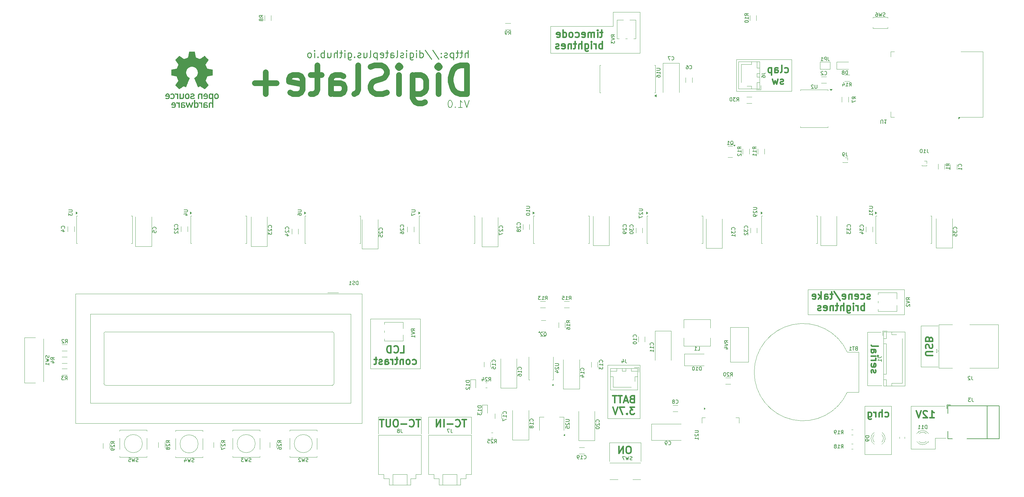
<source format=gbr>
%TF.GenerationSoftware,KiCad,Pcbnew,8.0.4*%
%TF.CreationDate,2024-09-13T12:48:21+02:00*%
%TF.ProjectId,DigiSlatePlus,44696769-536c-4617-9465-506c75732e6b,rev?*%
%TF.SameCoordinates,Original*%
%TF.FileFunction,Legend,Bot*%
%TF.FilePolarity,Positive*%
%FSLAX46Y46*%
G04 Gerber Fmt 4.6, Leading zero omitted, Abs format (unit mm)*
G04 Created by KiCad (PCBNEW 8.0.4) date 2024-09-13 12:48:21*
%MOMM*%
%LPD*%
G01*
G04 APERTURE LIST*
%ADD10C,0.100000*%
%ADD11C,0.400000*%
%ADD12C,1.600000*%
%ADD13C,0.200000*%
%ADD14C,0.250000*%
%ADD15C,0.150000*%
%ADD16C,0.120000*%
%ADD17C,0.160000*%
%ADD18C,0.000000*%
G04 APERTURE END LIST*
D10*
X323250000Y-174500000D02*
X328000000Y-174500000D01*
X169000000Y-161000000D02*
X183000000Y-161000000D01*
X183000000Y-175000000D01*
X169000000Y-175000000D01*
X169000000Y-161000000D01*
X244500000Y-86500000D02*
X219500000Y-86500000D01*
X219500000Y-79000000D01*
X237000000Y-79000000D01*
X237000000Y-75000000D01*
X244500000Y-75000000D01*
X244500000Y-86500000D01*
X320500000Y-197500000D02*
X327250000Y-197500000D01*
X330000000Y-185500000D02*
X320500000Y-185500000D01*
X244750000Y-195750000D02*
X236000000Y-195750000D01*
X183250000Y-188500000D02*
X171250000Y-188500000D01*
X328000000Y-163000000D02*
X323250000Y-163000000D01*
X236000000Y-195750000D02*
X236000000Y-201000000D01*
X307500000Y-185500000D02*
X315000000Y-185500000D01*
X315000000Y-199000000D01*
X307500000Y-199000000D01*
X307500000Y-185500000D01*
X244750000Y-201000000D02*
X244750000Y-195750000D01*
X235500000Y-174000000D02*
X244500000Y-174000000D01*
X244500000Y-189000000D01*
X235500000Y-189000000D01*
X235500000Y-174000000D01*
X327250000Y-194500000D02*
X330250000Y-194500000D01*
X171250000Y-188500000D02*
X171250000Y-193250000D01*
X320500000Y-185500000D02*
X320500000Y-197500000D01*
X185250000Y-188500000D02*
X185250000Y-193250000D01*
X197250000Y-188500000D02*
X185250000Y-188500000D01*
X291600000Y-152800000D02*
X318600000Y-152800000D01*
X318600000Y-159800000D01*
X291600000Y-159800000D01*
X291600000Y-152800000D01*
X197250000Y-193250000D02*
X197250000Y-188500000D01*
X308250000Y-179750000D02*
X312250000Y-179750000D01*
X308250000Y-164750000D02*
X308250000Y-179750000D01*
X327250000Y-197500000D02*
X327250000Y-194500000D01*
X323250000Y-163000000D02*
X323250000Y-174500000D01*
X183250000Y-193250000D02*
X183250000Y-188500000D01*
X271500000Y-88300000D02*
X287000000Y-88300000D01*
X287000000Y-97200000D01*
X271500000Y-97200000D01*
X271500000Y-88300000D01*
X312000000Y-164750000D02*
X308250000Y-164750000D01*
D11*
X309360800Y-176059523D02*
X309265561Y-175869047D01*
X309265561Y-175869047D02*
X309265561Y-175488095D01*
X309265561Y-175488095D02*
X309360800Y-175297618D01*
X309360800Y-175297618D02*
X309551276Y-175202380D01*
X309551276Y-175202380D02*
X309646514Y-175202380D01*
X309646514Y-175202380D02*
X309836990Y-175297618D01*
X309836990Y-175297618D02*
X309932228Y-175488095D01*
X309932228Y-175488095D02*
X309932228Y-175773809D01*
X309932228Y-175773809D02*
X310027466Y-175964285D01*
X310027466Y-175964285D02*
X310217942Y-176059523D01*
X310217942Y-176059523D02*
X310313180Y-176059523D01*
X310313180Y-176059523D02*
X310503657Y-175964285D01*
X310503657Y-175964285D02*
X310598895Y-175773809D01*
X310598895Y-175773809D02*
X310598895Y-175488095D01*
X310598895Y-175488095D02*
X310503657Y-175297618D01*
X309360800Y-173583332D02*
X309265561Y-173773808D01*
X309265561Y-173773808D02*
X309265561Y-174154761D01*
X309265561Y-174154761D02*
X309360800Y-174345237D01*
X309360800Y-174345237D02*
X309551276Y-174440475D01*
X309551276Y-174440475D02*
X310313180Y-174440475D01*
X310313180Y-174440475D02*
X310503657Y-174345237D01*
X310503657Y-174345237D02*
X310598895Y-174154761D01*
X310598895Y-174154761D02*
X310598895Y-173773808D01*
X310598895Y-173773808D02*
X310503657Y-173583332D01*
X310503657Y-173583332D02*
X310313180Y-173488094D01*
X310313180Y-173488094D02*
X310122704Y-173488094D01*
X310122704Y-173488094D02*
X309932228Y-174440475D01*
X309265561Y-172630951D02*
X310598895Y-172630951D01*
X310217942Y-172630951D02*
X310408419Y-172535713D01*
X310408419Y-172535713D02*
X310503657Y-172440475D01*
X310503657Y-172440475D02*
X310598895Y-172249999D01*
X310598895Y-172249999D02*
X310598895Y-172059522D01*
X309265561Y-171392856D02*
X310598895Y-171392856D01*
X311265561Y-171392856D02*
X311170323Y-171488094D01*
X311170323Y-171488094D02*
X311075085Y-171392856D01*
X311075085Y-171392856D02*
X311170323Y-171297618D01*
X311170323Y-171297618D02*
X311265561Y-171392856D01*
X311265561Y-171392856D02*
X311075085Y-171392856D01*
X309265561Y-169583332D02*
X310313180Y-169583332D01*
X310313180Y-169583332D02*
X310503657Y-169678570D01*
X310503657Y-169678570D02*
X310598895Y-169869046D01*
X310598895Y-169869046D02*
X310598895Y-170249999D01*
X310598895Y-170249999D02*
X310503657Y-170440475D01*
X309360800Y-169583332D02*
X309265561Y-169773808D01*
X309265561Y-169773808D02*
X309265561Y-170249999D01*
X309265561Y-170249999D02*
X309360800Y-170440475D01*
X309360800Y-170440475D02*
X309551276Y-170535713D01*
X309551276Y-170535713D02*
X309741752Y-170535713D01*
X309741752Y-170535713D02*
X309932228Y-170440475D01*
X309932228Y-170440475D02*
X310027466Y-170249999D01*
X310027466Y-170249999D02*
X310027466Y-169773808D01*
X310027466Y-169773808D02*
X310122704Y-169583332D01*
X309265561Y-168345237D02*
X309360800Y-168535713D01*
X309360800Y-168535713D02*
X309551276Y-168630951D01*
X309551276Y-168630951D02*
X311265561Y-168630951D01*
D12*
X196042607Y-97937752D02*
X196042607Y-89937752D01*
X196042607Y-89937752D02*
X194137845Y-89937752D01*
X194137845Y-89937752D02*
X192994988Y-90318704D01*
X192994988Y-90318704D02*
X192233083Y-91080609D01*
X192233083Y-91080609D02*
X191852130Y-91842514D01*
X191852130Y-91842514D02*
X191471178Y-93366323D01*
X191471178Y-93366323D02*
X191471178Y-94509180D01*
X191471178Y-94509180D02*
X191852130Y-96032990D01*
X191852130Y-96032990D02*
X192233083Y-96794895D01*
X192233083Y-96794895D02*
X192994988Y-97556800D01*
X192994988Y-97556800D02*
X194137845Y-97937752D01*
X194137845Y-97937752D02*
X196042607Y-97937752D01*
X188042607Y-97937752D02*
X188042607Y-92604419D01*
X188042607Y-89937752D02*
X188423559Y-90318704D01*
X188423559Y-90318704D02*
X188042607Y-90699657D01*
X188042607Y-90699657D02*
X187661654Y-90318704D01*
X187661654Y-90318704D02*
X188042607Y-89937752D01*
X188042607Y-89937752D02*
X188042607Y-90699657D01*
X180804511Y-92604419D02*
X180804511Y-99080609D01*
X180804511Y-99080609D02*
X181185464Y-99842514D01*
X181185464Y-99842514D02*
X181566416Y-100223466D01*
X181566416Y-100223466D02*
X182328321Y-100604419D01*
X182328321Y-100604419D02*
X183471178Y-100604419D01*
X183471178Y-100604419D02*
X184233083Y-100223466D01*
X180804511Y-97556800D02*
X181566416Y-97937752D01*
X181566416Y-97937752D02*
X183090225Y-97937752D01*
X183090225Y-97937752D02*
X183852130Y-97556800D01*
X183852130Y-97556800D02*
X184233083Y-97175847D01*
X184233083Y-97175847D02*
X184614035Y-96413942D01*
X184614035Y-96413942D02*
X184614035Y-94128228D01*
X184614035Y-94128228D02*
X184233083Y-93366323D01*
X184233083Y-93366323D02*
X183852130Y-92985371D01*
X183852130Y-92985371D02*
X183090225Y-92604419D01*
X183090225Y-92604419D02*
X181566416Y-92604419D01*
X181566416Y-92604419D02*
X180804511Y-92985371D01*
X176994988Y-97937752D02*
X176994988Y-92604419D01*
X176994988Y-89937752D02*
X177375940Y-90318704D01*
X177375940Y-90318704D02*
X176994988Y-90699657D01*
X176994988Y-90699657D02*
X176614035Y-90318704D01*
X176614035Y-90318704D02*
X176994988Y-89937752D01*
X176994988Y-89937752D02*
X176994988Y-90699657D01*
X173566416Y-97556800D02*
X172423559Y-97937752D01*
X172423559Y-97937752D02*
X170518797Y-97937752D01*
X170518797Y-97937752D02*
X169756892Y-97556800D01*
X169756892Y-97556800D02*
X169375940Y-97175847D01*
X169375940Y-97175847D02*
X168994987Y-96413942D01*
X168994987Y-96413942D02*
X168994987Y-95652038D01*
X168994987Y-95652038D02*
X169375940Y-94890133D01*
X169375940Y-94890133D02*
X169756892Y-94509180D01*
X169756892Y-94509180D02*
X170518797Y-94128228D01*
X170518797Y-94128228D02*
X172042606Y-93747276D01*
X172042606Y-93747276D02*
X172804511Y-93366323D01*
X172804511Y-93366323D02*
X173185464Y-92985371D01*
X173185464Y-92985371D02*
X173566416Y-92223466D01*
X173566416Y-92223466D02*
X173566416Y-91461561D01*
X173566416Y-91461561D02*
X173185464Y-90699657D01*
X173185464Y-90699657D02*
X172804511Y-90318704D01*
X172804511Y-90318704D02*
X172042606Y-89937752D01*
X172042606Y-89937752D02*
X170137845Y-89937752D01*
X170137845Y-89937752D02*
X168994987Y-90318704D01*
X164423558Y-97937752D02*
X165185463Y-97556800D01*
X165185463Y-97556800D02*
X165566416Y-96794895D01*
X165566416Y-96794895D02*
X165566416Y-89937752D01*
X157947368Y-97937752D02*
X157947368Y-93747276D01*
X157947368Y-93747276D02*
X158328321Y-92985371D01*
X158328321Y-92985371D02*
X159090225Y-92604419D01*
X159090225Y-92604419D02*
X160614035Y-92604419D01*
X160614035Y-92604419D02*
X161375940Y-92985371D01*
X157947368Y-97556800D02*
X158709273Y-97937752D01*
X158709273Y-97937752D02*
X160614035Y-97937752D01*
X160614035Y-97937752D02*
X161375940Y-97556800D01*
X161375940Y-97556800D02*
X161756892Y-96794895D01*
X161756892Y-96794895D02*
X161756892Y-96032990D01*
X161756892Y-96032990D02*
X161375940Y-95271085D01*
X161375940Y-95271085D02*
X160614035Y-94890133D01*
X160614035Y-94890133D02*
X158709273Y-94890133D01*
X158709273Y-94890133D02*
X157947368Y-94509180D01*
X155280702Y-92604419D02*
X152233083Y-92604419D01*
X154137845Y-89937752D02*
X154137845Y-96794895D01*
X154137845Y-96794895D02*
X153756892Y-97556800D01*
X153756892Y-97556800D02*
X152994987Y-97937752D01*
X152994987Y-97937752D02*
X152233083Y-97937752D01*
X146518797Y-97556800D02*
X147280701Y-97937752D01*
X147280701Y-97937752D02*
X148804511Y-97937752D01*
X148804511Y-97937752D02*
X149566416Y-97556800D01*
X149566416Y-97556800D02*
X149947368Y-96794895D01*
X149947368Y-96794895D02*
X149947368Y-93747276D01*
X149947368Y-93747276D02*
X149566416Y-92985371D01*
X149566416Y-92985371D02*
X148804511Y-92604419D01*
X148804511Y-92604419D02*
X147280701Y-92604419D01*
X147280701Y-92604419D02*
X146518797Y-92985371D01*
X146518797Y-92985371D02*
X146137844Y-93747276D01*
X146137844Y-93747276D02*
X146137844Y-94509180D01*
X146137844Y-94509180D02*
X149947368Y-95271085D01*
X142709273Y-94890133D02*
X136614035Y-94890133D01*
X139661654Y-97937752D02*
X139661654Y-91842514D01*
D11*
X242238095Y-183466931D02*
X241952381Y-183562169D01*
X241952381Y-183562169D02*
X241857143Y-183657407D01*
X241857143Y-183657407D02*
X241761905Y-183847883D01*
X241761905Y-183847883D02*
X241761905Y-184133597D01*
X241761905Y-184133597D02*
X241857143Y-184324073D01*
X241857143Y-184324073D02*
X241952381Y-184419312D01*
X241952381Y-184419312D02*
X242142857Y-184514550D01*
X242142857Y-184514550D02*
X242904762Y-184514550D01*
X242904762Y-184514550D02*
X242904762Y-182514550D01*
X242904762Y-182514550D02*
X242238095Y-182514550D01*
X242238095Y-182514550D02*
X242047619Y-182609788D01*
X242047619Y-182609788D02*
X241952381Y-182705026D01*
X241952381Y-182705026D02*
X241857143Y-182895502D01*
X241857143Y-182895502D02*
X241857143Y-183085978D01*
X241857143Y-183085978D02*
X241952381Y-183276454D01*
X241952381Y-183276454D02*
X242047619Y-183371692D01*
X242047619Y-183371692D02*
X242238095Y-183466931D01*
X242238095Y-183466931D02*
X242904762Y-183466931D01*
X241000000Y-183943121D02*
X240047619Y-183943121D01*
X241190476Y-184514550D02*
X240523810Y-182514550D01*
X240523810Y-182514550D02*
X239857143Y-184514550D01*
X239476190Y-182514550D02*
X238333333Y-182514550D01*
X238904762Y-184514550D02*
X238904762Y-182514550D01*
X237952380Y-182514550D02*
X236809523Y-182514550D01*
X237380952Y-184514550D02*
X237380952Y-182514550D01*
X242952380Y-185734438D02*
X241714285Y-185734438D01*
X241714285Y-185734438D02*
X242380952Y-186496342D01*
X242380952Y-186496342D02*
X242095237Y-186496342D01*
X242095237Y-186496342D02*
X241904761Y-186591580D01*
X241904761Y-186591580D02*
X241809523Y-186686819D01*
X241809523Y-186686819D02*
X241714285Y-186877295D01*
X241714285Y-186877295D02*
X241714285Y-187353485D01*
X241714285Y-187353485D02*
X241809523Y-187543961D01*
X241809523Y-187543961D02*
X241904761Y-187639200D01*
X241904761Y-187639200D02*
X242095237Y-187734438D01*
X242095237Y-187734438D02*
X242666666Y-187734438D01*
X242666666Y-187734438D02*
X242857142Y-187639200D01*
X242857142Y-187639200D02*
X242952380Y-187543961D01*
X240857142Y-187543961D02*
X240761904Y-187639200D01*
X240761904Y-187639200D02*
X240857142Y-187734438D01*
X240857142Y-187734438D02*
X240952380Y-187639200D01*
X240952380Y-187639200D02*
X240857142Y-187543961D01*
X240857142Y-187543961D02*
X240857142Y-187734438D01*
X240095237Y-185734438D02*
X238761904Y-185734438D01*
X238761904Y-185734438D02*
X239619047Y-187734438D01*
X238285713Y-185734438D02*
X237619047Y-187734438D01*
X237619047Y-187734438D02*
X236952380Y-185734438D01*
D13*
X196677945Y-99744838D02*
X196011279Y-101744838D01*
X196011279Y-101744838D02*
X195344612Y-99744838D01*
X193630326Y-101744838D02*
X194773183Y-101744838D01*
X194201755Y-101744838D02*
X194201755Y-99744838D01*
X194201755Y-99744838D02*
X194392231Y-100030552D01*
X194392231Y-100030552D02*
X194582707Y-100221028D01*
X194582707Y-100221028D02*
X194773183Y-100316266D01*
X192773183Y-101554361D02*
X192677945Y-101649600D01*
X192677945Y-101649600D02*
X192773183Y-101744838D01*
X192773183Y-101744838D02*
X192868421Y-101649600D01*
X192868421Y-101649600D02*
X192773183Y-101554361D01*
X192773183Y-101554361D02*
X192773183Y-101744838D01*
X191439850Y-99744838D02*
X191249373Y-99744838D01*
X191249373Y-99744838D02*
X191058897Y-99840076D01*
X191058897Y-99840076D02*
X190963659Y-99935314D01*
X190963659Y-99935314D02*
X190868421Y-100125790D01*
X190868421Y-100125790D02*
X190773183Y-100506742D01*
X190773183Y-100506742D02*
X190773183Y-100982933D01*
X190773183Y-100982933D02*
X190868421Y-101363885D01*
X190868421Y-101363885D02*
X190963659Y-101554361D01*
X190963659Y-101554361D02*
X191058897Y-101649600D01*
X191058897Y-101649600D02*
X191249373Y-101744838D01*
X191249373Y-101744838D02*
X191439850Y-101744838D01*
X191439850Y-101744838D02*
X191630326Y-101649600D01*
X191630326Y-101649600D02*
X191725564Y-101554361D01*
X191725564Y-101554361D02*
X191820802Y-101363885D01*
X191820802Y-101363885D02*
X191916040Y-100982933D01*
X191916040Y-100982933D02*
X191916040Y-100506742D01*
X191916040Y-100506742D02*
X191820802Y-100125790D01*
X191820802Y-100125790D02*
X191725564Y-99935314D01*
X191725564Y-99935314D02*
X191630326Y-99840076D01*
X191630326Y-99840076D02*
X191439850Y-99744838D01*
D11*
X285057142Y-91819312D02*
X285247618Y-91914550D01*
X285247618Y-91914550D02*
X285628571Y-91914550D01*
X285628571Y-91914550D02*
X285819047Y-91819312D01*
X285819047Y-91819312D02*
X285914285Y-91724073D01*
X285914285Y-91724073D02*
X286009523Y-91533597D01*
X286009523Y-91533597D02*
X286009523Y-90962169D01*
X286009523Y-90962169D02*
X285914285Y-90771692D01*
X285914285Y-90771692D02*
X285819047Y-90676454D01*
X285819047Y-90676454D02*
X285628571Y-90581216D01*
X285628571Y-90581216D02*
X285247618Y-90581216D01*
X285247618Y-90581216D02*
X285057142Y-90676454D01*
X283914285Y-91914550D02*
X284104761Y-91819312D01*
X284104761Y-91819312D02*
X284199999Y-91628835D01*
X284199999Y-91628835D02*
X284199999Y-89914550D01*
X282295237Y-91914550D02*
X282295237Y-90866931D01*
X282295237Y-90866931D02*
X282390475Y-90676454D01*
X282390475Y-90676454D02*
X282580951Y-90581216D01*
X282580951Y-90581216D02*
X282961904Y-90581216D01*
X282961904Y-90581216D02*
X283152380Y-90676454D01*
X282295237Y-91819312D02*
X282485713Y-91914550D01*
X282485713Y-91914550D02*
X282961904Y-91914550D01*
X282961904Y-91914550D02*
X283152380Y-91819312D01*
X283152380Y-91819312D02*
X283247618Y-91628835D01*
X283247618Y-91628835D02*
X283247618Y-91438359D01*
X283247618Y-91438359D02*
X283152380Y-91247883D01*
X283152380Y-91247883D02*
X282961904Y-91152645D01*
X282961904Y-91152645D02*
X282485713Y-91152645D01*
X282485713Y-91152645D02*
X282295237Y-91057407D01*
X281342856Y-90581216D02*
X281342856Y-92581216D01*
X281342856Y-90676454D02*
X281152380Y-90581216D01*
X281152380Y-90581216D02*
X280771427Y-90581216D01*
X280771427Y-90581216D02*
X280580951Y-90676454D01*
X280580951Y-90676454D02*
X280485713Y-90771692D01*
X280485713Y-90771692D02*
X280390475Y-90962169D01*
X280390475Y-90962169D02*
X280390475Y-91533597D01*
X280390475Y-91533597D02*
X280485713Y-91724073D01*
X280485713Y-91724073D02*
X280580951Y-91819312D01*
X280580951Y-91819312D02*
X280771427Y-91914550D01*
X280771427Y-91914550D02*
X281152380Y-91914550D01*
X281152380Y-91914550D02*
X281342856Y-91819312D01*
X284676190Y-95039200D02*
X284485714Y-95134438D01*
X284485714Y-95134438D02*
X284104762Y-95134438D01*
X284104762Y-95134438D02*
X283914285Y-95039200D01*
X283914285Y-95039200D02*
X283819047Y-94848723D01*
X283819047Y-94848723D02*
X283819047Y-94753485D01*
X283819047Y-94753485D02*
X283914285Y-94563009D01*
X283914285Y-94563009D02*
X284104762Y-94467771D01*
X284104762Y-94467771D02*
X284390476Y-94467771D01*
X284390476Y-94467771D02*
X284580952Y-94372533D01*
X284580952Y-94372533D02*
X284676190Y-94182057D01*
X284676190Y-94182057D02*
X284676190Y-94086819D01*
X284676190Y-94086819D02*
X284580952Y-93896342D01*
X284580952Y-93896342D02*
X284390476Y-93801104D01*
X284390476Y-93801104D02*
X284104762Y-93801104D01*
X284104762Y-93801104D02*
X283914285Y-93896342D01*
X283152380Y-93801104D02*
X282771428Y-95134438D01*
X282771428Y-95134438D02*
X282390475Y-94182057D01*
X282390475Y-94182057D02*
X282009523Y-95134438D01*
X282009523Y-95134438D02*
X281628571Y-93801104D01*
X177380952Y-170514550D02*
X178333333Y-170514550D01*
X178333333Y-170514550D02*
X178333333Y-168514550D01*
X175571428Y-170324073D02*
X175666666Y-170419312D01*
X175666666Y-170419312D02*
X175952380Y-170514550D01*
X175952380Y-170514550D02*
X176142856Y-170514550D01*
X176142856Y-170514550D02*
X176428571Y-170419312D01*
X176428571Y-170419312D02*
X176619047Y-170228835D01*
X176619047Y-170228835D02*
X176714285Y-170038359D01*
X176714285Y-170038359D02*
X176809523Y-169657407D01*
X176809523Y-169657407D02*
X176809523Y-169371692D01*
X176809523Y-169371692D02*
X176714285Y-168990740D01*
X176714285Y-168990740D02*
X176619047Y-168800264D01*
X176619047Y-168800264D02*
X176428571Y-168609788D01*
X176428571Y-168609788D02*
X176142856Y-168514550D01*
X176142856Y-168514550D02*
X175952380Y-168514550D01*
X175952380Y-168514550D02*
X175666666Y-168609788D01*
X175666666Y-168609788D02*
X175571428Y-168705026D01*
X174714285Y-170514550D02*
X174714285Y-168514550D01*
X174714285Y-168514550D02*
X174238095Y-168514550D01*
X174238095Y-168514550D02*
X173952380Y-168609788D01*
X173952380Y-168609788D02*
X173761904Y-168800264D01*
X173761904Y-168800264D02*
X173666666Y-168990740D01*
X173666666Y-168990740D02*
X173571428Y-169371692D01*
X173571428Y-169371692D02*
X173571428Y-169657407D01*
X173571428Y-169657407D02*
X173666666Y-170038359D01*
X173666666Y-170038359D02*
X173761904Y-170228835D01*
X173761904Y-170228835D02*
X173952380Y-170419312D01*
X173952380Y-170419312D02*
X174238095Y-170514550D01*
X174238095Y-170514550D02*
X174714285Y-170514550D01*
X180809523Y-173639200D02*
X180999999Y-173734438D01*
X180999999Y-173734438D02*
X181380952Y-173734438D01*
X181380952Y-173734438D02*
X181571428Y-173639200D01*
X181571428Y-173639200D02*
X181666666Y-173543961D01*
X181666666Y-173543961D02*
X181761904Y-173353485D01*
X181761904Y-173353485D02*
X181761904Y-172782057D01*
X181761904Y-172782057D02*
X181666666Y-172591580D01*
X181666666Y-172591580D02*
X181571428Y-172496342D01*
X181571428Y-172496342D02*
X181380952Y-172401104D01*
X181380952Y-172401104D02*
X180999999Y-172401104D01*
X180999999Y-172401104D02*
X180809523Y-172496342D01*
X179666666Y-173734438D02*
X179857142Y-173639200D01*
X179857142Y-173639200D02*
X179952380Y-173543961D01*
X179952380Y-173543961D02*
X180047618Y-173353485D01*
X180047618Y-173353485D02*
X180047618Y-172782057D01*
X180047618Y-172782057D02*
X179952380Y-172591580D01*
X179952380Y-172591580D02*
X179857142Y-172496342D01*
X179857142Y-172496342D02*
X179666666Y-172401104D01*
X179666666Y-172401104D02*
X179380951Y-172401104D01*
X179380951Y-172401104D02*
X179190475Y-172496342D01*
X179190475Y-172496342D02*
X179095237Y-172591580D01*
X179095237Y-172591580D02*
X178999999Y-172782057D01*
X178999999Y-172782057D02*
X178999999Y-173353485D01*
X178999999Y-173353485D02*
X179095237Y-173543961D01*
X179095237Y-173543961D02*
X179190475Y-173639200D01*
X179190475Y-173639200D02*
X179380951Y-173734438D01*
X179380951Y-173734438D02*
X179666666Y-173734438D01*
X178142856Y-172401104D02*
X178142856Y-173734438D01*
X178142856Y-172591580D02*
X178047618Y-172496342D01*
X178047618Y-172496342D02*
X177857142Y-172401104D01*
X177857142Y-172401104D02*
X177571427Y-172401104D01*
X177571427Y-172401104D02*
X177380951Y-172496342D01*
X177380951Y-172496342D02*
X177285713Y-172686819D01*
X177285713Y-172686819D02*
X177285713Y-173734438D01*
X176619046Y-172401104D02*
X175857142Y-172401104D01*
X176333332Y-171734438D02*
X176333332Y-173448723D01*
X176333332Y-173448723D02*
X176238094Y-173639200D01*
X176238094Y-173639200D02*
X176047618Y-173734438D01*
X176047618Y-173734438D02*
X175857142Y-173734438D01*
X175190475Y-173734438D02*
X175190475Y-172401104D01*
X175190475Y-172782057D02*
X175095237Y-172591580D01*
X175095237Y-172591580D02*
X174999999Y-172496342D01*
X174999999Y-172496342D02*
X174809523Y-172401104D01*
X174809523Y-172401104D02*
X174619046Y-172401104D01*
X173095237Y-173734438D02*
X173095237Y-172686819D01*
X173095237Y-172686819D02*
X173190475Y-172496342D01*
X173190475Y-172496342D02*
X173380951Y-172401104D01*
X173380951Y-172401104D02*
X173761904Y-172401104D01*
X173761904Y-172401104D02*
X173952380Y-172496342D01*
X173095237Y-173639200D02*
X173285713Y-173734438D01*
X173285713Y-173734438D02*
X173761904Y-173734438D01*
X173761904Y-173734438D02*
X173952380Y-173639200D01*
X173952380Y-173639200D02*
X174047618Y-173448723D01*
X174047618Y-173448723D02*
X174047618Y-173258247D01*
X174047618Y-173258247D02*
X173952380Y-173067771D01*
X173952380Y-173067771D02*
X173761904Y-172972533D01*
X173761904Y-172972533D02*
X173285713Y-172972533D01*
X173285713Y-172972533D02*
X173095237Y-172877295D01*
X172238094Y-173639200D02*
X172047618Y-173734438D01*
X172047618Y-173734438D02*
X171666666Y-173734438D01*
X171666666Y-173734438D02*
X171476189Y-173639200D01*
X171476189Y-173639200D02*
X171380951Y-173448723D01*
X171380951Y-173448723D02*
X171380951Y-173353485D01*
X171380951Y-173353485D02*
X171476189Y-173163009D01*
X171476189Y-173163009D02*
X171666666Y-173067771D01*
X171666666Y-173067771D02*
X171952380Y-173067771D01*
X171952380Y-173067771D02*
X172142856Y-172972533D01*
X172142856Y-172972533D02*
X172238094Y-172782057D01*
X172238094Y-172782057D02*
X172238094Y-172686819D01*
X172238094Y-172686819D02*
X172142856Y-172496342D01*
X172142856Y-172496342D02*
X171952380Y-172401104D01*
X171952380Y-172401104D02*
X171666666Y-172401104D01*
X171666666Y-172401104D02*
X171476189Y-172496342D01*
X170809522Y-172401104D02*
X170047618Y-172401104D01*
X170523808Y-171734438D02*
X170523808Y-173448723D01*
X170523808Y-173448723D02*
X170428570Y-173639200D01*
X170428570Y-173639200D02*
X170238094Y-173734438D01*
X170238094Y-173734438D02*
X170047618Y-173734438D01*
X182916666Y-189234438D02*
X181773809Y-189234438D01*
X182345238Y-191234438D02*
X182345238Y-189234438D01*
X179964285Y-191043961D02*
X180059523Y-191139200D01*
X180059523Y-191139200D02*
X180345237Y-191234438D01*
X180345237Y-191234438D02*
X180535713Y-191234438D01*
X180535713Y-191234438D02*
X180821428Y-191139200D01*
X180821428Y-191139200D02*
X181011904Y-190948723D01*
X181011904Y-190948723D02*
X181107142Y-190758247D01*
X181107142Y-190758247D02*
X181202380Y-190377295D01*
X181202380Y-190377295D02*
X181202380Y-190091580D01*
X181202380Y-190091580D02*
X181107142Y-189710628D01*
X181107142Y-189710628D02*
X181011904Y-189520152D01*
X181011904Y-189520152D02*
X180821428Y-189329676D01*
X180821428Y-189329676D02*
X180535713Y-189234438D01*
X180535713Y-189234438D02*
X180345237Y-189234438D01*
X180345237Y-189234438D02*
X180059523Y-189329676D01*
X180059523Y-189329676D02*
X179964285Y-189424914D01*
X179107142Y-190472533D02*
X177583333Y-190472533D01*
X176250000Y-189234438D02*
X175869047Y-189234438D01*
X175869047Y-189234438D02*
X175678571Y-189329676D01*
X175678571Y-189329676D02*
X175488095Y-189520152D01*
X175488095Y-189520152D02*
X175392857Y-189901104D01*
X175392857Y-189901104D02*
X175392857Y-190567771D01*
X175392857Y-190567771D02*
X175488095Y-190948723D01*
X175488095Y-190948723D02*
X175678571Y-191139200D01*
X175678571Y-191139200D02*
X175869047Y-191234438D01*
X175869047Y-191234438D02*
X176250000Y-191234438D01*
X176250000Y-191234438D02*
X176440476Y-191139200D01*
X176440476Y-191139200D02*
X176630952Y-190948723D01*
X176630952Y-190948723D02*
X176726190Y-190567771D01*
X176726190Y-190567771D02*
X176726190Y-189901104D01*
X176726190Y-189901104D02*
X176630952Y-189520152D01*
X176630952Y-189520152D02*
X176440476Y-189329676D01*
X176440476Y-189329676D02*
X176250000Y-189234438D01*
X174535714Y-189234438D02*
X174535714Y-190853485D01*
X174535714Y-190853485D02*
X174440476Y-191043961D01*
X174440476Y-191043961D02*
X174345238Y-191139200D01*
X174345238Y-191139200D02*
X174154762Y-191234438D01*
X174154762Y-191234438D02*
X173773809Y-191234438D01*
X173773809Y-191234438D02*
X173583333Y-191139200D01*
X173583333Y-191139200D02*
X173488095Y-191043961D01*
X173488095Y-191043961D02*
X173392857Y-190853485D01*
X173392857Y-190853485D02*
X173392857Y-189234438D01*
X172726190Y-189234438D02*
X171583333Y-189234438D01*
X172154762Y-191234438D02*
X172154762Y-189234438D01*
D14*
X196359336Y-87742238D02*
X196359336Y-85742238D01*
X195502193Y-87742238D02*
X195502193Y-86694619D01*
X195502193Y-86694619D02*
X195597431Y-86504142D01*
X195597431Y-86504142D02*
X195787907Y-86408904D01*
X195787907Y-86408904D02*
X196073622Y-86408904D01*
X196073622Y-86408904D02*
X196264098Y-86504142D01*
X196264098Y-86504142D02*
X196359336Y-86599380D01*
X194835526Y-86408904D02*
X194073622Y-86408904D01*
X194549812Y-85742238D02*
X194549812Y-87456523D01*
X194549812Y-87456523D02*
X194454574Y-87647000D01*
X194454574Y-87647000D02*
X194264098Y-87742238D01*
X194264098Y-87742238D02*
X194073622Y-87742238D01*
X193692669Y-86408904D02*
X192930765Y-86408904D01*
X193406955Y-85742238D02*
X193406955Y-87456523D01*
X193406955Y-87456523D02*
X193311717Y-87647000D01*
X193311717Y-87647000D02*
X193121241Y-87742238D01*
X193121241Y-87742238D02*
X192930765Y-87742238D01*
X192264098Y-86408904D02*
X192264098Y-88408904D01*
X192264098Y-86504142D02*
X192073622Y-86408904D01*
X192073622Y-86408904D02*
X191692669Y-86408904D01*
X191692669Y-86408904D02*
X191502193Y-86504142D01*
X191502193Y-86504142D02*
X191406955Y-86599380D01*
X191406955Y-86599380D02*
X191311717Y-86789857D01*
X191311717Y-86789857D02*
X191311717Y-87361285D01*
X191311717Y-87361285D02*
X191406955Y-87551761D01*
X191406955Y-87551761D02*
X191502193Y-87647000D01*
X191502193Y-87647000D02*
X191692669Y-87742238D01*
X191692669Y-87742238D02*
X192073622Y-87742238D01*
X192073622Y-87742238D02*
X192264098Y-87647000D01*
X190549812Y-87647000D02*
X190359336Y-87742238D01*
X190359336Y-87742238D02*
X189978384Y-87742238D01*
X189978384Y-87742238D02*
X189787907Y-87647000D01*
X189787907Y-87647000D02*
X189692669Y-87456523D01*
X189692669Y-87456523D02*
X189692669Y-87361285D01*
X189692669Y-87361285D02*
X189787907Y-87170809D01*
X189787907Y-87170809D02*
X189978384Y-87075571D01*
X189978384Y-87075571D02*
X190264098Y-87075571D01*
X190264098Y-87075571D02*
X190454574Y-86980333D01*
X190454574Y-86980333D02*
X190549812Y-86789857D01*
X190549812Y-86789857D02*
X190549812Y-86694619D01*
X190549812Y-86694619D02*
X190454574Y-86504142D01*
X190454574Y-86504142D02*
X190264098Y-86408904D01*
X190264098Y-86408904D02*
X189978384Y-86408904D01*
X189978384Y-86408904D02*
X189787907Y-86504142D01*
X188835526Y-87551761D02*
X188740288Y-87647000D01*
X188740288Y-87647000D02*
X188835526Y-87742238D01*
X188835526Y-87742238D02*
X188930764Y-87647000D01*
X188930764Y-87647000D02*
X188835526Y-87551761D01*
X188835526Y-87551761D02*
X188835526Y-87742238D01*
X188835526Y-86504142D02*
X188740288Y-86599380D01*
X188740288Y-86599380D02*
X188835526Y-86694619D01*
X188835526Y-86694619D02*
X188930764Y-86599380D01*
X188930764Y-86599380D02*
X188835526Y-86504142D01*
X188835526Y-86504142D02*
X188835526Y-86694619D01*
X186454574Y-85647000D02*
X188168859Y-88218428D01*
X184359336Y-85647000D02*
X186073621Y-88218428D01*
X182835526Y-87742238D02*
X182835526Y-85742238D01*
X182835526Y-87647000D02*
X183026002Y-87742238D01*
X183026002Y-87742238D02*
X183406955Y-87742238D01*
X183406955Y-87742238D02*
X183597431Y-87647000D01*
X183597431Y-87647000D02*
X183692669Y-87551761D01*
X183692669Y-87551761D02*
X183787907Y-87361285D01*
X183787907Y-87361285D02*
X183787907Y-86789857D01*
X183787907Y-86789857D02*
X183692669Y-86599380D01*
X183692669Y-86599380D02*
X183597431Y-86504142D01*
X183597431Y-86504142D02*
X183406955Y-86408904D01*
X183406955Y-86408904D02*
X183026002Y-86408904D01*
X183026002Y-86408904D02*
X182835526Y-86504142D01*
X181883145Y-87742238D02*
X181883145Y-86408904D01*
X181883145Y-85742238D02*
X181978383Y-85837476D01*
X181978383Y-85837476D02*
X181883145Y-85932714D01*
X181883145Y-85932714D02*
X181787907Y-85837476D01*
X181787907Y-85837476D02*
X181883145Y-85742238D01*
X181883145Y-85742238D02*
X181883145Y-85932714D01*
X180073621Y-86408904D02*
X180073621Y-88027952D01*
X180073621Y-88027952D02*
X180168859Y-88218428D01*
X180168859Y-88218428D02*
X180264097Y-88313666D01*
X180264097Y-88313666D02*
X180454574Y-88408904D01*
X180454574Y-88408904D02*
X180740288Y-88408904D01*
X180740288Y-88408904D02*
X180930764Y-88313666D01*
X180073621Y-87647000D02*
X180264097Y-87742238D01*
X180264097Y-87742238D02*
X180645050Y-87742238D01*
X180645050Y-87742238D02*
X180835526Y-87647000D01*
X180835526Y-87647000D02*
X180930764Y-87551761D01*
X180930764Y-87551761D02*
X181026002Y-87361285D01*
X181026002Y-87361285D02*
X181026002Y-86789857D01*
X181026002Y-86789857D02*
X180930764Y-86599380D01*
X180930764Y-86599380D02*
X180835526Y-86504142D01*
X180835526Y-86504142D02*
X180645050Y-86408904D01*
X180645050Y-86408904D02*
X180264097Y-86408904D01*
X180264097Y-86408904D02*
X180073621Y-86504142D01*
X179121240Y-87742238D02*
X179121240Y-86408904D01*
X179121240Y-85742238D02*
X179216478Y-85837476D01*
X179216478Y-85837476D02*
X179121240Y-85932714D01*
X179121240Y-85932714D02*
X179026002Y-85837476D01*
X179026002Y-85837476D02*
X179121240Y-85742238D01*
X179121240Y-85742238D02*
X179121240Y-85932714D01*
X178264097Y-87647000D02*
X178073621Y-87742238D01*
X178073621Y-87742238D02*
X177692669Y-87742238D01*
X177692669Y-87742238D02*
X177502192Y-87647000D01*
X177502192Y-87647000D02*
X177406954Y-87456523D01*
X177406954Y-87456523D02*
X177406954Y-87361285D01*
X177406954Y-87361285D02*
X177502192Y-87170809D01*
X177502192Y-87170809D02*
X177692669Y-87075571D01*
X177692669Y-87075571D02*
X177978383Y-87075571D01*
X177978383Y-87075571D02*
X178168859Y-86980333D01*
X178168859Y-86980333D02*
X178264097Y-86789857D01*
X178264097Y-86789857D02*
X178264097Y-86694619D01*
X178264097Y-86694619D02*
X178168859Y-86504142D01*
X178168859Y-86504142D02*
X177978383Y-86408904D01*
X177978383Y-86408904D02*
X177692669Y-86408904D01*
X177692669Y-86408904D02*
X177502192Y-86504142D01*
X176264097Y-87742238D02*
X176454573Y-87647000D01*
X176454573Y-87647000D02*
X176549811Y-87456523D01*
X176549811Y-87456523D02*
X176549811Y-85742238D01*
X174645049Y-87742238D02*
X174645049Y-86694619D01*
X174645049Y-86694619D02*
X174740287Y-86504142D01*
X174740287Y-86504142D02*
X174930763Y-86408904D01*
X174930763Y-86408904D02*
X175311716Y-86408904D01*
X175311716Y-86408904D02*
X175502192Y-86504142D01*
X174645049Y-87647000D02*
X174835525Y-87742238D01*
X174835525Y-87742238D02*
X175311716Y-87742238D01*
X175311716Y-87742238D02*
X175502192Y-87647000D01*
X175502192Y-87647000D02*
X175597430Y-87456523D01*
X175597430Y-87456523D02*
X175597430Y-87266047D01*
X175597430Y-87266047D02*
X175502192Y-87075571D01*
X175502192Y-87075571D02*
X175311716Y-86980333D01*
X175311716Y-86980333D02*
X174835525Y-86980333D01*
X174835525Y-86980333D02*
X174645049Y-86885095D01*
X173978382Y-86408904D02*
X173216478Y-86408904D01*
X173692668Y-85742238D02*
X173692668Y-87456523D01*
X173692668Y-87456523D02*
X173597430Y-87647000D01*
X173597430Y-87647000D02*
X173406954Y-87742238D01*
X173406954Y-87742238D02*
X173216478Y-87742238D01*
X171787906Y-87647000D02*
X171978382Y-87742238D01*
X171978382Y-87742238D02*
X172359335Y-87742238D01*
X172359335Y-87742238D02*
X172549811Y-87647000D01*
X172549811Y-87647000D02*
X172645049Y-87456523D01*
X172645049Y-87456523D02*
X172645049Y-86694619D01*
X172645049Y-86694619D02*
X172549811Y-86504142D01*
X172549811Y-86504142D02*
X172359335Y-86408904D01*
X172359335Y-86408904D02*
X171978382Y-86408904D01*
X171978382Y-86408904D02*
X171787906Y-86504142D01*
X171787906Y-86504142D02*
X171692668Y-86694619D01*
X171692668Y-86694619D02*
X171692668Y-86885095D01*
X171692668Y-86885095D02*
X172645049Y-87075571D01*
X170835525Y-86408904D02*
X170835525Y-88408904D01*
X170835525Y-86504142D02*
X170645049Y-86408904D01*
X170645049Y-86408904D02*
X170264096Y-86408904D01*
X170264096Y-86408904D02*
X170073620Y-86504142D01*
X170073620Y-86504142D02*
X169978382Y-86599380D01*
X169978382Y-86599380D02*
X169883144Y-86789857D01*
X169883144Y-86789857D02*
X169883144Y-87361285D01*
X169883144Y-87361285D02*
X169978382Y-87551761D01*
X169978382Y-87551761D02*
X170073620Y-87647000D01*
X170073620Y-87647000D02*
X170264096Y-87742238D01*
X170264096Y-87742238D02*
X170645049Y-87742238D01*
X170645049Y-87742238D02*
X170835525Y-87647000D01*
X168740287Y-87742238D02*
X168930763Y-87647000D01*
X168930763Y-87647000D02*
X169026001Y-87456523D01*
X169026001Y-87456523D02*
X169026001Y-85742238D01*
X167121239Y-86408904D02*
X167121239Y-87742238D01*
X167978382Y-86408904D02*
X167978382Y-87456523D01*
X167978382Y-87456523D02*
X167883144Y-87647000D01*
X167883144Y-87647000D02*
X167692668Y-87742238D01*
X167692668Y-87742238D02*
X167406953Y-87742238D01*
X167406953Y-87742238D02*
X167216477Y-87647000D01*
X167216477Y-87647000D02*
X167121239Y-87551761D01*
X166264096Y-87647000D02*
X166073620Y-87742238D01*
X166073620Y-87742238D02*
X165692668Y-87742238D01*
X165692668Y-87742238D02*
X165502191Y-87647000D01*
X165502191Y-87647000D02*
X165406953Y-87456523D01*
X165406953Y-87456523D02*
X165406953Y-87361285D01*
X165406953Y-87361285D02*
X165502191Y-87170809D01*
X165502191Y-87170809D02*
X165692668Y-87075571D01*
X165692668Y-87075571D02*
X165978382Y-87075571D01*
X165978382Y-87075571D02*
X166168858Y-86980333D01*
X166168858Y-86980333D02*
X166264096Y-86789857D01*
X166264096Y-86789857D02*
X166264096Y-86694619D01*
X166264096Y-86694619D02*
X166168858Y-86504142D01*
X166168858Y-86504142D02*
X165978382Y-86408904D01*
X165978382Y-86408904D02*
X165692668Y-86408904D01*
X165692668Y-86408904D02*
X165502191Y-86504142D01*
X164549810Y-87551761D02*
X164454572Y-87647000D01*
X164454572Y-87647000D02*
X164549810Y-87742238D01*
X164549810Y-87742238D02*
X164645048Y-87647000D01*
X164645048Y-87647000D02*
X164549810Y-87551761D01*
X164549810Y-87551761D02*
X164549810Y-87742238D01*
X162740286Y-86408904D02*
X162740286Y-88027952D01*
X162740286Y-88027952D02*
X162835524Y-88218428D01*
X162835524Y-88218428D02*
X162930762Y-88313666D01*
X162930762Y-88313666D02*
X163121239Y-88408904D01*
X163121239Y-88408904D02*
X163406953Y-88408904D01*
X163406953Y-88408904D02*
X163597429Y-88313666D01*
X162740286Y-87647000D02*
X162930762Y-87742238D01*
X162930762Y-87742238D02*
X163311715Y-87742238D01*
X163311715Y-87742238D02*
X163502191Y-87647000D01*
X163502191Y-87647000D02*
X163597429Y-87551761D01*
X163597429Y-87551761D02*
X163692667Y-87361285D01*
X163692667Y-87361285D02*
X163692667Y-86789857D01*
X163692667Y-86789857D02*
X163597429Y-86599380D01*
X163597429Y-86599380D02*
X163502191Y-86504142D01*
X163502191Y-86504142D02*
X163311715Y-86408904D01*
X163311715Y-86408904D02*
X162930762Y-86408904D01*
X162930762Y-86408904D02*
X162740286Y-86504142D01*
X161787905Y-87742238D02*
X161787905Y-86408904D01*
X161787905Y-85742238D02*
X161883143Y-85837476D01*
X161883143Y-85837476D02*
X161787905Y-85932714D01*
X161787905Y-85932714D02*
X161692667Y-85837476D01*
X161692667Y-85837476D02*
X161787905Y-85742238D01*
X161787905Y-85742238D02*
X161787905Y-85932714D01*
X161121238Y-86408904D02*
X160359334Y-86408904D01*
X160835524Y-85742238D02*
X160835524Y-87456523D01*
X160835524Y-87456523D02*
X160740286Y-87647000D01*
X160740286Y-87647000D02*
X160549810Y-87742238D01*
X160549810Y-87742238D02*
X160359334Y-87742238D01*
X159692667Y-87742238D02*
X159692667Y-85742238D01*
X158835524Y-87742238D02*
X158835524Y-86694619D01*
X158835524Y-86694619D02*
X158930762Y-86504142D01*
X158930762Y-86504142D02*
X159121238Y-86408904D01*
X159121238Y-86408904D02*
X159406953Y-86408904D01*
X159406953Y-86408904D02*
X159597429Y-86504142D01*
X159597429Y-86504142D02*
X159692667Y-86599380D01*
X157026000Y-86408904D02*
X157026000Y-87742238D01*
X157883143Y-86408904D02*
X157883143Y-87456523D01*
X157883143Y-87456523D02*
X157787905Y-87647000D01*
X157787905Y-87647000D02*
X157597429Y-87742238D01*
X157597429Y-87742238D02*
X157311714Y-87742238D01*
X157311714Y-87742238D02*
X157121238Y-87647000D01*
X157121238Y-87647000D02*
X157026000Y-87551761D01*
X156073619Y-87742238D02*
X156073619Y-85742238D01*
X156073619Y-86504142D02*
X155883143Y-86408904D01*
X155883143Y-86408904D02*
X155502190Y-86408904D01*
X155502190Y-86408904D02*
X155311714Y-86504142D01*
X155311714Y-86504142D02*
X155216476Y-86599380D01*
X155216476Y-86599380D02*
X155121238Y-86789857D01*
X155121238Y-86789857D02*
X155121238Y-87361285D01*
X155121238Y-87361285D02*
X155216476Y-87551761D01*
X155216476Y-87551761D02*
X155311714Y-87647000D01*
X155311714Y-87647000D02*
X155502190Y-87742238D01*
X155502190Y-87742238D02*
X155883143Y-87742238D01*
X155883143Y-87742238D02*
X156073619Y-87647000D01*
X154264095Y-87551761D02*
X154168857Y-87647000D01*
X154168857Y-87647000D02*
X154264095Y-87742238D01*
X154264095Y-87742238D02*
X154359333Y-87647000D01*
X154359333Y-87647000D02*
X154264095Y-87551761D01*
X154264095Y-87551761D02*
X154264095Y-87742238D01*
X153311714Y-87742238D02*
X153311714Y-86408904D01*
X153311714Y-85742238D02*
X153406952Y-85837476D01*
X153406952Y-85837476D02*
X153311714Y-85932714D01*
X153311714Y-85932714D02*
X153216476Y-85837476D01*
X153216476Y-85837476D02*
X153311714Y-85742238D01*
X153311714Y-85742238D02*
X153311714Y-85932714D01*
X152073619Y-87742238D02*
X152264095Y-87647000D01*
X152264095Y-87647000D02*
X152359333Y-87551761D01*
X152359333Y-87551761D02*
X152454571Y-87361285D01*
X152454571Y-87361285D02*
X152454571Y-86789857D01*
X152454571Y-86789857D02*
X152359333Y-86599380D01*
X152359333Y-86599380D02*
X152264095Y-86504142D01*
X152264095Y-86504142D02*
X152073619Y-86408904D01*
X152073619Y-86408904D02*
X151787904Y-86408904D01*
X151787904Y-86408904D02*
X151597428Y-86504142D01*
X151597428Y-86504142D02*
X151502190Y-86599380D01*
X151502190Y-86599380D02*
X151406952Y-86789857D01*
X151406952Y-86789857D02*
X151406952Y-87361285D01*
X151406952Y-87361285D02*
X151502190Y-87551761D01*
X151502190Y-87551761D02*
X151597428Y-87647000D01*
X151597428Y-87647000D02*
X151787904Y-87742238D01*
X151787904Y-87742238D02*
X152073619Y-87742238D01*
D11*
X234071428Y-80681216D02*
X233309524Y-80681216D01*
X233785714Y-80014550D02*
X233785714Y-81728835D01*
X233785714Y-81728835D02*
X233690476Y-81919312D01*
X233690476Y-81919312D02*
X233500000Y-82014550D01*
X233500000Y-82014550D02*
X233309524Y-82014550D01*
X232642857Y-82014550D02*
X232642857Y-80681216D01*
X232642857Y-80014550D02*
X232738095Y-80109788D01*
X232738095Y-80109788D02*
X232642857Y-80205026D01*
X232642857Y-80205026D02*
X232547619Y-80109788D01*
X232547619Y-80109788D02*
X232642857Y-80014550D01*
X232642857Y-80014550D02*
X232642857Y-80205026D01*
X231690476Y-82014550D02*
X231690476Y-80681216D01*
X231690476Y-80871692D02*
X231595238Y-80776454D01*
X231595238Y-80776454D02*
X231404762Y-80681216D01*
X231404762Y-80681216D02*
X231119047Y-80681216D01*
X231119047Y-80681216D02*
X230928571Y-80776454D01*
X230928571Y-80776454D02*
X230833333Y-80966931D01*
X230833333Y-80966931D02*
X230833333Y-82014550D01*
X230833333Y-80966931D02*
X230738095Y-80776454D01*
X230738095Y-80776454D02*
X230547619Y-80681216D01*
X230547619Y-80681216D02*
X230261905Y-80681216D01*
X230261905Y-80681216D02*
X230071428Y-80776454D01*
X230071428Y-80776454D02*
X229976190Y-80966931D01*
X229976190Y-80966931D02*
X229976190Y-82014550D01*
X228261904Y-81919312D02*
X228452380Y-82014550D01*
X228452380Y-82014550D02*
X228833333Y-82014550D01*
X228833333Y-82014550D02*
X229023809Y-81919312D01*
X229023809Y-81919312D02*
X229119047Y-81728835D01*
X229119047Y-81728835D02*
X229119047Y-80966931D01*
X229119047Y-80966931D02*
X229023809Y-80776454D01*
X229023809Y-80776454D02*
X228833333Y-80681216D01*
X228833333Y-80681216D02*
X228452380Y-80681216D01*
X228452380Y-80681216D02*
X228261904Y-80776454D01*
X228261904Y-80776454D02*
X228166666Y-80966931D01*
X228166666Y-80966931D02*
X228166666Y-81157407D01*
X228166666Y-81157407D02*
X229119047Y-81347883D01*
X226452380Y-81919312D02*
X226642856Y-82014550D01*
X226642856Y-82014550D02*
X227023809Y-82014550D01*
X227023809Y-82014550D02*
X227214285Y-81919312D01*
X227214285Y-81919312D02*
X227309523Y-81824073D01*
X227309523Y-81824073D02*
X227404761Y-81633597D01*
X227404761Y-81633597D02*
X227404761Y-81062169D01*
X227404761Y-81062169D02*
X227309523Y-80871692D01*
X227309523Y-80871692D02*
X227214285Y-80776454D01*
X227214285Y-80776454D02*
X227023809Y-80681216D01*
X227023809Y-80681216D02*
X226642856Y-80681216D01*
X226642856Y-80681216D02*
X226452380Y-80776454D01*
X225309523Y-82014550D02*
X225499999Y-81919312D01*
X225499999Y-81919312D02*
X225595237Y-81824073D01*
X225595237Y-81824073D02*
X225690475Y-81633597D01*
X225690475Y-81633597D02*
X225690475Y-81062169D01*
X225690475Y-81062169D02*
X225595237Y-80871692D01*
X225595237Y-80871692D02*
X225499999Y-80776454D01*
X225499999Y-80776454D02*
X225309523Y-80681216D01*
X225309523Y-80681216D02*
X225023808Y-80681216D01*
X225023808Y-80681216D02*
X224833332Y-80776454D01*
X224833332Y-80776454D02*
X224738094Y-80871692D01*
X224738094Y-80871692D02*
X224642856Y-81062169D01*
X224642856Y-81062169D02*
X224642856Y-81633597D01*
X224642856Y-81633597D02*
X224738094Y-81824073D01*
X224738094Y-81824073D02*
X224833332Y-81919312D01*
X224833332Y-81919312D02*
X225023808Y-82014550D01*
X225023808Y-82014550D02*
X225309523Y-82014550D01*
X222928570Y-82014550D02*
X222928570Y-80014550D01*
X222928570Y-81919312D02*
X223119046Y-82014550D01*
X223119046Y-82014550D02*
X223499999Y-82014550D01*
X223499999Y-82014550D02*
X223690475Y-81919312D01*
X223690475Y-81919312D02*
X223785713Y-81824073D01*
X223785713Y-81824073D02*
X223880951Y-81633597D01*
X223880951Y-81633597D02*
X223880951Y-81062169D01*
X223880951Y-81062169D02*
X223785713Y-80871692D01*
X223785713Y-80871692D02*
X223690475Y-80776454D01*
X223690475Y-80776454D02*
X223499999Y-80681216D01*
X223499999Y-80681216D02*
X223119046Y-80681216D01*
X223119046Y-80681216D02*
X222928570Y-80776454D01*
X221214284Y-81919312D02*
X221404760Y-82014550D01*
X221404760Y-82014550D02*
X221785713Y-82014550D01*
X221785713Y-82014550D02*
X221976189Y-81919312D01*
X221976189Y-81919312D02*
X222071427Y-81728835D01*
X222071427Y-81728835D02*
X222071427Y-80966931D01*
X222071427Y-80966931D02*
X221976189Y-80776454D01*
X221976189Y-80776454D02*
X221785713Y-80681216D01*
X221785713Y-80681216D02*
X221404760Y-80681216D01*
X221404760Y-80681216D02*
X221214284Y-80776454D01*
X221214284Y-80776454D02*
X221119046Y-80966931D01*
X221119046Y-80966931D02*
X221119046Y-81157407D01*
X221119046Y-81157407D02*
X222071427Y-81347883D01*
X233976190Y-85234438D02*
X233976190Y-83234438D01*
X233976190Y-83996342D02*
X233785714Y-83901104D01*
X233785714Y-83901104D02*
X233404761Y-83901104D01*
X233404761Y-83901104D02*
X233214285Y-83996342D01*
X233214285Y-83996342D02*
X233119047Y-84091580D01*
X233119047Y-84091580D02*
X233023809Y-84282057D01*
X233023809Y-84282057D02*
X233023809Y-84853485D01*
X233023809Y-84853485D02*
X233119047Y-85043961D01*
X233119047Y-85043961D02*
X233214285Y-85139200D01*
X233214285Y-85139200D02*
X233404761Y-85234438D01*
X233404761Y-85234438D02*
X233785714Y-85234438D01*
X233785714Y-85234438D02*
X233976190Y-85139200D01*
X232166666Y-85234438D02*
X232166666Y-83901104D01*
X232166666Y-84282057D02*
X232071428Y-84091580D01*
X232071428Y-84091580D02*
X231976190Y-83996342D01*
X231976190Y-83996342D02*
X231785714Y-83901104D01*
X231785714Y-83901104D02*
X231595237Y-83901104D01*
X230928571Y-85234438D02*
X230928571Y-83901104D01*
X230928571Y-83234438D02*
X231023809Y-83329676D01*
X231023809Y-83329676D02*
X230928571Y-83424914D01*
X230928571Y-83424914D02*
X230833333Y-83329676D01*
X230833333Y-83329676D02*
X230928571Y-83234438D01*
X230928571Y-83234438D02*
X230928571Y-83424914D01*
X229119047Y-83901104D02*
X229119047Y-85520152D01*
X229119047Y-85520152D02*
X229214285Y-85710628D01*
X229214285Y-85710628D02*
X229309523Y-85805866D01*
X229309523Y-85805866D02*
X229500000Y-85901104D01*
X229500000Y-85901104D02*
X229785714Y-85901104D01*
X229785714Y-85901104D02*
X229976190Y-85805866D01*
X229119047Y-85139200D02*
X229309523Y-85234438D01*
X229309523Y-85234438D02*
X229690476Y-85234438D01*
X229690476Y-85234438D02*
X229880952Y-85139200D01*
X229880952Y-85139200D02*
X229976190Y-85043961D01*
X229976190Y-85043961D02*
X230071428Y-84853485D01*
X230071428Y-84853485D02*
X230071428Y-84282057D01*
X230071428Y-84282057D02*
X229976190Y-84091580D01*
X229976190Y-84091580D02*
X229880952Y-83996342D01*
X229880952Y-83996342D02*
X229690476Y-83901104D01*
X229690476Y-83901104D02*
X229309523Y-83901104D01*
X229309523Y-83901104D02*
X229119047Y-83996342D01*
X228166666Y-85234438D02*
X228166666Y-83234438D01*
X227309523Y-85234438D02*
X227309523Y-84186819D01*
X227309523Y-84186819D02*
X227404761Y-83996342D01*
X227404761Y-83996342D02*
X227595237Y-83901104D01*
X227595237Y-83901104D02*
X227880952Y-83901104D01*
X227880952Y-83901104D02*
X228071428Y-83996342D01*
X228071428Y-83996342D02*
X228166666Y-84091580D01*
X226642856Y-83901104D02*
X225880952Y-83901104D01*
X226357142Y-83234438D02*
X226357142Y-84948723D01*
X226357142Y-84948723D02*
X226261904Y-85139200D01*
X226261904Y-85139200D02*
X226071428Y-85234438D01*
X226071428Y-85234438D02*
X225880952Y-85234438D01*
X225214285Y-83901104D02*
X225214285Y-85234438D01*
X225214285Y-84091580D02*
X225119047Y-83996342D01*
X225119047Y-83996342D02*
X224928571Y-83901104D01*
X224928571Y-83901104D02*
X224642856Y-83901104D01*
X224642856Y-83901104D02*
X224452380Y-83996342D01*
X224452380Y-83996342D02*
X224357142Y-84186819D01*
X224357142Y-84186819D02*
X224357142Y-85234438D01*
X222642856Y-85139200D02*
X222833332Y-85234438D01*
X222833332Y-85234438D02*
X223214285Y-85234438D01*
X223214285Y-85234438D02*
X223404761Y-85139200D01*
X223404761Y-85139200D02*
X223499999Y-84948723D01*
X223499999Y-84948723D02*
X223499999Y-84186819D01*
X223499999Y-84186819D02*
X223404761Y-83996342D01*
X223404761Y-83996342D02*
X223214285Y-83901104D01*
X223214285Y-83901104D02*
X222833332Y-83901104D01*
X222833332Y-83901104D02*
X222642856Y-83996342D01*
X222642856Y-83996342D02*
X222547618Y-84186819D01*
X222547618Y-84186819D02*
X222547618Y-84377295D01*
X222547618Y-84377295D02*
X223499999Y-84567771D01*
X221785713Y-85139200D02*
X221595237Y-85234438D01*
X221595237Y-85234438D02*
X221214285Y-85234438D01*
X221214285Y-85234438D02*
X221023808Y-85139200D01*
X221023808Y-85139200D02*
X220928570Y-84948723D01*
X220928570Y-84948723D02*
X220928570Y-84853485D01*
X220928570Y-84853485D02*
X221023808Y-84663009D01*
X221023808Y-84663009D02*
X221214285Y-84567771D01*
X221214285Y-84567771D02*
X221499999Y-84567771D01*
X221499999Y-84567771D02*
X221690475Y-84472533D01*
X221690475Y-84472533D02*
X221785713Y-84282057D01*
X221785713Y-84282057D02*
X221785713Y-84186819D01*
X221785713Y-84186819D02*
X221690475Y-83996342D01*
X221690475Y-83996342D02*
X221499999Y-83901104D01*
X221499999Y-83901104D02*
X221214285Y-83901104D01*
X221214285Y-83901104D02*
X221023808Y-83996342D01*
X326515561Y-171273809D02*
X324896514Y-171273809D01*
X324896514Y-171273809D02*
X324706038Y-171178571D01*
X324706038Y-171178571D02*
X324610800Y-171083333D01*
X324610800Y-171083333D02*
X324515561Y-170892857D01*
X324515561Y-170892857D02*
X324515561Y-170511904D01*
X324515561Y-170511904D02*
X324610800Y-170321428D01*
X324610800Y-170321428D02*
X324706038Y-170226190D01*
X324706038Y-170226190D02*
X324896514Y-170130952D01*
X324896514Y-170130952D02*
X326515561Y-170130952D01*
X324610800Y-169273809D02*
X324515561Y-168988095D01*
X324515561Y-168988095D02*
X324515561Y-168511904D01*
X324515561Y-168511904D02*
X324610800Y-168321428D01*
X324610800Y-168321428D02*
X324706038Y-168226190D01*
X324706038Y-168226190D02*
X324896514Y-168130952D01*
X324896514Y-168130952D02*
X325086990Y-168130952D01*
X325086990Y-168130952D02*
X325277466Y-168226190D01*
X325277466Y-168226190D02*
X325372704Y-168321428D01*
X325372704Y-168321428D02*
X325467942Y-168511904D01*
X325467942Y-168511904D02*
X325563180Y-168892857D01*
X325563180Y-168892857D02*
X325658419Y-169083333D01*
X325658419Y-169083333D02*
X325753657Y-169178571D01*
X325753657Y-169178571D02*
X325944133Y-169273809D01*
X325944133Y-169273809D02*
X326134609Y-169273809D01*
X326134609Y-169273809D02*
X326325085Y-169178571D01*
X326325085Y-169178571D02*
X326420323Y-169083333D01*
X326420323Y-169083333D02*
X326515561Y-168892857D01*
X326515561Y-168892857D02*
X326515561Y-168416666D01*
X326515561Y-168416666D02*
X326420323Y-168130952D01*
X325563180Y-166607142D02*
X325467942Y-166321428D01*
X325467942Y-166321428D02*
X325372704Y-166226190D01*
X325372704Y-166226190D02*
X325182228Y-166130952D01*
X325182228Y-166130952D02*
X324896514Y-166130952D01*
X324896514Y-166130952D02*
X324706038Y-166226190D01*
X324706038Y-166226190D02*
X324610800Y-166321428D01*
X324610800Y-166321428D02*
X324515561Y-166511904D01*
X324515561Y-166511904D02*
X324515561Y-167273809D01*
X324515561Y-167273809D02*
X326515561Y-167273809D01*
X326515561Y-167273809D02*
X326515561Y-166607142D01*
X326515561Y-166607142D02*
X326420323Y-166416666D01*
X326420323Y-166416666D02*
X326325085Y-166321428D01*
X326325085Y-166321428D02*
X326134609Y-166226190D01*
X326134609Y-166226190D02*
X325944133Y-166226190D01*
X325944133Y-166226190D02*
X325753657Y-166321428D01*
X325753657Y-166321428D02*
X325658419Y-166416666D01*
X325658419Y-166416666D02*
X325563180Y-166607142D01*
X325563180Y-166607142D02*
X325563180Y-167273809D01*
X308995238Y-155319312D02*
X308804762Y-155414550D01*
X308804762Y-155414550D02*
X308423810Y-155414550D01*
X308423810Y-155414550D02*
X308233333Y-155319312D01*
X308233333Y-155319312D02*
X308138095Y-155128835D01*
X308138095Y-155128835D02*
X308138095Y-155033597D01*
X308138095Y-155033597D02*
X308233333Y-154843121D01*
X308233333Y-154843121D02*
X308423810Y-154747883D01*
X308423810Y-154747883D02*
X308709524Y-154747883D01*
X308709524Y-154747883D02*
X308900000Y-154652645D01*
X308900000Y-154652645D02*
X308995238Y-154462169D01*
X308995238Y-154462169D02*
X308995238Y-154366931D01*
X308995238Y-154366931D02*
X308900000Y-154176454D01*
X308900000Y-154176454D02*
X308709524Y-154081216D01*
X308709524Y-154081216D02*
X308423810Y-154081216D01*
X308423810Y-154081216D02*
X308233333Y-154176454D01*
X306423809Y-155319312D02*
X306614285Y-155414550D01*
X306614285Y-155414550D02*
X306995238Y-155414550D01*
X306995238Y-155414550D02*
X307185714Y-155319312D01*
X307185714Y-155319312D02*
X307280952Y-155224073D01*
X307280952Y-155224073D02*
X307376190Y-155033597D01*
X307376190Y-155033597D02*
X307376190Y-154462169D01*
X307376190Y-154462169D02*
X307280952Y-154271692D01*
X307280952Y-154271692D02*
X307185714Y-154176454D01*
X307185714Y-154176454D02*
X306995238Y-154081216D01*
X306995238Y-154081216D02*
X306614285Y-154081216D01*
X306614285Y-154081216D02*
X306423809Y-154176454D01*
X304804761Y-155319312D02*
X304995237Y-155414550D01*
X304995237Y-155414550D02*
X305376190Y-155414550D01*
X305376190Y-155414550D02*
X305566666Y-155319312D01*
X305566666Y-155319312D02*
X305661904Y-155128835D01*
X305661904Y-155128835D02*
X305661904Y-154366931D01*
X305661904Y-154366931D02*
X305566666Y-154176454D01*
X305566666Y-154176454D02*
X305376190Y-154081216D01*
X305376190Y-154081216D02*
X304995237Y-154081216D01*
X304995237Y-154081216D02*
X304804761Y-154176454D01*
X304804761Y-154176454D02*
X304709523Y-154366931D01*
X304709523Y-154366931D02*
X304709523Y-154557407D01*
X304709523Y-154557407D02*
X305661904Y-154747883D01*
X303852380Y-154081216D02*
X303852380Y-155414550D01*
X303852380Y-154271692D02*
X303757142Y-154176454D01*
X303757142Y-154176454D02*
X303566666Y-154081216D01*
X303566666Y-154081216D02*
X303280951Y-154081216D01*
X303280951Y-154081216D02*
X303090475Y-154176454D01*
X303090475Y-154176454D02*
X302995237Y-154366931D01*
X302995237Y-154366931D02*
X302995237Y-155414550D01*
X301280951Y-155319312D02*
X301471427Y-155414550D01*
X301471427Y-155414550D02*
X301852380Y-155414550D01*
X301852380Y-155414550D02*
X302042856Y-155319312D01*
X302042856Y-155319312D02*
X302138094Y-155128835D01*
X302138094Y-155128835D02*
X302138094Y-154366931D01*
X302138094Y-154366931D02*
X302042856Y-154176454D01*
X302042856Y-154176454D02*
X301852380Y-154081216D01*
X301852380Y-154081216D02*
X301471427Y-154081216D01*
X301471427Y-154081216D02*
X301280951Y-154176454D01*
X301280951Y-154176454D02*
X301185713Y-154366931D01*
X301185713Y-154366931D02*
X301185713Y-154557407D01*
X301185713Y-154557407D02*
X302138094Y-154747883D01*
X298899999Y-153319312D02*
X300614284Y-155890740D01*
X298519046Y-154081216D02*
X297757142Y-154081216D01*
X298233332Y-153414550D02*
X298233332Y-155128835D01*
X298233332Y-155128835D02*
X298138094Y-155319312D01*
X298138094Y-155319312D02*
X297947618Y-155414550D01*
X297947618Y-155414550D02*
X297757142Y-155414550D01*
X296233332Y-155414550D02*
X296233332Y-154366931D01*
X296233332Y-154366931D02*
X296328570Y-154176454D01*
X296328570Y-154176454D02*
X296519046Y-154081216D01*
X296519046Y-154081216D02*
X296899999Y-154081216D01*
X296899999Y-154081216D02*
X297090475Y-154176454D01*
X296233332Y-155319312D02*
X296423808Y-155414550D01*
X296423808Y-155414550D02*
X296899999Y-155414550D01*
X296899999Y-155414550D02*
X297090475Y-155319312D01*
X297090475Y-155319312D02*
X297185713Y-155128835D01*
X297185713Y-155128835D02*
X297185713Y-154938359D01*
X297185713Y-154938359D02*
X297090475Y-154747883D01*
X297090475Y-154747883D02*
X296899999Y-154652645D01*
X296899999Y-154652645D02*
X296423808Y-154652645D01*
X296423808Y-154652645D02*
X296233332Y-154557407D01*
X295280951Y-155414550D02*
X295280951Y-153414550D01*
X295090475Y-154652645D02*
X294519046Y-155414550D01*
X294519046Y-154081216D02*
X295280951Y-154843121D01*
X292899998Y-155319312D02*
X293090474Y-155414550D01*
X293090474Y-155414550D02*
X293471427Y-155414550D01*
X293471427Y-155414550D02*
X293661903Y-155319312D01*
X293661903Y-155319312D02*
X293757141Y-155128835D01*
X293757141Y-155128835D02*
X293757141Y-154366931D01*
X293757141Y-154366931D02*
X293661903Y-154176454D01*
X293661903Y-154176454D02*
X293471427Y-154081216D01*
X293471427Y-154081216D02*
X293090474Y-154081216D01*
X293090474Y-154081216D02*
X292899998Y-154176454D01*
X292899998Y-154176454D02*
X292804760Y-154366931D01*
X292804760Y-154366931D02*
X292804760Y-154557407D01*
X292804760Y-154557407D02*
X293757141Y-154747883D01*
X307376190Y-158634438D02*
X307376190Y-156634438D01*
X307376190Y-157396342D02*
X307185714Y-157301104D01*
X307185714Y-157301104D02*
X306804761Y-157301104D01*
X306804761Y-157301104D02*
X306614285Y-157396342D01*
X306614285Y-157396342D02*
X306519047Y-157491580D01*
X306519047Y-157491580D02*
X306423809Y-157682057D01*
X306423809Y-157682057D02*
X306423809Y-158253485D01*
X306423809Y-158253485D02*
X306519047Y-158443961D01*
X306519047Y-158443961D02*
X306614285Y-158539200D01*
X306614285Y-158539200D02*
X306804761Y-158634438D01*
X306804761Y-158634438D02*
X307185714Y-158634438D01*
X307185714Y-158634438D02*
X307376190Y-158539200D01*
X305566666Y-158634438D02*
X305566666Y-157301104D01*
X305566666Y-157682057D02*
X305471428Y-157491580D01*
X305471428Y-157491580D02*
X305376190Y-157396342D01*
X305376190Y-157396342D02*
X305185714Y-157301104D01*
X305185714Y-157301104D02*
X304995237Y-157301104D01*
X304328571Y-158634438D02*
X304328571Y-157301104D01*
X304328571Y-156634438D02*
X304423809Y-156729676D01*
X304423809Y-156729676D02*
X304328571Y-156824914D01*
X304328571Y-156824914D02*
X304233333Y-156729676D01*
X304233333Y-156729676D02*
X304328571Y-156634438D01*
X304328571Y-156634438D02*
X304328571Y-156824914D01*
X302519047Y-157301104D02*
X302519047Y-158920152D01*
X302519047Y-158920152D02*
X302614285Y-159110628D01*
X302614285Y-159110628D02*
X302709523Y-159205866D01*
X302709523Y-159205866D02*
X302900000Y-159301104D01*
X302900000Y-159301104D02*
X303185714Y-159301104D01*
X303185714Y-159301104D02*
X303376190Y-159205866D01*
X302519047Y-158539200D02*
X302709523Y-158634438D01*
X302709523Y-158634438D02*
X303090476Y-158634438D01*
X303090476Y-158634438D02*
X303280952Y-158539200D01*
X303280952Y-158539200D02*
X303376190Y-158443961D01*
X303376190Y-158443961D02*
X303471428Y-158253485D01*
X303471428Y-158253485D02*
X303471428Y-157682057D01*
X303471428Y-157682057D02*
X303376190Y-157491580D01*
X303376190Y-157491580D02*
X303280952Y-157396342D01*
X303280952Y-157396342D02*
X303090476Y-157301104D01*
X303090476Y-157301104D02*
X302709523Y-157301104D01*
X302709523Y-157301104D02*
X302519047Y-157396342D01*
X301566666Y-158634438D02*
X301566666Y-156634438D01*
X300709523Y-158634438D02*
X300709523Y-157586819D01*
X300709523Y-157586819D02*
X300804761Y-157396342D01*
X300804761Y-157396342D02*
X300995237Y-157301104D01*
X300995237Y-157301104D02*
X301280952Y-157301104D01*
X301280952Y-157301104D02*
X301471428Y-157396342D01*
X301471428Y-157396342D02*
X301566666Y-157491580D01*
X300042856Y-157301104D02*
X299280952Y-157301104D01*
X299757142Y-156634438D02*
X299757142Y-158348723D01*
X299757142Y-158348723D02*
X299661904Y-158539200D01*
X299661904Y-158539200D02*
X299471428Y-158634438D01*
X299471428Y-158634438D02*
X299280952Y-158634438D01*
X298614285Y-157301104D02*
X298614285Y-158634438D01*
X298614285Y-157491580D02*
X298519047Y-157396342D01*
X298519047Y-157396342D02*
X298328571Y-157301104D01*
X298328571Y-157301104D02*
X298042856Y-157301104D01*
X298042856Y-157301104D02*
X297852380Y-157396342D01*
X297852380Y-157396342D02*
X297757142Y-157586819D01*
X297757142Y-157586819D02*
X297757142Y-158634438D01*
X296042856Y-158539200D02*
X296233332Y-158634438D01*
X296233332Y-158634438D02*
X296614285Y-158634438D01*
X296614285Y-158634438D02*
X296804761Y-158539200D01*
X296804761Y-158539200D02*
X296899999Y-158348723D01*
X296899999Y-158348723D02*
X296899999Y-157586819D01*
X296899999Y-157586819D02*
X296804761Y-157396342D01*
X296804761Y-157396342D02*
X296614285Y-157301104D01*
X296614285Y-157301104D02*
X296233332Y-157301104D01*
X296233332Y-157301104D02*
X296042856Y-157396342D01*
X296042856Y-157396342D02*
X295947618Y-157586819D01*
X295947618Y-157586819D02*
X295947618Y-157777295D01*
X295947618Y-157777295D02*
X296899999Y-157967771D01*
X295185713Y-158539200D02*
X294995237Y-158634438D01*
X294995237Y-158634438D02*
X294614285Y-158634438D01*
X294614285Y-158634438D02*
X294423808Y-158539200D01*
X294423808Y-158539200D02*
X294328570Y-158348723D01*
X294328570Y-158348723D02*
X294328570Y-158253485D01*
X294328570Y-158253485D02*
X294423808Y-158063009D01*
X294423808Y-158063009D02*
X294614285Y-157967771D01*
X294614285Y-157967771D02*
X294899999Y-157967771D01*
X294899999Y-157967771D02*
X295090475Y-157872533D01*
X295090475Y-157872533D02*
X295185713Y-157682057D01*
X295185713Y-157682057D02*
X295185713Y-157586819D01*
X295185713Y-157586819D02*
X295090475Y-157396342D01*
X295090475Y-157396342D02*
X294899999Y-157301104D01*
X294899999Y-157301104D02*
X294614285Y-157301104D01*
X294614285Y-157301104D02*
X294423808Y-157396342D01*
X313202380Y-188389200D02*
X313392856Y-188484438D01*
X313392856Y-188484438D02*
X313773809Y-188484438D01*
X313773809Y-188484438D02*
X313964285Y-188389200D01*
X313964285Y-188389200D02*
X314059523Y-188293961D01*
X314059523Y-188293961D02*
X314154761Y-188103485D01*
X314154761Y-188103485D02*
X314154761Y-187532057D01*
X314154761Y-187532057D02*
X314059523Y-187341580D01*
X314059523Y-187341580D02*
X313964285Y-187246342D01*
X313964285Y-187246342D02*
X313773809Y-187151104D01*
X313773809Y-187151104D02*
X313392856Y-187151104D01*
X313392856Y-187151104D02*
X313202380Y-187246342D01*
X312345237Y-188484438D02*
X312345237Y-186484438D01*
X311488094Y-188484438D02*
X311488094Y-187436819D01*
X311488094Y-187436819D02*
X311583332Y-187246342D01*
X311583332Y-187246342D02*
X311773808Y-187151104D01*
X311773808Y-187151104D02*
X312059523Y-187151104D01*
X312059523Y-187151104D02*
X312249999Y-187246342D01*
X312249999Y-187246342D02*
X312345237Y-187341580D01*
X310535713Y-188484438D02*
X310535713Y-187151104D01*
X310535713Y-187532057D02*
X310440475Y-187341580D01*
X310440475Y-187341580D02*
X310345237Y-187246342D01*
X310345237Y-187246342D02*
X310154761Y-187151104D01*
X310154761Y-187151104D02*
X309964284Y-187151104D01*
X308440475Y-187151104D02*
X308440475Y-188770152D01*
X308440475Y-188770152D02*
X308535713Y-188960628D01*
X308535713Y-188960628D02*
X308630951Y-189055866D01*
X308630951Y-189055866D02*
X308821428Y-189151104D01*
X308821428Y-189151104D02*
X309107142Y-189151104D01*
X309107142Y-189151104D02*
X309297618Y-189055866D01*
X308440475Y-188389200D02*
X308630951Y-188484438D01*
X308630951Y-188484438D02*
X309011904Y-188484438D01*
X309011904Y-188484438D02*
X309202380Y-188389200D01*
X309202380Y-188389200D02*
X309297618Y-188293961D01*
X309297618Y-188293961D02*
X309392856Y-188103485D01*
X309392856Y-188103485D02*
X309392856Y-187532057D01*
X309392856Y-187532057D02*
X309297618Y-187341580D01*
X309297618Y-187341580D02*
X309202380Y-187246342D01*
X309202380Y-187246342D02*
X309011904Y-187151104D01*
X309011904Y-187151104D02*
X308630951Y-187151104D01*
X308630951Y-187151104D02*
X308440475Y-187246342D01*
X241488095Y-196734438D02*
X241107142Y-196734438D01*
X241107142Y-196734438D02*
X240916666Y-196829676D01*
X240916666Y-196829676D02*
X240726190Y-197020152D01*
X240726190Y-197020152D02*
X240630952Y-197401104D01*
X240630952Y-197401104D02*
X240630952Y-198067771D01*
X240630952Y-198067771D02*
X240726190Y-198448723D01*
X240726190Y-198448723D02*
X240916666Y-198639200D01*
X240916666Y-198639200D02*
X241107142Y-198734438D01*
X241107142Y-198734438D02*
X241488095Y-198734438D01*
X241488095Y-198734438D02*
X241678571Y-198639200D01*
X241678571Y-198639200D02*
X241869047Y-198448723D01*
X241869047Y-198448723D02*
X241964285Y-198067771D01*
X241964285Y-198067771D02*
X241964285Y-197401104D01*
X241964285Y-197401104D02*
X241869047Y-197020152D01*
X241869047Y-197020152D02*
X241678571Y-196829676D01*
X241678571Y-196829676D02*
X241488095Y-196734438D01*
X239773809Y-198734438D02*
X239773809Y-196734438D01*
X239773809Y-196734438D02*
X238630952Y-198734438D01*
X238630952Y-198734438D02*
X238630952Y-196734438D01*
X325738095Y-188734438D02*
X326880952Y-188734438D01*
X326309524Y-188734438D02*
X326309524Y-186734438D01*
X326309524Y-186734438D02*
X326500000Y-187020152D01*
X326500000Y-187020152D02*
X326690476Y-187210628D01*
X326690476Y-187210628D02*
X326880952Y-187305866D01*
X324976190Y-186924914D02*
X324880952Y-186829676D01*
X324880952Y-186829676D02*
X324690476Y-186734438D01*
X324690476Y-186734438D02*
X324214285Y-186734438D01*
X324214285Y-186734438D02*
X324023809Y-186829676D01*
X324023809Y-186829676D02*
X323928571Y-186924914D01*
X323928571Y-186924914D02*
X323833333Y-187115390D01*
X323833333Y-187115390D02*
X323833333Y-187305866D01*
X323833333Y-187305866D02*
X323928571Y-187591580D01*
X323928571Y-187591580D02*
X325071428Y-188734438D01*
X325071428Y-188734438D02*
X323833333Y-188734438D01*
X323261904Y-186734438D02*
X322595238Y-188734438D01*
X322595238Y-188734438D02*
X321928571Y-186734438D01*
X195833332Y-189234438D02*
X194690475Y-189234438D01*
X195261904Y-191234438D02*
X195261904Y-189234438D01*
X192880951Y-191043961D02*
X192976189Y-191139200D01*
X192976189Y-191139200D02*
X193261903Y-191234438D01*
X193261903Y-191234438D02*
X193452379Y-191234438D01*
X193452379Y-191234438D02*
X193738094Y-191139200D01*
X193738094Y-191139200D02*
X193928570Y-190948723D01*
X193928570Y-190948723D02*
X194023808Y-190758247D01*
X194023808Y-190758247D02*
X194119046Y-190377295D01*
X194119046Y-190377295D02*
X194119046Y-190091580D01*
X194119046Y-190091580D02*
X194023808Y-189710628D01*
X194023808Y-189710628D02*
X193928570Y-189520152D01*
X193928570Y-189520152D02*
X193738094Y-189329676D01*
X193738094Y-189329676D02*
X193452379Y-189234438D01*
X193452379Y-189234438D02*
X193261903Y-189234438D01*
X193261903Y-189234438D02*
X192976189Y-189329676D01*
X192976189Y-189329676D02*
X192880951Y-189424914D01*
X192023808Y-190472533D02*
X190499999Y-190472533D01*
X189547618Y-191234438D02*
X189547618Y-189234438D01*
X188595237Y-191234438D02*
X188595237Y-189234438D01*
X188595237Y-189234438D02*
X187452380Y-191234438D01*
X187452380Y-191234438D02*
X187452380Y-189234438D01*
D15*
X337473333Y-177104819D02*
X337473333Y-177819104D01*
X337473333Y-177819104D02*
X337520952Y-177961961D01*
X337520952Y-177961961D02*
X337616190Y-178057200D01*
X337616190Y-178057200D02*
X337759047Y-178104819D01*
X337759047Y-178104819D02*
X337854285Y-178104819D01*
X337044761Y-177200057D02*
X336997142Y-177152438D01*
X336997142Y-177152438D02*
X336901904Y-177104819D01*
X336901904Y-177104819D02*
X336663809Y-177104819D01*
X336663809Y-177104819D02*
X336568571Y-177152438D01*
X336568571Y-177152438D02*
X336520952Y-177200057D01*
X336520952Y-177200057D02*
X336473333Y-177295295D01*
X336473333Y-177295295D02*
X336473333Y-177390533D01*
X336473333Y-177390533D02*
X336520952Y-177533390D01*
X336520952Y-177533390D02*
X337092380Y-178104819D01*
X337092380Y-178104819D02*
X336473333Y-178104819D01*
X337584833Y-183231819D02*
X337584833Y-183946104D01*
X337584833Y-183946104D02*
X337632452Y-184088961D01*
X337632452Y-184088961D02*
X337727690Y-184184200D01*
X337727690Y-184184200D02*
X337870547Y-184231819D01*
X337870547Y-184231819D02*
X337965785Y-184231819D01*
X337203880Y-183231819D02*
X336584833Y-183231819D01*
X336584833Y-183231819D02*
X336918166Y-183612771D01*
X336918166Y-183612771D02*
X336775309Y-183612771D01*
X336775309Y-183612771D02*
X336680071Y-183660390D01*
X336680071Y-183660390D02*
X336632452Y-183708009D01*
X336632452Y-183708009D02*
X336584833Y-183803247D01*
X336584833Y-183803247D02*
X336584833Y-184041342D01*
X336584833Y-184041342D02*
X336632452Y-184136580D01*
X336632452Y-184136580D02*
X336680071Y-184184200D01*
X336680071Y-184184200D02*
X336775309Y-184231819D01*
X336775309Y-184231819D02*
X337061023Y-184231819D01*
X337061023Y-184231819D02*
X337156261Y-184184200D01*
X337156261Y-184184200D02*
X337203880Y-184136580D01*
X324944285Y-191804819D02*
X324944285Y-190804819D01*
X324944285Y-190804819D02*
X324706190Y-190804819D01*
X324706190Y-190804819D02*
X324563333Y-190852438D01*
X324563333Y-190852438D02*
X324468095Y-190947676D01*
X324468095Y-190947676D02*
X324420476Y-191042914D01*
X324420476Y-191042914D02*
X324372857Y-191233390D01*
X324372857Y-191233390D02*
X324372857Y-191376247D01*
X324372857Y-191376247D02*
X324420476Y-191566723D01*
X324420476Y-191566723D02*
X324468095Y-191661961D01*
X324468095Y-191661961D02*
X324563333Y-191757200D01*
X324563333Y-191757200D02*
X324706190Y-191804819D01*
X324706190Y-191804819D02*
X324944285Y-191804819D01*
X323420476Y-191804819D02*
X323991904Y-191804819D01*
X323706190Y-191804819D02*
X323706190Y-190804819D01*
X323706190Y-190804819D02*
X323801428Y-190947676D01*
X323801428Y-190947676D02*
X323896666Y-191042914D01*
X323896666Y-191042914D02*
X323991904Y-191090533D01*
X322468095Y-191804819D02*
X323039523Y-191804819D01*
X322753809Y-191804819D02*
X322753809Y-190804819D01*
X322753809Y-190804819D02*
X322849047Y-190947676D01*
X322849047Y-190947676D02*
X322944285Y-191042914D01*
X322944285Y-191042914D02*
X323039523Y-191090533D01*
X334609580Y-118270833D02*
X334657200Y-118223214D01*
X334657200Y-118223214D02*
X334704819Y-118080357D01*
X334704819Y-118080357D02*
X334704819Y-117985119D01*
X334704819Y-117985119D02*
X334657200Y-117842262D01*
X334657200Y-117842262D02*
X334561961Y-117747024D01*
X334561961Y-117747024D02*
X334466723Y-117699405D01*
X334466723Y-117699405D02*
X334276247Y-117651786D01*
X334276247Y-117651786D02*
X334133390Y-117651786D01*
X334133390Y-117651786D02*
X333942914Y-117699405D01*
X333942914Y-117699405D02*
X333847676Y-117747024D01*
X333847676Y-117747024D02*
X333752438Y-117842262D01*
X333752438Y-117842262D02*
X333704819Y-117985119D01*
X333704819Y-117985119D02*
X333704819Y-118080357D01*
X333704819Y-118080357D02*
X333752438Y-118223214D01*
X333752438Y-118223214D02*
X333800057Y-118270833D01*
X334704819Y-119223214D02*
X334704819Y-118651786D01*
X334704819Y-118937500D02*
X333704819Y-118937500D01*
X333704819Y-118937500D02*
X333847676Y-118842262D01*
X333847676Y-118842262D02*
X333942914Y-118747024D01*
X333942914Y-118747024D02*
X333990533Y-118651786D01*
X271642857Y-99954819D02*
X271976190Y-99478628D01*
X272214285Y-99954819D02*
X272214285Y-98954819D01*
X272214285Y-98954819D02*
X271833333Y-98954819D01*
X271833333Y-98954819D02*
X271738095Y-99002438D01*
X271738095Y-99002438D02*
X271690476Y-99050057D01*
X271690476Y-99050057D02*
X271642857Y-99145295D01*
X271642857Y-99145295D02*
X271642857Y-99288152D01*
X271642857Y-99288152D02*
X271690476Y-99383390D01*
X271690476Y-99383390D02*
X271738095Y-99431009D01*
X271738095Y-99431009D02*
X271833333Y-99478628D01*
X271833333Y-99478628D02*
X272214285Y-99478628D01*
X271309523Y-98954819D02*
X270690476Y-98954819D01*
X270690476Y-98954819D02*
X271023809Y-99335771D01*
X271023809Y-99335771D02*
X270880952Y-99335771D01*
X270880952Y-99335771D02*
X270785714Y-99383390D01*
X270785714Y-99383390D02*
X270738095Y-99431009D01*
X270738095Y-99431009D02*
X270690476Y-99526247D01*
X270690476Y-99526247D02*
X270690476Y-99764342D01*
X270690476Y-99764342D02*
X270738095Y-99859580D01*
X270738095Y-99859580D02*
X270785714Y-99907200D01*
X270785714Y-99907200D02*
X270880952Y-99954819D01*
X270880952Y-99954819D02*
X271166666Y-99954819D01*
X271166666Y-99954819D02*
X271261904Y-99907200D01*
X271261904Y-99907200D02*
X271309523Y-99859580D01*
X270071428Y-98954819D02*
X269976190Y-98954819D01*
X269976190Y-98954819D02*
X269880952Y-99002438D01*
X269880952Y-99002438D02*
X269833333Y-99050057D01*
X269833333Y-99050057D02*
X269785714Y-99145295D01*
X269785714Y-99145295D02*
X269738095Y-99335771D01*
X269738095Y-99335771D02*
X269738095Y-99573866D01*
X269738095Y-99573866D02*
X269785714Y-99764342D01*
X269785714Y-99764342D02*
X269833333Y-99859580D01*
X269833333Y-99859580D02*
X269880952Y-99907200D01*
X269880952Y-99907200D02*
X269976190Y-99954819D01*
X269976190Y-99954819D02*
X270071428Y-99954819D01*
X270071428Y-99954819D02*
X270166666Y-99907200D01*
X270166666Y-99907200D02*
X270214285Y-99859580D01*
X270214285Y-99859580D02*
X270261904Y-99764342D01*
X270261904Y-99764342D02*
X270309523Y-99573866D01*
X270309523Y-99573866D02*
X270309523Y-99335771D01*
X270309523Y-99335771D02*
X270261904Y-99145295D01*
X270261904Y-99145295D02*
X270214285Y-99050057D01*
X270214285Y-99050057D02*
X270166666Y-99002438D01*
X270166666Y-99002438D02*
X270071428Y-98954819D01*
X78906700Y-171301667D02*
X78954319Y-171444524D01*
X78954319Y-171444524D02*
X78954319Y-171682619D01*
X78954319Y-171682619D02*
X78906700Y-171777857D01*
X78906700Y-171777857D02*
X78859080Y-171825476D01*
X78859080Y-171825476D02*
X78763842Y-171873095D01*
X78763842Y-171873095D02*
X78668604Y-171873095D01*
X78668604Y-171873095D02*
X78573366Y-171825476D01*
X78573366Y-171825476D02*
X78525747Y-171777857D01*
X78525747Y-171777857D02*
X78478128Y-171682619D01*
X78478128Y-171682619D02*
X78430509Y-171492143D01*
X78430509Y-171492143D02*
X78382890Y-171396905D01*
X78382890Y-171396905D02*
X78335271Y-171349286D01*
X78335271Y-171349286D02*
X78240033Y-171301667D01*
X78240033Y-171301667D02*
X78144795Y-171301667D01*
X78144795Y-171301667D02*
X78049557Y-171349286D01*
X78049557Y-171349286D02*
X78001938Y-171396905D01*
X78001938Y-171396905D02*
X77954319Y-171492143D01*
X77954319Y-171492143D02*
X77954319Y-171730238D01*
X77954319Y-171730238D02*
X78001938Y-171873095D01*
X77954319Y-172206429D02*
X78954319Y-172444524D01*
X78954319Y-172444524D02*
X78240033Y-172635000D01*
X78240033Y-172635000D02*
X78954319Y-172825476D01*
X78954319Y-172825476D02*
X77954319Y-173063572D01*
X78954319Y-173968333D02*
X78954319Y-173396905D01*
X78954319Y-173682619D02*
X77954319Y-173682619D01*
X77954319Y-173682619D02*
X78097176Y-173587381D01*
X78097176Y-173587381D02*
X78192414Y-173492143D01*
X78192414Y-173492143D02*
X78240033Y-173396905D01*
X308744819Y-193781905D02*
X307744819Y-193781905D01*
X307744819Y-193781905D02*
X307744819Y-194020000D01*
X307744819Y-194020000D02*
X307792438Y-194162857D01*
X307792438Y-194162857D02*
X307887676Y-194258095D01*
X307887676Y-194258095D02*
X307982914Y-194305714D01*
X307982914Y-194305714D02*
X308173390Y-194353333D01*
X308173390Y-194353333D02*
X308316247Y-194353333D01*
X308316247Y-194353333D02*
X308506723Y-194305714D01*
X308506723Y-194305714D02*
X308601961Y-194258095D01*
X308601961Y-194258095D02*
X308697200Y-194162857D01*
X308697200Y-194162857D02*
X308744819Y-194020000D01*
X308744819Y-194020000D02*
X308744819Y-193781905D01*
X308744819Y-194829524D02*
X308744819Y-195020000D01*
X308744819Y-195020000D02*
X308697200Y-195115238D01*
X308697200Y-195115238D02*
X308649580Y-195162857D01*
X308649580Y-195162857D02*
X308506723Y-195258095D01*
X308506723Y-195258095D02*
X308316247Y-195305714D01*
X308316247Y-195305714D02*
X307935295Y-195305714D01*
X307935295Y-195305714D02*
X307840057Y-195258095D01*
X307840057Y-195258095D02*
X307792438Y-195210476D01*
X307792438Y-195210476D02*
X307744819Y-195115238D01*
X307744819Y-195115238D02*
X307744819Y-194924762D01*
X307744819Y-194924762D02*
X307792438Y-194829524D01*
X307792438Y-194829524D02*
X307840057Y-194781905D01*
X307840057Y-194781905D02*
X307935295Y-194734286D01*
X307935295Y-194734286D02*
X308173390Y-194734286D01*
X308173390Y-194734286D02*
X308268628Y-194781905D01*
X308268628Y-194781905D02*
X308316247Y-194829524D01*
X308316247Y-194829524D02*
X308363866Y-194924762D01*
X308363866Y-194924762D02*
X308363866Y-195115238D01*
X308363866Y-195115238D02*
X308316247Y-195210476D01*
X308316247Y-195210476D02*
X308268628Y-195258095D01*
X308268628Y-195258095D02*
X308173390Y-195305714D01*
X217557738Y-165950057D02*
X217652976Y-165902438D01*
X217652976Y-165902438D02*
X217748214Y-165807200D01*
X217748214Y-165807200D02*
X217891071Y-165664342D01*
X217891071Y-165664342D02*
X217986309Y-165616723D01*
X217986309Y-165616723D02*
X218081547Y-165616723D01*
X218033928Y-165854819D02*
X218129166Y-165807200D01*
X218129166Y-165807200D02*
X218224404Y-165711961D01*
X218224404Y-165711961D02*
X218272023Y-165521485D01*
X218272023Y-165521485D02*
X218272023Y-165188152D01*
X218272023Y-165188152D02*
X218224404Y-164997676D01*
X218224404Y-164997676D02*
X218129166Y-164902438D01*
X218129166Y-164902438D02*
X218033928Y-164854819D01*
X218033928Y-164854819D02*
X217843452Y-164854819D01*
X217843452Y-164854819D02*
X217748214Y-164902438D01*
X217748214Y-164902438D02*
X217652976Y-164997676D01*
X217652976Y-164997676D02*
X217605357Y-165188152D01*
X217605357Y-165188152D02*
X217605357Y-165521485D01*
X217605357Y-165521485D02*
X217652976Y-165711961D01*
X217652976Y-165711961D02*
X217748214Y-165807200D01*
X217748214Y-165807200D02*
X217843452Y-165854819D01*
X217843452Y-165854819D02*
X218033928Y-165854819D01*
X217224404Y-164950057D02*
X217176785Y-164902438D01*
X217176785Y-164902438D02*
X217081547Y-164854819D01*
X217081547Y-164854819D02*
X216843452Y-164854819D01*
X216843452Y-164854819D02*
X216748214Y-164902438D01*
X216748214Y-164902438D02*
X216700595Y-164950057D01*
X216700595Y-164950057D02*
X216652976Y-165045295D01*
X216652976Y-165045295D02*
X216652976Y-165140533D01*
X216652976Y-165140533D02*
X216700595Y-165283390D01*
X216700595Y-165283390D02*
X217272023Y-165854819D01*
X217272023Y-165854819D02*
X216652976Y-165854819D01*
X116754819Y-130438095D02*
X117564342Y-130438095D01*
X117564342Y-130438095D02*
X117659580Y-130485714D01*
X117659580Y-130485714D02*
X117707200Y-130533333D01*
X117707200Y-130533333D02*
X117754819Y-130628571D01*
X117754819Y-130628571D02*
X117754819Y-130819047D01*
X117754819Y-130819047D02*
X117707200Y-130914285D01*
X117707200Y-130914285D02*
X117659580Y-130961904D01*
X117659580Y-130961904D02*
X117564342Y-131009523D01*
X117564342Y-131009523D02*
X116754819Y-131009523D01*
X117088152Y-131914285D02*
X117754819Y-131914285D01*
X116707200Y-131676190D02*
X117421485Y-131438095D01*
X117421485Y-131438095D02*
X117421485Y-132057142D01*
X177583333Y-191949819D02*
X177583333Y-192664104D01*
X177583333Y-192664104D02*
X177630952Y-192806961D01*
X177630952Y-192806961D02*
X177726190Y-192902200D01*
X177726190Y-192902200D02*
X177869047Y-192949819D01*
X177869047Y-192949819D02*
X177964285Y-192949819D01*
X176964285Y-192378390D02*
X177059523Y-192330771D01*
X177059523Y-192330771D02*
X177107142Y-192283152D01*
X177107142Y-192283152D02*
X177154761Y-192187914D01*
X177154761Y-192187914D02*
X177154761Y-192140295D01*
X177154761Y-192140295D02*
X177107142Y-192045057D01*
X177107142Y-192045057D02*
X177059523Y-191997438D01*
X177059523Y-191997438D02*
X176964285Y-191949819D01*
X176964285Y-191949819D02*
X176773809Y-191949819D01*
X176773809Y-191949819D02*
X176678571Y-191997438D01*
X176678571Y-191997438D02*
X176630952Y-192045057D01*
X176630952Y-192045057D02*
X176583333Y-192140295D01*
X176583333Y-192140295D02*
X176583333Y-192187914D01*
X176583333Y-192187914D02*
X176630952Y-192283152D01*
X176630952Y-192283152D02*
X176678571Y-192330771D01*
X176678571Y-192330771D02*
X176773809Y-192378390D01*
X176773809Y-192378390D02*
X176964285Y-192378390D01*
X176964285Y-192378390D02*
X177059523Y-192426009D01*
X177059523Y-192426009D02*
X177107142Y-192473628D01*
X177107142Y-192473628D02*
X177154761Y-192568866D01*
X177154761Y-192568866D02*
X177154761Y-192759342D01*
X177154761Y-192759342D02*
X177107142Y-192854580D01*
X177107142Y-192854580D02*
X177059523Y-192902200D01*
X177059523Y-192902200D02*
X176964285Y-192949819D01*
X176964285Y-192949819D02*
X176773809Y-192949819D01*
X176773809Y-192949819D02*
X176678571Y-192902200D01*
X176678571Y-192902200D02*
X176630952Y-192854580D01*
X176630952Y-192854580D02*
X176583333Y-192759342D01*
X176583333Y-192759342D02*
X176583333Y-192568866D01*
X176583333Y-192568866D02*
X176630952Y-192473628D01*
X176630952Y-192473628D02*
X176678571Y-192426009D01*
X176678571Y-192426009D02*
X176773809Y-192378390D01*
X144039819Y-195729642D02*
X143563628Y-195396309D01*
X144039819Y-195158214D02*
X143039819Y-195158214D01*
X143039819Y-195158214D02*
X143039819Y-195539166D01*
X143039819Y-195539166D02*
X143087438Y-195634404D01*
X143087438Y-195634404D02*
X143135057Y-195682023D01*
X143135057Y-195682023D02*
X143230295Y-195729642D01*
X143230295Y-195729642D02*
X143373152Y-195729642D01*
X143373152Y-195729642D02*
X143468390Y-195682023D01*
X143468390Y-195682023D02*
X143516009Y-195634404D01*
X143516009Y-195634404D02*
X143563628Y-195539166D01*
X143563628Y-195539166D02*
X143563628Y-195158214D01*
X143135057Y-196110595D02*
X143087438Y-196158214D01*
X143087438Y-196158214D02*
X143039819Y-196253452D01*
X143039819Y-196253452D02*
X143039819Y-196491547D01*
X143039819Y-196491547D02*
X143087438Y-196586785D01*
X143087438Y-196586785D02*
X143135057Y-196634404D01*
X143135057Y-196634404D02*
X143230295Y-196682023D01*
X143230295Y-196682023D02*
X143325533Y-196682023D01*
X143325533Y-196682023D02*
X143468390Y-196634404D01*
X143468390Y-196634404D02*
X144039819Y-196062976D01*
X144039819Y-196062976D02*
X144039819Y-196682023D01*
X143039819Y-197539166D02*
X143039819Y-197348690D01*
X143039819Y-197348690D02*
X143087438Y-197253452D01*
X143087438Y-197253452D02*
X143135057Y-197205833D01*
X143135057Y-197205833D02*
X143277914Y-197110595D01*
X143277914Y-197110595D02*
X143468390Y-197062976D01*
X143468390Y-197062976D02*
X143849342Y-197062976D01*
X143849342Y-197062976D02*
X143944580Y-197110595D01*
X143944580Y-197110595D02*
X143992200Y-197158214D01*
X143992200Y-197158214D02*
X144039819Y-197253452D01*
X144039819Y-197253452D02*
X144039819Y-197443928D01*
X144039819Y-197443928D02*
X143992200Y-197539166D01*
X143992200Y-197539166D02*
X143944580Y-197586785D01*
X143944580Y-197586785D02*
X143849342Y-197634404D01*
X143849342Y-197634404D02*
X143611247Y-197634404D01*
X143611247Y-197634404D02*
X143516009Y-197586785D01*
X143516009Y-197586785D02*
X143468390Y-197539166D01*
X143468390Y-197539166D02*
X143420771Y-197443928D01*
X143420771Y-197443928D02*
X143420771Y-197253452D01*
X143420771Y-197253452D02*
X143468390Y-197158214D01*
X143468390Y-197158214D02*
X143516009Y-197110595D01*
X143516009Y-197110595D02*
X143611247Y-197062976D01*
X254603166Y-184645580D02*
X254650785Y-184693200D01*
X254650785Y-184693200D02*
X254793642Y-184740819D01*
X254793642Y-184740819D02*
X254888880Y-184740819D01*
X254888880Y-184740819D02*
X255031737Y-184693200D01*
X255031737Y-184693200D02*
X255126975Y-184597961D01*
X255126975Y-184597961D02*
X255174594Y-184502723D01*
X255174594Y-184502723D02*
X255222213Y-184312247D01*
X255222213Y-184312247D02*
X255222213Y-184169390D01*
X255222213Y-184169390D02*
X255174594Y-183978914D01*
X255174594Y-183978914D02*
X255126975Y-183883676D01*
X255126975Y-183883676D02*
X255031737Y-183788438D01*
X255031737Y-183788438D02*
X254888880Y-183740819D01*
X254888880Y-183740819D02*
X254793642Y-183740819D01*
X254793642Y-183740819D02*
X254650785Y-183788438D01*
X254650785Y-183788438D02*
X254603166Y-183836057D01*
X254031737Y-184169390D02*
X254126975Y-184121771D01*
X254126975Y-184121771D02*
X254174594Y-184074152D01*
X254174594Y-184074152D02*
X254222213Y-183978914D01*
X254222213Y-183978914D02*
X254222213Y-183931295D01*
X254222213Y-183931295D02*
X254174594Y-183836057D01*
X254174594Y-183836057D02*
X254126975Y-183788438D01*
X254126975Y-183788438D02*
X254031737Y-183740819D01*
X254031737Y-183740819D02*
X253841261Y-183740819D01*
X253841261Y-183740819D02*
X253746023Y-183788438D01*
X253746023Y-183788438D02*
X253698404Y-183836057D01*
X253698404Y-183836057D02*
X253650785Y-183931295D01*
X253650785Y-183931295D02*
X253650785Y-183978914D01*
X253650785Y-183978914D02*
X253698404Y-184074152D01*
X253698404Y-184074152D02*
X253746023Y-184121771D01*
X253746023Y-184121771D02*
X253841261Y-184169390D01*
X253841261Y-184169390D02*
X254031737Y-184169390D01*
X254031737Y-184169390D02*
X254126975Y-184217009D01*
X254126975Y-184217009D02*
X254174594Y-184264628D01*
X254174594Y-184264628D02*
X254222213Y-184359866D01*
X254222213Y-184359866D02*
X254222213Y-184550342D01*
X254222213Y-184550342D02*
X254174594Y-184645580D01*
X254174594Y-184645580D02*
X254126975Y-184693200D01*
X254126975Y-184693200D02*
X254031737Y-184740819D01*
X254031737Y-184740819D02*
X253841261Y-184740819D01*
X253841261Y-184740819D02*
X253746023Y-184693200D01*
X253746023Y-184693200D02*
X253698404Y-184645580D01*
X253698404Y-184645580D02*
X253650785Y-184550342D01*
X253650785Y-184550342D02*
X253650785Y-184359866D01*
X253650785Y-184359866D02*
X253698404Y-184264628D01*
X253698404Y-184264628D02*
X253746023Y-184217009D01*
X253746023Y-184217009D02*
X253841261Y-184169390D01*
X297233333Y-87654819D02*
X297233333Y-88369104D01*
X297233333Y-88369104D02*
X297280952Y-88511961D01*
X297280952Y-88511961D02*
X297376190Y-88607200D01*
X297376190Y-88607200D02*
X297519047Y-88654819D01*
X297519047Y-88654819D02*
X297614285Y-88654819D01*
X296757142Y-88654819D02*
X296757142Y-87654819D01*
X296757142Y-87654819D02*
X296376190Y-87654819D01*
X296376190Y-87654819D02*
X296280952Y-87702438D01*
X296280952Y-87702438D02*
X296233333Y-87750057D01*
X296233333Y-87750057D02*
X296185714Y-87845295D01*
X296185714Y-87845295D02*
X296185714Y-87988152D01*
X296185714Y-87988152D02*
X296233333Y-88083390D01*
X296233333Y-88083390D02*
X296280952Y-88131009D01*
X296280952Y-88131009D02*
X296376190Y-88178628D01*
X296376190Y-88178628D02*
X296757142Y-88178628D01*
X295233333Y-88654819D02*
X295804761Y-88654819D01*
X295519047Y-88654819D02*
X295519047Y-87654819D01*
X295519047Y-87654819D02*
X295614285Y-87797676D01*
X295614285Y-87797676D02*
X295709523Y-87892914D01*
X295709523Y-87892914D02*
X295804761Y-87940533D01*
X303180357Y-95774819D02*
X303513690Y-95298628D01*
X303751785Y-95774819D02*
X303751785Y-94774819D01*
X303751785Y-94774819D02*
X303370833Y-94774819D01*
X303370833Y-94774819D02*
X303275595Y-94822438D01*
X303275595Y-94822438D02*
X303227976Y-94870057D01*
X303227976Y-94870057D02*
X303180357Y-94965295D01*
X303180357Y-94965295D02*
X303180357Y-95108152D01*
X303180357Y-95108152D02*
X303227976Y-95203390D01*
X303227976Y-95203390D02*
X303275595Y-95251009D01*
X303275595Y-95251009D02*
X303370833Y-95298628D01*
X303370833Y-95298628D02*
X303751785Y-95298628D01*
X302227976Y-95774819D02*
X302799404Y-95774819D01*
X302513690Y-95774819D02*
X302513690Y-94774819D01*
X302513690Y-94774819D02*
X302608928Y-94917676D01*
X302608928Y-94917676D02*
X302704166Y-95012914D01*
X302704166Y-95012914D02*
X302799404Y-95060533D01*
X301370833Y-95108152D02*
X301370833Y-95774819D01*
X301608928Y-94727200D02*
X301847023Y-95441485D01*
X301847023Y-95441485D02*
X301227976Y-95441485D01*
X333239580Y-135907142D02*
X333287200Y-135859523D01*
X333287200Y-135859523D02*
X333334819Y-135716666D01*
X333334819Y-135716666D02*
X333334819Y-135621428D01*
X333334819Y-135621428D02*
X333287200Y-135478571D01*
X333287200Y-135478571D02*
X333191961Y-135383333D01*
X333191961Y-135383333D02*
X333096723Y-135335714D01*
X333096723Y-135335714D02*
X332906247Y-135288095D01*
X332906247Y-135288095D02*
X332763390Y-135288095D01*
X332763390Y-135288095D02*
X332572914Y-135335714D01*
X332572914Y-135335714D02*
X332477676Y-135383333D01*
X332477676Y-135383333D02*
X332382438Y-135478571D01*
X332382438Y-135478571D02*
X332334819Y-135621428D01*
X332334819Y-135621428D02*
X332334819Y-135716666D01*
X332334819Y-135716666D02*
X332382438Y-135859523D01*
X332382438Y-135859523D02*
X332430057Y-135907142D01*
X332334819Y-136240476D02*
X332334819Y-136859523D01*
X332334819Y-136859523D02*
X332715771Y-136526190D01*
X332715771Y-136526190D02*
X332715771Y-136669047D01*
X332715771Y-136669047D02*
X332763390Y-136764285D01*
X332763390Y-136764285D02*
X332811009Y-136811904D01*
X332811009Y-136811904D02*
X332906247Y-136859523D01*
X332906247Y-136859523D02*
X333144342Y-136859523D01*
X333144342Y-136859523D02*
X333239580Y-136811904D01*
X333239580Y-136811904D02*
X333287200Y-136764285D01*
X333287200Y-136764285D02*
X333334819Y-136669047D01*
X333334819Y-136669047D02*
X333334819Y-136383333D01*
X333334819Y-136383333D02*
X333287200Y-136288095D01*
X333287200Y-136288095D02*
X333239580Y-136240476D01*
X332334819Y-137764285D02*
X332334819Y-137288095D01*
X332334819Y-137288095D02*
X332811009Y-137240476D01*
X332811009Y-137240476D02*
X332763390Y-137288095D01*
X332763390Y-137288095D02*
X332715771Y-137383333D01*
X332715771Y-137383333D02*
X332715771Y-137621428D01*
X332715771Y-137621428D02*
X332763390Y-137716666D01*
X332763390Y-137716666D02*
X332811009Y-137764285D01*
X332811009Y-137764285D02*
X332906247Y-137811904D01*
X332906247Y-137811904D02*
X333144342Y-137811904D01*
X333144342Y-137811904D02*
X333239580Y-137764285D01*
X333239580Y-137764285D02*
X333287200Y-137716666D01*
X333287200Y-137716666D02*
X333334819Y-137621428D01*
X333334819Y-137621428D02*
X333334819Y-137383333D01*
X333334819Y-137383333D02*
X333287200Y-137288095D01*
X333287200Y-137288095D02*
X333239580Y-137240476D01*
X261714285Y-175454819D02*
X261714285Y-174454819D01*
X261714285Y-174454819D02*
X261476190Y-174454819D01*
X261476190Y-174454819D02*
X261333333Y-174502438D01*
X261333333Y-174502438D02*
X261238095Y-174597676D01*
X261238095Y-174597676D02*
X261190476Y-174692914D01*
X261190476Y-174692914D02*
X261142857Y-174883390D01*
X261142857Y-174883390D02*
X261142857Y-175026247D01*
X261142857Y-175026247D02*
X261190476Y-175216723D01*
X261190476Y-175216723D02*
X261238095Y-175311961D01*
X261238095Y-175311961D02*
X261333333Y-175407200D01*
X261333333Y-175407200D02*
X261476190Y-175454819D01*
X261476190Y-175454819D02*
X261714285Y-175454819D01*
X260190476Y-175454819D02*
X260761904Y-175454819D01*
X260476190Y-175454819D02*
X260476190Y-174454819D01*
X260476190Y-174454819D02*
X260571428Y-174597676D01*
X260571428Y-174597676D02*
X260666666Y-174692914D01*
X260666666Y-174692914D02*
X260761904Y-174740533D01*
X259571428Y-174454819D02*
X259476190Y-174454819D01*
X259476190Y-174454819D02*
X259380952Y-174502438D01*
X259380952Y-174502438D02*
X259333333Y-174550057D01*
X259333333Y-174550057D02*
X259285714Y-174645295D01*
X259285714Y-174645295D02*
X259238095Y-174835771D01*
X259238095Y-174835771D02*
X259238095Y-175073866D01*
X259238095Y-175073866D02*
X259285714Y-175264342D01*
X259285714Y-175264342D02*
X259333333Y-175359580D01*
X259333333Y-175359580D02*
X259380952Y-175407200D01*
X259380952Y-175407200D02*
X259476190Y-175454819D01*
X259476190Y-175454819D02*
X259571428Y-175454819D01*
X259571428Y-175454819D02*
X259666666Y-175407200D01*
X259666666Y-175407200D02*
X259714285Y-175359580D01*
X259714285Y-175359580D02*
X259761904Y-175264342D01*
X259761904Y-175264342D02*
X259809523Y-175073866D01*
X259809523Y-175073866D02*
X259809523Y-174835771D01*
X259809523Y-174835771D02*
X259761904Y-174645295D01*
X259761904Y-174645295D02*
X259714285Y-174550057D01*
X259714285Y-174550057D02*
X259666666Y-174502438D01*
X259666666Y-174502438D02*
X259571428Y-174454819D01*
X325009523Y-113454819D02*
X325009523Y-114169104D01*
X325009523Y-114169104D02*
X325057142Y-114311961D01*
X325057142Y-114311961D02*
X325152380Y-114407200D01*
X325152380Y-114407200D02*
X325295237Y-114454819D01*
X325295237Y-114454819D02*
X325390475Y-114454819D01*
X324009523Y-114454819D02*
X324580951Y-114454819D01*
X324295237Y-114454819D02*
X324295237Y-113454819D01*
X324295237Y-113454819D02*
X324390475Y-113597676D01*
X324390475Y-113597676D02*
X324485713Y-113692914D01*
X324485713Y-113692914D02*
X324580951Y-113740533D01*
X323390475Y-113454819D02*
X323295237Y-113454819D01*
X323295237Y-113454819D02*
X323199999Y-113502438D01*
X323199999Y-113502438D02*
X323152380Y-113550057D01*
X323152380Y-113550057D02*
X323104761Y-113645295D01*
X323104761Y-113645295D02*
X323057142Y-113835771D01*
X323057142Y-113835771D02*
X323057142Y-114073866D01*
X323057142Y-114073866D02*
X323104761Y-114264342D01*
X323104761Y-114264342D02*
X323152380Y-114359580D01*
X323152380Y-114359580D02*
X323199999Y-114407200D01*
X323199999Y-114407200D02*
X323295237Y-114454819D01*
X323295237Y-114454819D02*
X323390475Y-114454819D01*
X323390475Y-114454819D02*
X323485713Y-114407200D01*
X323485713Y-114407200D02*
X323533332Y-114359580D01*
X323533332Y-114359580D02*
X323580951Y-114264342D01*
X323580951Y-114264342D02*
X323628570Y-114073866D01*
X323628570Y-114073866D02*
X323628570Y-113835771D01*
X323628570Y-113835771D02*
X323580951Y-113645295D01*
X323580951Y-113645295D02*
X323533332Y-113550057D01*
X323533332Y-113550057D02*
X323485713Y-113502438D01*
X323485713Y-113502438D02*
X323390475Y-113454819D01*
X303474580Y-135207142D02*
X303522200Y-135159523D01*
X303522200Y-135159523D02*
X303569819Y-135016666D01*
X303569819Y-135016666D02*
X303569819Y-134921428D01*
X303569819Y-134921428D02*
X303522200Y-134778571D01*
X303522200Y-134778571D02*
X303426961Y-134683333D01*
X303426961Y-134683333D02*
X303331723Y-134635714D01*
X303331723Y-134635714D02*
X303141247Y-134588095D01*
X303141247Y-134588095D02*
X302998390Y-134588095D01*
X302998390Y-134588095D02*
X302807914Y-134635714D01*
X302807914Y-134635714D02*
X302712676Y-134683333D01*
X302712676Y-134683333D02*
X302617438Y-134778571D01*
X302617438Y-134778571D02*
X302569819Y-134921428D01*
X302569819Y-134921428D02*
X302569819Y-135016666D01*
X302569819Y-135016666D02*
X302617438Y-135159523D01*
X302617438Y-135159523D02*
X302665057Y-135207142D01*
X302569819Y-135540476D02*
X302569819Y-136159523D01*
X302569819Y-136159523D02*
X302950771Y-135826190D01*
X302950771Y-135826190D02*
X302950771Y-135969047D01*
X302950771Y-135969047D02*
X302998390Y-136064285D01*
X302998390Y-136064285D02*
X303046009Y-136111904D01*
X303046009Y-136111904D02*
X303141247Y-136159523D01*
X303141247Y-136159523D02*
X303379342Y-136159523D01*
X303379342Y-136159523D02*
X303474580Y-136111904D01*
X303474580Y-136111904D02*
X303522200Y-136064285D01*
X303522200Y-136064285D02*
X303569819Y-135969047D01*
X303569819Y-135969047D02*
X303569819Y-135683333D01*
X303569819Y-135683333D02*
X303522200Y-135588095D01*
X303522200Y-135588095D02*
X303474580Y-135540476D01*
X302569819Y-136492857D02*
X302569819Y-137111904D01*
X302569819Y-137111904D02*
X302950771Y-136778571D01*
X302950771Y-136778571D02*
X302950771Y-136921428D01*
X302950771Y-136921428D02*
X302998390Y-137016666D01*
X302998390Y-137016666D02*
X303046009Y-137064285D01*
X303046009Y-137064285D02*
X303141247Y-137111904D01*
X303141247Y-137111904D02*
X303379342Y-137111904D01*
X303379342Y-137111904D02*
X303474580Y-137064285D01*
X303474580Y-137064285D02*
X303522200Y-137016666D01*
X303522200Y-137016666D02*
X303569819Y-136921428D01*
X303569819Y-136921428D02*
X303569819Y-136635714D01*
X303569819Y-136635714D02*
X303522200Y-136540476D01*
X303522200Y-136540476D02*
X303474580Y-136492857D01*
X271074580Y-136007142D02*
X271122200Y-135959523D01*
X271122200Y-135959523D02*
X271169819Y-135816666D01*
X271169819Y-135816666D02*
X271169819Y-135721428D01*
X271169819Y-135721428D02*
X271122200Y-135578571D01*
X271122200Y-135578571D02*
X271026961Y-135483333D01*
X271026961Y-135483333D02*
X270931723Y-135435714D01*
X270931723Y-135435714D02*
X270741247Y-135388095D01*
X270741247Y-135388095D02*
X270598390Y-135388095D01*
X270598390Y-135388095D02*
X270407914Y-135435714D01*
X270407914Y-135435714D02*
X270312676Y-135483333D01*
X270312676Y-135483333D02*
X270217438Y-135578571D01*
X270217438Y-135578571D02*
X270169819Y-135721428D01*
X270169819Y-135721428D02*
X270169819Y-135816666D01*
X270169819Y-135816666D02*
X270217438Y-135959523D01*
X270217438Y-135959523D02*
X270265057Y-136007142D01*
X270169819Y-136340476D02*
X270169819Y-136959523D01*
X270169819Y-136959523D02*
X270550771Y-136626190D01*
X270550771Y-136626190D02*
X270550771Y-136769047D01*
X270550771Y-136769047D02*
X270598390Y-136864285D01*
X270598390Y-136864285D02*
X270646009Y-136911904D01*
X270646009Y-136911904D02*
X270741247Y-136959523D01*
X270741247Y-136959523D02*
X270979342Y-136959523D01*
X270979342Y-136959523D02*
X271074580Y-136911904D01*
X271074580Y-136911904D02*
X271122200Y-136864285D01*
X271122200Y-136864285D02*
X271169819Y-136769047D01*
X271169819Y-136769047D02*
X271169819Y-136483333D01*
X271169819Y-136483333D02*
X271122200Y-136388095D01*
X271122200Y-136388095D02*
X271074580Y-136340476D01*
X271169819Y-137911904D02*
X271169819Y-137340476D01*
X271169819Y-137626190D02*
X270169819Y-137626190D01*
X270169819Y-137626190D02*
X270312676Y-137530952D01*
X270312676Y-137530952D02*
X270407914Y-137435714D01*
X270407914Y-137435714D02*
X270455533Y-137340476D01*
X252540666Y-196245580D02*
X252588285Y-196293200D01*
X252588285Y-196293200D02*
X252731142Y-196340819D01*
X252731142Y-196340819D02*
X252826380Y-196340819D01*
X252826380Y-196340819D02*
X252969237Y-196293200D01*
X252969237Y-196293200D02*
X253064475Y-196197961D01*
X253064475Y-196197961D02*
X253112094Y-196102723D01*
X253112094Y-196102723D02*
X253159713Y-195912247D01*
X253159713Y-195912247D02*
X253159713Y-195769390D01*
X253159713Y-195769390D02*
X253112094Y-195578914D01*
X253112094Y-195578914D02*
X253064475Y-195483676D01*
X253064475Y-195483676D02*
X252969237Y-195388438D01*
X252969237Y-195388438D02*
X252826380Y-195340819D01*
X252826380Y-195340819D02*
X252731142Y-195340819D01*
X252731142Y-195340819D02*
X252588285Y-195388438D01*
X252588285Y-195388438D02*
X252540666Y-195436057D01*
X252064475Y-196340819D02*
X251873999Y-196340819D01*
X251873999Y-196340819D02*
X251778761Y-196293200D01*
X251778761Y-196293200D02*
X251731142Y-196245580D01*
X251731142Y-196245580D02*
X251635904Y-196102723D01*
X251635904Y-196102723D02*
X251588285Y-195912247D01*
X251588285Y-195912247D02*
X251588285Y-195531295D01*
X251588285Y-195531295D02*
X251635904Y-195436057D01*
X251635904Y-195436057D02*
X251683523Y-195388438D01*
X251683523Y-195388438D02*
X251778761Y-195340819D01*
X251778761Y-195340819D02*
X251969237Y-195340819D01*
X251969237Y-195340819D02*
X252064475Y-195388438D01*
X252064475Y-195388438D02*
X252112094Y-195436057D01*
X252112094Y-195436057D02*
X252159713Y-195531295D01*
X252159713Y-195531295D02*
X252159713Y-195769390D01*
X252159713Y-195769390D02*
X252112094Y-195864628D01*
X252112094Y-195864628D02*
X252064475Y-195912247D01*
X252064475Y-195912247D02*
X251969237Y-195959866D01*
X251969237Y-195959866D02*
X251778761Y-195959866D01*
X251778761Y-195959866D02*
X251683523Y-195912247D01*
X251683523Y-195912247D02*
X251635904Y-195864628D01*
X251635904Y-195864628D02*
X251588285Y-195769390D01*
X296229166Y-92519580D02*
X296276785Y-92567200D01*
X296276785Y-92567200D02*
X296419642Y-92614819D01*
X296419642Y-92614819D02*
X296514880Y-92614819D01*
X296514880Y-92614819D02*
X296657737Y-92567200D01*
X296657737Y-92567200D02*
X296752975Y-92471961D01*
X296752975Y-92471961D02*
X296800594Y-92376723D01*
X296800594Y-92376723D02*
X296848213Y-92186247D01*
X296848213Y-92186247D02*
X296848213Y-92043390D01*
X296848213Y-92043390D02*
X296800594Y-91852914D01*
X296800594Y-91852914D02*
X296752975Y-91757676D01*
X296752975Y-91757676D02*
X296657737Y-91662438D01*
X296657737Y-91662438D02*
X296514880Y-91614819D01*
X296514880Y-91614819D02*
X296419642Y-91614819D01*
X296419642Y-91614819D02*
X296276785Y-91662438D01*
X296276785Y-91662438D02*
X296229166Y-91710057D01*
X295848213Y-91710057D02*
X295800594Y-91662438D01*
X295800594Y-91662438D02*
X295705356Y-91614819D01*
X295705356Y-91614819D02*
X295467261Y-91614819D01*
X295467261Y-91614819D02*
X295372023Y-91662438D01*
X295372023Y-91662438D02*
X295324404Y-91710057D01*
X295324404Y-91710057D02*
X295276785Y-91805295D01*
X295276785Y-91805295D02*
X295276785Y-91900533D01*
X295276785Y-91900533D02*
X295324404Y-92043390D01*
X295324404Y-92043390D02*
X295895832Y-92614819D01*
X295895832Y-92614819D02*
X295276785Y-92614819D01*
X304954819Y-99333333D02*
X304478628Y-99000000D01*
X304954819Y-98761905D02*
X303954819Y-98761905D01*
X303954819Y-98761905D02*
X303954819Y-99142857D01*
X303954819Y-99142857D02*
X304002438Y-99238095D01*
X304002438Y-99238095D02*
X304050057Y-99285714D01*
X304050057Y-99285714D02*
X304145295Y-99333333D01*
X304145295Y-99333333D02*
X304288152Y-99333333D01*
X304288152Y-99333333D02*
X304383390Y-99285714D01*
X304383390Y-99285714D02*
X304431009Y-99238095D01*
X304431009Y-99238095D02*
X304478628Y-99142857D01*
X304478628Y-99142857D02*
X304478628Y-98761905D01*
X303954819Y-99666667D02*
X303954819Y-100333333D01*
X303954819Y-100333333D02*
X304954819Y-99904762D01*
X214533580Y-189705142D02*
X214581200Y-189657523D01*
X214581200Y-189657523D02*
X214628819Y-189514666D01*
X214628819Y-189514666D02*
X214628819Y-189419428D01*
X214628819Y-189419428D02*
X214581200Y-189276571D01*
X214581200Y-189276571D02*
X214485961Y-189181333D01*
X214485961Y-189181333D02*
X214390723Y-189133714D01*
X214390723Y-189133714D02*
X214200247Y-189086095D01*
X214200247Y-189086095D02*
X214057390Y-189086095D01*
X214057390Y-189086095D02*
X213866914Y-189133714D01*
X213866914Y-189133714D02*
X213771676Y-189181333D01*
X213771676Y-189181333D02*
X213676438Y-189276571D01*
X213676438Y-189276571D02*
X213628819Y-189419428D01*
X213628819Y-189419428D02*
X213628819Y-189514666D01*
X213628819Y-189514666D02*
X213676438Y-189657523D01*
X213676438Y-189657523D02*
X213724057Y-189705142D01*
X214628819Y-190657523D02*
X214628819Y-190086095D01*
X214628819Y-190371809D02*
X213628819Y-190371809D01*
X213628819Y-190371809D02*
X213771676Y-190276571D01*
X213771676Y-190276571D02*
X213866914Y-190181333D01*
X213866914Y-190181333D02*
X213914533Y-190086095D01*
X214057390Y-191228952D02*
X214009771Y-191133714D01*
X214009771Y-191133714D02*
X213962152Y-191086095D01*
X213962152Y-191086095D02*
X213866914Y-191038476D01*
X213866914Y-191038476D02*
X213819295Y-191038476D01*
X213819295Y-191038476D02*
X213724057Y-191086095D01*
X213724057Y-191086095D02*
X213676438Y-191133714D01*
X213676438Y-191133714D02*
X213628819Y-191228952D01*
X213628819Y-191228952D02*
X213628819Y-191419428D01*
X213628819Y-191419428D02*
X213676438Y-191514666D01*
X213676438Y-191514666D02*
X213724057Y-191562285D01*
X213724057Y-191562285D02*
X213819295Y-191609904D01*
X213819295Y-191609904D02*
X213866914Y-191609904D01*
X213866914Y-191609904D02*
X213962152Y-191562285D01*
X213962152Y-191562285D02*
X214009771Y-191514666D01*
X214009771Y-191514666D02*
X214057390Y-191419428D01*
X214057390Y-191419428D02*
X214057390Y-191228952D01*
X214057390Y-191228952D02*
X214105009Y-191133714D01*
X214105009Y-191133714D02*
X214152628Y-191086095D01*
X214152628Y-191086095D02*
X214247866Y-191038476D01*
X214247866Y-191038476D02*
X214438342Y-191038476D01*
X214438342Y-191038476D02*
X214533580Y-191086095D01*
X214533580Y-191086095D02*
X214581200Y-191133714D01*
X214581200Y-191133714D02*
X214628819Y-191228952D01*
X214628819Y-191228952D02*
X214628819Y-191419428D01*
X214628819Y-191419428D02*
X214581200Y-191514666D01*
X214581200Y-191514666D02*
X214533580Y-191562285D01*
X214533580Y-191562285D02*
X214438342Y-191609904D01*
X214438342Y-191609904D02*
X214247866Y-191609904D01*
X214247866Y-191609904D02*
X214152628Y-191562285D01*
X214152628Y-191562285D02*
X214105009Y-191514666D01*
X214105009Y-191514666D02*
X214057390Y-191419428D01*
X210959580Y-134657142D02*
X211007200Y-134609523D01*
X211007200Y-134609523D02*
X211054819Y-134466666D01*
X211054819Y-134466666D02*
X211054819Y-134371428D01*
X211054819Y-134371428D02*
X211007200Y-134228571D01*
X211007200Y-134228571D02*
X210911961Y-134133333D01*
X210911961Y-134133333D02*
X210816723Y-134085714D01*
X210816723Y-134085714D02*
X210626247Y-134038095D01*
X210626247Y-134038095D02*
X210483390Y-134038095D01*
X210483390Y-134038095D02*
X210292914Y-134085714D01*
X210292914Y-134085714D02*
X210197676Y-134133333D01*
X210197676Y-134133333D02*
X210102438Y-134228571D01*
X210102438Y-134228571D02*
X210054819Y-134371428D01*
X210054819Y-134371428D02*
X210054819Y-134466666D01*
X210054819Y-134466666D02*
X210102438Y-134609523D01*
X210102438Y-134609523D02*
X210150057Y-134657142D01*
X210150057Y-135038095D02*
X210102438Y-135085714D01*
X210102438Y-135085714D02*
X210054819Y-135180952D01*
X210054819Y-135180952D02*
X210054819Y-135419047D01*
X210054819Y-135419047D02*
X210102438Y-135514285D01*
X210102438Y-135514285D02*
X210150057Y-135561904D01*
X210150057Y-135561904D02*
X210245295Y-135609523D01*
X210245295Y-135609523D02*
X210340533Y-135609523D01*
X210340533Y-135609523D02*
X210483390Y-135561904D01*
X210483390Y-135561904D02*
X211054819Y-134990476D01*
X211054819Y-134990476D02*
X211054819Y-135609523D01*
X210483390Y-136180952D02*
X210435771Y-136085714D01*
X210435771Y-136085714D02*
X210388152Y-136038095D01*
X210388152Y-136038095D02*
X210292914Y-135990476D01*
X210292914Y-135990476D02*
X210245295Y-135990476D01*
X210245295Y-135990476D02*
X210150057Y-136038095D01*
X210150057Y-136038095D02*
X210102438Y-136085714D01*
X210102438Y-136085714D02*
X210054819Y-136180952D01*
X210054819Y-136180952D02*
X210054819Y-136371428D01*
X210054819Y-136371428D02*
X210102438Y-136466666D01*
X210102438Y-136466666D02*
X210150057Y-136514285D01*
X210150057Y-136514285D02*
X210245295Y-136561904D01*
X210245295Y-136561904D02*
X210292914Y-136561904D01*
X210292914Y-136561904D02*
X210388152Y-136514285D01*
X210388152Y-136514285D02*
X210435771Y-136466666D01*
X210435771Y-136466666D02*
X210483390Y-136371428D01*
X210483390Y-136371428D02*
X210483390Y-136180952D01*
X210483390Y-136180952D02*
X210531009Y-136085714D01*
X210531009Y-136085714D02*
X210578628Y-136038095D01*
X210578628Y-136038095D02*
X210673866Y-135990476D01*
X210673866Y-135990476D02*
X210864342Y-135990476D01*
X210864342Y-135990476D02*
X210959580Y-136038095D01*
X210959580Y-136038095D02*
X211007200Y-136085714D01*
X211007200Y-136085714D02*
X211054819Y-136180952D01*
X211054819Y-136180952D02*
X211054819Y-136371428D01*
X211054819Y-136371428D02*
X211007200Y-136466666D01*
X211007200Y-136466666D02*
X210959580Y-136514285D01*
X210959580Y-136514285D02*
X210864342Y-136561904D01*
X210864342Y-136561904D02*
X210673866Y-136561904D01*
X210673866Y-136561904D02*
X210578628Y-136514285D01*
X210578628Y-136514285D02*
X210531009Y-136466666D01*
X210531009Y-136466666D02*
X210483390Y-136371428D01*
X242308332Y-200547200D02*
X242165475Y-200594819D01*
X242165475Y-200594819D02*
X241927380Y-200594819D01*
X241927380Y-200594819D02*
X241832142Y-200547200D01*
X241832142Y-200547200D02*
X241784523Y-200499580D01*
X241784523Y-200499580D02*
X241736904Y-200404342D01*
X241736904Y-200404342D02*
X241736904Y-200309104D01*
X241736904Y-200309104D02*
X241784523Y-200213866D01*
X241784523Y-200213866D02*
X241832142Y-200166247D01*
X241832142Y-200166247D02*
X241927380Y-200118628D01*
X241927380Y-200118628D02*
X242117856Y-200071009D01*
X242117856Y-200071009D02*
X242213094Y-200023390D01*
X242213094Y-200023390D02*
X242260713Y-199975771D01*
X242260713Y-199975771D02*
X242308332Y-199880533D01*
X242308332Y-199880533D02*
X242308332Y-199785295D01*
X242308332Y-199785295D02*
X242260713Y-199690057D01*
X242260713Y-199690057D02*
X242213094Y-199642438D01*
X242213094Y-199642438D02*
X242117856Y-199594819D01*
X242117856Y-199594819D02*
X241879761Y-199594819D01*
X241879761Y-199594819D02*
X241736904Y-199642438D01*
X241403570Y-199594819D02*
X241165475Y-200594819D01*
X241165475Y-200594819D02*
X240974999Y-199880533D01*
X240974999Y-199880533D02*
X240784523Y-200594819D01*
X240784523Y-200594819D02*
X240546428Y-199594819D01*
X240260713Y-199594819D02*
X239594047Y-199594819D01*
X239594047Y-199594819D02*
X240022618Y-200594819D01*
X212654819Y-129461905D02*
X213464342Y-129461905D01*
X213464342Y-129461905D02*
X213559580Y-129509524D01*
X213559580Y-129509524D02*
X213607200Y-129557143D01*
X213607200Y-129557143D02*
X213654819Y-129652381D01*
X213654819Y-129652381D02*
X213654819Y-129842857D01*
X213654819Y-129842857D02*
X213607200Y-129938095D01*
X213607200Y-129938095D02*
X213559580Y-129985714D01*
X213559580Y-129985714D02*
X213464342Y-130033333D01*
X213464342Y-130033333D02*
X212654819Y-130033333D01*
X213654819Y-131033333D02*
X213654819Y-130461905D01*
X213654819Y-130747619D02*
X212654819Y-130747619D01*
X212654819Y-130747619D02*
X212797676Y-130652381D01*
X212797676Y-130652381D02*
X212892914Y-130557143D01*
X212892914Y-130557143D02*
X212940533Y-130461905D01*
X212654819Y-131652381D02*
X212654819Y-131747619D01*
X212654819Y-131747619D02*
X212702438Y-131842857D01*
X212702438Y-131842857D02*
X212750057Y-131890476D01*
X212750057Y-131890476D02*
X212845295Y-131938095D01*
X212845295Y-131938095D02*
X213035771Y-131985714D01*
X213035771Y-131985714D02*
X213273866Y-131985714D01*
X213273866Y-131985714D02*
X213464342Y-131938095D01*
X213464342Y-131938095D02*
X213559580Y-131890476D01*
X213559580Y-131890476D02*
X213607200Y-131842857D01*
X213607200Y-131842857D02*
X213654819Y-131747619D01*
X213654819Y-131747619D02*
X213654819Y-131652381D01*
X213654819Y-131652381D02*
X213607200Y-131557143D01*
X213607200Y-131557143D02*
X213559580Y-131509524D01*
X213559580Y-131509524D02*
X213464342Y-131461905D01*
X213464342Y-131461905D02*
X213273866Y-131414286D01*
X213273866Y-131414286D02*
X213035771Y-131414286D01*
X213035771Y-131414286D02*
X212845295Y-131461905D01*
X212845295Y-131461905D02*
X212750057Y-131509524D01*
X212750057Y-131509524D02*
X212702438Y-131557143D01*
X212702438Y-131557143D02*
X212654819Y-131652381D01*
X217980357Y-155634819D02*
X218313690Y-155158628D01*
X218551785Y-155634819D02*
X218551785Y-154634819D01*
X218551785Y-154634819D02*
X218170833Y-154634819D01*
X218170833Y-154634819D02*
X218075595Y-154682438D01*
X218075595Y-154682438D02*
X218027976Y-154730057D01*
X218027976Y-154730057D02*
X217980357Y-154825295D01*
X217980357Y-154825295D02*
X217980357Y-154968152D01*
X217980357Y-154968152D02*
X218027976Y-155063390D01*
X218027976Y-155063390D02*
X218075595Y-155111009D01*
X218075595Y-155111009D02*
X218170833Y-155158628D01*
X218170833Y-155158628D02*
X218551785Y-155158628D01*
X217027976Y-155634819D02*
X217599404Y-155634819D01*
X217313690Y-155634819D02*
X217313690Y-154634819D01*
X217313690Y-154634819D02*
X217408928Y-154777676D01*
X217408928Y-154777676D02*
X217504166Y-154872914D01*
X217504166Y-154872914D02*
X217599404Y-154920533D01*
X216694642Y-154634819D02*
X216075595Y-154634819D01*
X216075595Y-154634819D02*
X216408928Y-155015771D01*
X216408928Y-155015771D02*
X216266071Y-155015771D01*
X216266071Y-155015771D02*
X216170833Y-155063390D01*
X216170833Y-155063390D02*
X216123214Y-155111009D01*
X216123214Y-155111009D02*
X216075595Y-155206247D01*
X216075595Y-155206247D02*
X216075595Y-155444342D01*
X216075595Y-155444342D02*
X216123214Y-155539580D01*
X216123214Y-155539580D02*
X216170833Y-155587200D01*
X216170833Y-155587200D02*
X216266071Y-155634819D01*
X216266071Y-155634819D02*
X216551785Y-155634819D01*
X216551785Y-155634819D02*
X216647023Y-155587200D01*
X216647023Y-155587200D02*
X216694642Y-155539580D01*
X294111904Y-95409819D02*
X294111904Y-96219342D01*
X294111904Y-96219342D02*
X294064285Y-96314580D01*
X294064285Y-96314580D02*
X294016666Y-96362200D01*
X294016666Y-96362200D02*
X293921428Y-96409819D01*
X293921428Y-96409819D02*
X293730952Y-96409819D01*
X293730952Y-96409819D02*
X293635714Y-96362200D01*
X293635714Y-96362200D02*
X293588095Y-96314580D01*
X293588095Y-96314580D02*
X293540476Y-96219342D01*
X293540476Y-96219342D02*
X293540476Y-95409819D01*
X293111904Y-95505057D02*
X293064285Y-95457438D01*
X293064285Y-95457438D02*
X292969047Y-95409819D01*
X292969047Y-95409819D02*
X292730952Y-95409819D01*
X292730952Y-95409819D02*
X292635714Y-95457438D01*
X292635714Y-95457438D02*
X292588095Y-95505057D01*
X292588095Y-95505057D02*
X292540476Y-95600295D01*
X292540476Y-95600295D02*
X292540476Y-95695533D01*
X292540476Y-95695533D02*
X292588095Y-95838390D01*
X292588095Y-95838390D02*
X293159523Y-96409819D01*
X293159523Y-96409819D02*
X292540476Y-96409819D01*
X331274819Y-118133333D02*
X330798628Y-117800000D01*
X331274819Y-117561905D02*
X330274819Y-117561905D01*
X330274819Y-117561905D02*
X330274819Y-117942857D01*
X330274819Y-117942857D02*
X330322438Y-118038095D01*
X330322438Y-118038095D02*
X330370057Y-118085714D01*
X330370057Y-118085714D02*
X330465295Y-118133333D01*
X330465295Y-118133333D02*
X330608152Y-118133333D01*
X330608152Y-118133333D02*
X330703390Y-118085714D01*
X330703390Y-118085714D02*
X330751009Y-118038095D01*
X330751009Y-118038095D02*
X330798628Y-117942857D01*
X330798628Y-117942857D02*
X330798628Y-117561905D01*
X331274819Y-119085714D02*
X331274819Y-118514286D01*
X331274819Y-118800000D02*
X330274819Y-118800000D01*
X330274819Y-118800000D02*
X330417676Y-118704762D01*
X330417676Y-118704762D02*
X330512914Y-118609524D01*
X330512914Y-118609524D02*
X330560533Y-118514286D01*
X202142857Y-178419819D02*
X202476190Y-177943628D01*
X202714285Y-178419819D02*
X202714285Y-177419819D01*
X202714285Y-177419819D02*
X202333333Y-177419819D01*
X202333333Y-177419819D02*
X202238095Y-177467438D01*
X202238095Y-177467438D02*
X202190476Y-177515057D01*
X202190476Y-177515057D02*
X202142857Y-177610295D01*
X202142857Y-177610295D02*
X202142857Y-177753152D01*
X202142857Y-177753152D02*
X202190476Y-177848390D01*
X202190476Y-177848390D02*
X202238095Y-177896009D01*
X202238095Y-177896009D02*
X202333333Y-177943628D01*
X202333333Y-177943628D02*
X202714285Y-177943628D01*
X201761904Y-177515057D02*
X201714285Y-177467438D01*
X201714285Y-177467438D02*
X201619047Y-177419819D01*
X201619047Y-177419819D02*
X201380952Y-177419819D01*
X201380952Y-177419819D02*
X201285714Y-177467438D01*
X201285714Y-177467438D02*
X201238095Y-177515057D01*
X201238095Y-177515057D02*
X201190476Y-177610295D01*
X201190476Y-177610295D02*
X201190476Y-177705533D01*
X201190476Y-177705533D02*
X201238095Y-177848390D01*
X201238095Y-177848390D02*
X201809523Y-178419819D01*
X201809523Y-178419819D02*
X201190476Y-178419819D01*
X200333333Y-177753152D02*
X200333333Y-178419819D01*
X200571428Y-177372200D02*
X200809523Y-178086485D01*
X200809523Y-178086485D02*
X200190476Y-178086485D01*
X128289819Y-195729642D02*
X127813628Y-195396309D01*
X128289819Y-195158214D02*
X127289819Y-195158214D01*
X127289819Y-195158214D02*
X127289819Y-195539166D01*
X127289819Y-195539166D02*
X127337438Y-195634404D01*
X127337438Y-195634404D02*
X127385057Y-195682023D01*
X127385057Y-195682023D02*
X127480295Y-195729642D01*
X127480295Y-195729642D02*
X127623152Y-195729642D01*
X127623152Y-195729642D02*
X127718390Y-195682023D01*
X127718390Y-195682023D02*
X127766009Y-195634404D01*
X127766009Y-195634404D02*
X127813628Y-195539166D01*
X127813628Y-195539166D02*
X127813628Y-195158214D01*
X127385057Y-196110595D02*
X127337438Y-196158214D01*
X127337438Y-196158214D02*
X127289819Y-196253452D01*
X127289819Y-196253452D02*
X127289819Y-196491547D01*
X127289819Y-196491547D02*
X127337438Y-196586785D01*
X127337438Y-196586785D02*
X127385057Y-196634404D01*
X127385057Y-196634404D02*
X127480295Y-196682023D01*
X127480295Y-196682023D02*
X127575533Y-196682023D01*
X127575533Y-196682023D02*
X127718390Y-196634404D01*
X127718390Y-196634404D02*
X128289819Y-196062976D01*
X128289819Y-196062976D02*
X128289819Y-196682023D01*
X127289819Y-197015357D02*
X127289819Y-197682023D01*
X127289819Y-197682023D02*
X128289819Y-197253452D01*
X244254819Y-130161905D02*
X245064342Y-130161905D01*
X245064342Y-130161905D02*
X245159580Y-130209524D01*
X245159580Y-130209524D02*
X245207200Y-130257143D01*
X245207200Y-130257143D02*
X245254819Y-130352381D01*
X245254819Y-130352381D02*
X245254819Y-130542857D01*
X245254819Y-130542857D02*
X245207200Y-130638095D01*
X245207200Y-130638095D02*
X245159580Y-130685714D01*
X245159580Y-130685714D02*
X245064342Y-130733333D01*
X245064342Y-130733333D02*
X244254819Y-130733333D01*
X244350057Y-131161905D02*
X244302438Y-131209524D01*
X244302438Y-131209524D02*
X244254819Y-131304762D01*
X244254819Y-131304762D02*
X244254819Y-131542857D01*
X244254819Y-131542857D02*
X244302438Y-131638095D01*
X244302438Y-131638095D02*
X244350057Y-131685714D01*
X244350057Y-131685714D02*
X244445295Y-131733333D01*
X244445295Y-131733333D02*
X244540533Y-131733333D01*
X244540533Y-131733333D02*
X244683390Y-131685714D01*
X244683390Y-131685714D02*
X245254819Y-131114286D01*
X245254819Y-131114286D02*
X245254819Y-131733333D01*
X244254819Y-132066667D02*
X244254819Y-132733333D01*
X244254819Y-132733333D02*
X245254819Y-132304762D01*
X277134819Y-113394642D02*
X276658628Y-113061309D01*
X277134819Y-112823214D02*
X276134819Y-112823214D01*
X276134819Y-112823214D02*
X276134819Y-113204166D01*
X276134819Y-113204166D02*
X276182438Y-113299404D01*
X276182438Y-113299404D02*
X276230057Y-113347023D01*
X276230057Y-113347023D02*
X276325295Y-113394642D01*
X276325295Y-113394642D02*
X276468152Y-113394642D01*
X276468152Y-113394642D02*
X276563390Y-113347023D01*
X276563390Y-113347023D02*
X276611009Y-113299404D01*
X276611009Y-113299404D02*
X276658628Y-113204166D01*
X276658628Y-113204166D02*
X276658628Y-112823214D01*
X277134819Y-114347023D02*
X277134819Y-113775595D01*
X277134819Y-114061309D02*
X276134819Y-114061309D01*
X276134819Y-114061309D02*
X276277676Y-113966071D01*
X276277676Y-113966071D02*
X276372914Y-113870833D01*
X276372914Y-113870833D02*
X276420533Y-113775595D01*
X277134819Y-115299404D02*
X277134819Y-114727976D01*
X277134819Y-115013690D02*
X276134819Y-115013690D01*
X276134819Y-115013690D02*
X276277676Y-114918452D01*
X276277676Y-114918452D02*
X276372914Y-114823214D01*
X276372914Y-114823214D02*
X276420533Y-114727976D01*
X178259580Y-135269642D02*
X178307200Y-135222023D01*
X178307200Y-135222023D02*
X178354819Y-135079166D01*
X178354819Y-135079166D02*
X178354819Y-134983928D01*
X178354819Y-134983928D02*
X178307200Y-134841071D01*
X178307200Y-134841071D02*
X178211961Y-134745833D01*
X178211961Y-134745833D02*
X178116723Y-134698214D01*
X178116723Y-134698214D02*
X177926247Y-134650595D01*
X177926247Y-134650595D02*
X177783390Y-134650595D01*
X177783390Y-134650595D02*
X177592914Y-134698214D01*
X177592914Y-134698214D02*
X177497676Y-134745833D01*
X177497676Y-134745833D02*
X177402438Y-134841071D01*
X177402438Y-134841071D02*
X177354819Y-134983928D01*
X177354819Y-134983928D02*
X177354819Y-135079166D01*
X177354819Y-135079166D02*
X177402438Y-135222023D01*
X177402438Y-135222023D02*
X177450057Y-135269642D01*
X177450057Y-135650595D02*
X177402438Y-135698214D01*
X177402438Y-135698214D02*
X177354819Y-135793452D01*
X177354819Y-135793452D02*
X177354819Y-136031547D01*
X177354819Y-136031547D02*
X177402438Y-136126785D01*
X177402438Y-136126785D02*
X177450057Y-136174404D01*
X177450057Y-136174404D02*
X177545295Y-136222023D01*
X177545295Y-136222023D02*
X177640533Y-136222023D01*
X177640533Y-136222023D02*
X177783390Y-136174404D01*
X177783390Y-136174404D02*
X178354819Y-135602976D01*
X178354819Y-135602976D02*
X178354819Y-136222023D01*
X177354819Y-137079166D02*
X177354819Y-136888690D01*
X177354819Y-136888690D02*
X177402438Y-136793452D01*
X177402438Y-136793452D02*
X177450057Y-136745833D01*
X177450057Y-136745833D02*
X177592914Y-136650595D01*
X177592914Y-136650595D02*
X177783390Y-136602976D01*
X177783390Y-136602976D02*
X178164342Y-136602976D01*
X178164342Y-136602976D02*
X178259580Y-136650595D01*
X178259580Y-136650595D02*
X178307200Y-136698214D01*
X178307200Y-136698214D02*
X178354819Y-136793452D01*
X178354819Y-136793452D02*
X178354819Y-136983928D01*
X178354819Y-136983928D02*
X178307200Y-137079166D01*
X178307200Y-137079166D02*
X178259580Y-137126785D01*
X178259580Y-137126785D02*
X178164342Y-137174404D01*
X178164342Y-137174404D02*
X177926247Y-137174404D01*
X177926247Y-137174404D02*
X177831009Y-137126785D01*
X177831009Y-137126785D02*
X177783390Y-137079166D01*
X177783390Y-137079166D02*
X177735771Y-136983928D01*
X177735771Y-136983928D02*
X177735771Y-136793452D01*
X177735771Y-136793452D02*
X177783390Y-136698214D01*
X177783390Y-136698214D02*
X177831009Y-136650595D01*
X177831009Y-136650595D02*
X177926247Y-136602976D01*
X248259580Y-168357142D02*
X248307200Y-168309523D01*
X248307200Y-168309523D02*
X248354819Y-168166666D01*
X248354819Y-168166666D02*
X248354819Y-168071428D01*
X248354819Y-168071428D02*
X248307200Y-167928571D01*
X248307200Y-167928571D02*
X248211961Y-167833333D01*
X248211961Y-167833333D02*
X248116723Y-167785714D01*
X248116723Y-167785714D02*
X247926247Y-167738095D01*
X247926247Y-167738095D02*
X247783390Y-167738095D01*
X247783390Y-167738095D02*
X247592914Y-167785714D01*
X247592914Y-167785714D02*
X247497676Y-167833333D01*
X247497676Y-167833333D02*
X247402438Y-167928571D01*
X247402438Y-167928571D02*
X247354819Y-168071428D01*
X247354819Y-168071428D02*
X247354819Y-168166666D01*
X247354819Y-168166666D02*
X247402438Y-168309523D01*
X247402438Y-168309523D02*
X247450057Y-168357142D01*
X248354819Y-169309523D02*
X248354819Y-168738095D01*
X248354819Y-169023809D02*
X247354819Y-169023809D01*
X247354819Y-169023809D02*
X247497676Y-168928571D01*
X247497676Y-168928571D02*
X247592914Y-168833333D01*
X247592914Y-168833333D02*
X247640533Y-168738095D01*
X248354819Y-170261904D02*
X248354819Y-169690476D01*
X248354819Y-169976190D02*
X247354819Y-169976190D01*
X247354819Y-169976190D02*
X247497676Y-169880952D01*
X247497676Y-169880952D02*
X247592914Y-169785714D01*
X247592914Y-169785714D02*
X247640533Y-169690476D01*
X300892857Y-197264819D02*
X301226190Y-196788628D01*
X301464285Y-197264819D02*
X301464285Y-196264819D01*
X301464285Y-196264819D02*
X301083333Y-196264819D01*
X301083333Y-196264819D02*
X300988095Y-196312438D01*
X300988095Y-196312438D02*
X300940476Y-196360057D01*
X300940476Y-196360057D02*
X300892857Y-196455295D01*
X300892857Y-196455295D02*
X300892857Y-196598152D01*
X300892857Y-196598152D02*
X300940476Y-196693390D01*
X300940476Y-196693390D02*
X300988095Y-196741009D01*
X300988095Y-196741009D02*
X301083333Y-196788628D01*
X301083333Y-196788628D02*
X301464285Y-196788628D01*
X299940476Y-197264819D02*
X300511904Y-197264819D01*
X300226190Y-197264819D02*
X300226190Y-196264819D01*
X300226190Y-196264819D02*
X300321428Y-196407676D01*
X300321428Y-196407676D02*
X300416666Y-196502914D01*
X300416666Y-196502914D02*
X300511904Y-196550533D01*
X299369047Y-196693390D02*
X299464285Y-196645771D01*
X299464285Y-196645771D02*
X299511904Y-196598152D01*
X299511904Y-196598152D02*
X299559523Y-196502914D01*
X299559523Y-196502914D02*
X299559523Y-196455295D01*
X299559523Y-196455295D02*
X299511904Y-196360057D01*
X299511904Y-196360057D02*
X299464285Y-196312438D01*
X299464285Y-196312438D02*
X299369047Y-196264819D01*
X299369047Y-196264819D02*
X299178571Y-196264819D01*
X299178571Y-196264819D02*
X299083333Y-196312438D01*
X299083333Y-196312438D02*
X299035714Y-196360057D01*
X299035714Y-196360057D02*
X298988095Y-196455295D01*
X298988095Y-196455295D02*
X298988095Y-196502914D01*
X298988095Y-196502914D02*
X299035714Y-196598152D01*
X299035714Y-196598152D02*
X299083333Y-196645771D01*
X299083333Y-196645771D02*
X299178571Y-196693390D01*
X299178571Y-196693390D02*
X299369047Y-196693390D01*
X299369047Y-196693390D02*
X299464285Y-196741009D01*
X299464285Y-196741009D02*
X299511904Y-196788628D01*
X299511904Y-196788628D02*
X299559523Y-196883866D01*
X299559523Y-196883866D02*
X299559523Y-197074342D01*
X299559523Y-197074342D02*
X299511904Y-197169580D01*
X299511904Y-197169580D02*
X299464285Y-197217200D01*
X299464285Y-197217200D02*
X299369047Y-197264819D01*
X299369047Y-197264819D02*
X299178571Y-197264819D01*
X299178571Y-197264819D02*
X299083333Y-197217200D01*
X299083333Y-197217200D02*
X299035714Y-197169580D01*
X299035714Y-197169580D02*
X298988095Y-197074342D01*
X298988095Y-197074342D02*
X298988095Y-196883866D01*
X298988095Y-196883866D02*
X299035714Y-196788628D01*
X299035714Y-196788628D02*
X299083333Y-196741009D01*
X299083333Y-196741009D02*
X299178571Y-196693390D01*
X97289819Y-195979642D02*
X96813628Y-195646309D01*
X97289819Y-195408214D02*
X96289819Y-195408214D01*
X96289819Y-195408214D02*
X96289819Y-195789166D01*
X96289819Y-195789166D02*
X96337438Y-195884404D01*
X96337438Y-195884404D02*
X96385057Y-195932023D01*
X96385057Y-195932023D02*
X96480295Y-195979642D01*
X96480295Y-195979642D02*
X96623152Y-195979642D01*
X96623152Y-195979642D02*
X96718390Y-195932023D01*
X96718390Y-195932023D02*
X96766009Y-195884404D01*
X96766009Y-195884404D02*
X96813628Y-195789166D01*
X96813628Y-195789166D02*
X96813628Y-195408214D01*
X96385057Y-196360595D02*
X96337438Y-196408214D01*
X96337438Y-196408214D02*
X96289819Y-196503452D01*
X96289819Y-196503452D02*
X96289819Y-196741547D01*
X96289819Y-196741547D02*
X96337438Y-196836785D01*
X96337438Y-196836785D02*
X96385057Y-196884404D01*
X96385057Y-196884404D02*
X96480295Y-196932023D01*
X96480295Y-196932023D02*
X96575533Y-196932023D01*
X96575533Y-196932023D02*
X96718390Y-196884404D01*
X96718390Y-196884404D02*
X97289819Y-196312976D01*
X97289819Y-196312976D02*
X97289819Y-196932023D01*
X97289819Y-197408214D02*
X97289819Y-197598690D01*
X97289819Y-197598690D02*
X97242200Y-197693928D01*
X97242200Y-197693928D02*
X97194580Y-197741547D01*
X97194580Y-197741547D02*
X97051723Y-197836785D01*
X97051723Y-197836785D02*
X96861247Y-197884404D01*
X96861247Y-197884404D02*
X96480295Y-197884404D01*
X96480295Y-197884404D02*
X96385057Y-197836785D01*
X96385057Y-197836785D02*
X96337438Y-197789166D01*
X96337438Y-197789166D02*
X96289819Y-197693928D01*
X96289819Y-197693928D02*
X96289819Y-197503452D01*
X96289819Y-197503452D02*
X96337438Y-197408214D01*
X96337438Y-197408214D02*
X96385057Y-197360595D01*
X96385057Y-197360595D02*
X96480295Y-197312976D01*
X96480295Y-197312976D02*
X96718390Y-197312976D01*
X96718390Y-197312976D02*
X96813628Y-197360595D01*
X96813628Y-197360595D02*
X96861247Y-197408214D01*
X96861247Y-197408214D02*
X96908866Y-197503452D01*
X96908866Y-197503452D02*
X96908866Y-197693928D01*
X96908866Y-197693928D02*
X96861247Y-197789166D01*
X96861247Y-197789166D02*
X96813628Y-197836785D01*
X96813628Y-197836785D02*
X96718390Y-197884404D01*
X307059580Y-135269642D02*
X307107200Y-135222023D01*
X307107200Y-135222023D02*
X307154819Y-135079166D01*
X307154819Y-135079166D02*
X307154819Y-134983928D01*
X307154819Y-134983928D02*
X307107200Y-134841071D01*
X307107200Y-134841071D02*
X307011961Y-134745833D01*
X307011961Y-134745833D02*
X306916723Y-134698214D01*
X306916723Y-134698214D02*
X306726247Y-134650595D01*
X306726247Y-134650595D02*
X306583390Y-134650595D01*
X306583390Y-134650595D02*
X306392914Y-134698214D01*
X306392914Y-134698214D02*
X306297676Y-134745833D01*
X306297676Y-134745833D02*
X306202438Y-134841071D01*
X306202438Y-134841071D02*
X306154819Y-134983928D01*
X306154819Y-134983928D02*
X306154819Y-135079166D01*
X306154819Y-135079166D02*
X306202438Y-135222023D01*
X306202438Y-135222023D02*
X306250057Y-135269642D01*
X306154819Y-135602976D02*
X306154819Y-136222023D01*
X306154819Y-136222023D02*
X306535771Y-135888690D01*
X306535771Y-135888690D02*
X306535771Y-136031547D01*
X306535771Y-136031547D02*
X306583390Y-136126785D01*
X306583390Y-136126785D02*
X306631009Y-136174404D01*
X306631009Y-136174404D02*
X306726247Y-136222023D01*
X306726247Y-136222023D02*
X306964342Y-136222023D01*
X306964342Y-136222023D02*
X307059580Y-136174404D01*
X307059580Y-136174404D02*
X307107200Y-136126785D01*
X307107200Y-136126785D02*
X307154819Y-136031547D01*
X307154819Y-136031547D02*
X307154819Y-135745833D01*
X307154819Y-135745833D02*
X307107200Y-135650595D01*
X307107200Y-135650595D02*
X307059580Y-135602976D01*
X306488152Y-137079166D02*
X307154819Y-137079166D01*
X306107200Y-136841071D02*
X306821485Y-136602976D01*
X306821485Y-136602976D02*
X306821485Y-137222023D01*
X114959580Y-135157142D02*
X115007200Y-135109523D01*
X115007200Y-135109523D02*
X115054819Y-134966666D01*
X115054819Y-134966666D02*
X115054819Y-134871428D01*
X115054819Y-134871428D02*
X115007200Y-134728571D01*
X115007200Y-134728571D02*
X114911961Y-134633333D01*
X114911961Y-134633333D02*
X114816723Y-134585714D01*
X114816723Y-134585714D02*
X114626247Y-134538095D01*
X114626247Y-134538095D02*
X114483390Y-134538095D01*
X114483390Y-134538095D02*
X114292914Y-134585714D01*
X114292914Y-134585714D02*
X114197676Y-134633333D01*
X114197676Y-134633333D02*
X114102438Y-134728571D01*
X114102438Y-134728571D02*
X114054819Y-134871428D01*
X114054819Y-134871428D02*
X114054819Y-134966666D01*
X114054819Y-134966666D02*
X114102438Y-135109523D01*
X114102438Y-135109523D02*
X114150057Y-135157142D01*
X114150057Y-135538095D02*
X114102438Y-135585714D01*
X114102438Y-135585714D02*
X114054819Y-135680952D01*
X114054819Y-135680952D02*
X114054819Y-135919047D01*
X114054819Y-135919047D02*
X114102438Y-136014285D01*
X114102438Y-136014285D02*
X114150057Y-136061904D01*
X114150057Y-136061904D02*
X114245295Y-136109523D01*
X114245295Y-136109523D02*
X114340533Y-136109523D01*
X114340533Y-136109523D02*
X114483390Y-136061904D01*
X114483390Y-136061904D02*
X115054819Y-135490476D01*
X115054819Y-135490476D02*
X115054819Y-136109523D01*
X114150057Y-136490476D02*
X114102438Y-136538095D01*
X114102438Y-136538095D02*
X114054819Y-136633333D01*
X114054819Y-136633333D02*
X114054819Y-136871428D01*
X114054819Y-136871428D02*
X114102438Y-136966666D01*
X114102438Y-136966666D02*
X114150057Y-137014285D01*
X114150057Y-137014285D02*
X114245295Y-137061904D01*
X114245295Y-137061904D02*
X114340533Y-137061904D01*
X114340533Y-137061904D02*
X114483390Y-137014285D01*
X114483390Y-137014285D02*
X115054819Y-136442857D01*
X115054819Y-136442857D02*
X115054819Y-137061904D01*
X300892857Y-193264819D02*
X301226190Y-192788628D01*
X301464285Y-193264819D02*
X301464285Y-192264819D01*
X301464285Y-192264819D02*
X301083333Y-192264819D01*
X301083333Y-192264819D02*
X300988095Y-192312438D01*
X300988095Y-192312438D02*
X300940476Y-192360057D01*
X300940476Y-192360057D02*
X300892857Y-192455295D01*
X300892857Y-192455295D02*
X300892857Y-192598152D01*
X300892857Y-192598152D02*
X300940476Y-192693390D01*
X300940476Y-192693390D02*
X300988095Y-192741009D01*
X300988095Y-192741009D02*
X301083333Y-192788628D01*
X301083333Y-192788628D02*
X301464285Y-192788628D01*
X299940476Y-193264819D02*
X300511904Y-193264819D01*
X300226190Y-193264819D02*
X300226190Y-192264819D01*
X300226190Y-192264819D02*
X300321428Y-192407676D01*
X300321428Y-192407676D02*
X300416666Y-192502914D01*
X300416666Y-192502914D02*
X300511904Y-192550533D01*
X299464285Y-193264819D02*
X299273809Y-193264819D01*
X299273809Y-193264819D02*
X299178571Y-193217200D01*
X299178571Y-193217200D02*
X299130952Y-193169580D01*
X299130952Y-193169580D02*
X299035714Y-193026723D01*
X299035714Y-193026723D02*
X298988095Y-192836247D01*
X298988095Y-192836247D02*
X298988095Y-192455295D01*
X298988095Y-192455295D02*
X299035714Y-192360057D01*
X299035714Y-192360057D02*
X299083333Y-192312438D01*
X299083333Y-192312438D02*
X299178571Y-192264819D01*
X299178571Y-192264819D02*
X299369047Y-192264819D01*
X299369047Y-192264819D02*
X299464285Y-192312438D01*
X299464285Y-192312438D02*
X299511904Y-192360057D01*
X299511904Y-192360057D02*
X299559523Y-192455295D01*
X299559523Y-192455295D02*
X299559523Y-192693390D01*
X299559523Y-192693390D02*
X299511904Y-192788628D01*
X299511904Y-192788628D02*
X299464285Y-192836247D01*
X299464285Y-192836247D02*
X299369047Y-192883866D01*
X299369047Y-192883866D02*
X299178571Y-192883866D01*
X299178571Y-192883866D02*
X299083333Y-192836247D01*
X299083333Y-192836247D02*
X299035714Y-192788628D01*
X299035714Y-192788628D02*
X298988095Y-192693390D01*
X302713094Y-92454819D02*
X302713094Y-91454819D01*
X302713094Y-91454819D02*
X302474999Y-91454819D01*
X302474999Y-91454819D02*
X302332142Y-91502438D01*
X302332142Y-91502438D02*
X302236904Y-91597676D01*
X302236904Y-91597676D02*
X302189285Y-91692914D01*
X302189285Y-91692914D02*
X302141666Y-91883390D01*
X302141666Y-91883390D02*
X302141666Y-92026247D01*
X302141666Y-92026247D02*
X302189285Y-92216723D01*
X302189285Y-92216723D02*
X302236904Y-92311961D01*
X302236904Y-92311961D02*
X302332142Y-92407200D01*
X302332142Y-92407200D02*
X302474999Y-92454819D01*
X302474999Y-92454819D02*
X302713094Y-92454819D01*
X301570237Y-91883390D02*
X301665475Y-91835771D01*
X301665475Y-91835771D02*
X301713094Y-91788152D01*
X301713094Y-91788152D02*
X301760713Y-91692914D01*
X301760713Y-91692914D02*
X301760713Y-91645295D01*
X301760713Y-91645295D02*
X301713094Y-91550057D01*
X301713094Y-91550057D02*
X301665475Y-91502438D01*
X301665475Y-91502438D02*
X301570237Y-91454819D01*
X301570237Y-91454819D02*
X301379761Y-91454819D01*
X301379761Y-91454819D02*
X301284523Y-91502438D01*
X301284523Y-91502438D02*
X301236904Y-91550057D01*
X301236904Y-91550057D02*
X301189285Y-91645295D01*
X301189285Y-91645295D02*
X301189285Y-91692914D01*
X301189285Y-91692914D02*
X301236904Y-91788152D01*
X301236904Y-91788152D02*
X301284523Y-91835771D01*
X301284523Y-91835771D02*
X301379761Y-91883390D01*
X301379761Y-91883390D02*
X301570237Y-91883390D01*
X301570237Y-91883390D02*
X301665475Y-91931009D01*
X301665475Y-91931009D02*
X301713094Y-91978628D01*
X301713094Y-91978628D02*
X301760713Y-92073866D01*
X301760713Y-92073866D02*
X301760713Y-92264342D01*
X301760713Y-92264342D02*
X301713094Y-92359580D01*
X301713094Y-92359580D02*
X301665475Y-92407200D01*
X301665475Y-92407200D02*
X301570237Y-92454819D01*
X301570237Y-92454819D02*
X301379761Y-92454819D01*
X301379761Y-92454819D02*
X301284523Y-92407200D01*
X301284523Y-92407200D02*
X301236904Y-92359580D01*
X301236904Y-92359580D02*
X301189285Y-92264342D01*
X301189285Y-92264342D02*
X301189285Y-92073866D01*
X301189285Y-92073866D02*
X301236904Y-91978628D01*
X301236904Y-91978628D02*
X301284523Y-91931009D01*
X301284523Y-91931009D02*
X301379761Y-91883390D01*
X207704166Y-81274819D02*
X208037499Y-80798628D01*
X208275594Y-81274819D02*
X208275594Y-80274819D01*
X208275594Y-80274819D02*
X207894642Y-80274819D01*
X207894642Y-80274819D02*
X207799404Y-80322438D01*
X207799404Y-80322438D02*
X207751785Y-80370057D01*
X207751785Y-80370057D02*
X207704166Y-80465295D01*
X207704166Y-80465295D02*
X207704166Y-80608152D01*
X207704166Y-80608152D02*
X207751785Y-80703390D01*
X207751785Y-80703390D02*
X207799404Y-80751009D01*
X207799404Y-80751009D02*
X207894642Y-80798628D01*
X207894642Y-80798628D02*
X208275594Y-80798628D01*
X207227975Y-81274819D02*
X207037499Y-81274819D01*
X207037499Y-81274819D02*
X206942261Y-81227200D01*
X206942261Y-81227200D02*
X206894642Y-81179580D01*
X206894642Y-81179580D02*
X206799404Y-81036723D01*
X206799404Y-81036723D02*
X206751785Y-80846247D01*
X206751785Y-80846247D02*
X206751785Y-80465295D01*
X206751785Y-80465295D02*
X206799404Y-80370057D01*
X206799404Y-80370057D02*
X206847023Y-80322438D01*
X206847023Y-80322438D02*
X206942261Y-80274819D01*
X206942261Y-80274819D02*
X207132737Y-80274819D01*
X207132737Y-80274819D02*
X207227975Y-80322438D01*
X207227975Y-80322438D02*
X207275594Y-80370057D01*
X207275594Y-80370057D02*
X207323213Y-80465295D01*
X207323213Y-80465295D02*
X207323213Y-80703390D01*
X207323213Y-80703390D02*
X207275594Y-80798628D01*
X207275594Y-80798628D02*
X207227975Y-80846247D01*
X207227975Y-80846247D02*
X207132737Y-80893866D01*
X207132737Y-80893866D02*
X206942261Y-80893866D01*
X206942261Y-80893866D02*
X206847023Y-80846247D01*
X206847023Y-80846247D02*
X206799404Y-80798628D01*
X206799404Y-80798628D02*
X206751785Y-80703390D01*
X196774819Y-178333214D02*
X195774819Y-178333214D01*
X195774819Y-178333214D02*
X195774819Y-178571309D01*
X195774819Y-178571309D02*
X195822438Y-178714166D01*
X195822438Y-178714166D02*
X195917676Y-178809404D01*
X195917676Y-178809404D02*
X196012914Y-178857023D01*
X196012914Y-178857023D02*
X196203390Y-178904642D01*
X196203390Y-178904642D02*
X196346247Y-178904642D01*
X196346247Y-178904642D02*
X196536723Y-178857023D01*
X196536723Y-178857023D02*
X196631961Y-178809404D01*
X196631961Y-178809404D02*
X196727200Y-178714166D01*
X196727200Y-178714166D02*
X196774819Y-178571309D01*
X196774819Y-178571309D02*
X196774819Y-178333214D01*
X196774819Y-179857023D02*
X196774819Y-179285595D01*
X196774819Y-179571309D02*
X195774819Y-179571309D01*
X195774819Y-179571309D02*
X195917676Y-179476071D01*
X195917676Y-179476071D02*
X196012914Y-179380833D01*
X196012914Y-179380833D02*
X196060533Y-179285595D01*
X195870057Y-180237976D02*
X195822438Y-180285595D01*
X195822438Y-180285595D02*
X195774819Y-180380833D01*
X195774819Y-180380833D02*
X195774819Y-180618928D01*
X195774819Y-180618928D02*
X195822438Y-180714166D01*
X195822438Y-180714166D02*
X195870057Y-180761785D01*
X195870057Y-180761785D02*
X195965295Y-180809404D01*
X195965295Y-180809404D02*
X196060533Y-180809404D01*
X196060533Y-180809404D02*
X196203390Y-180761785D01*
X196203390Y-180761785D02*
X196774819Y-180190357D01*
X196774819Y-180190357D02*
X196774819Y-180809404D01*
X269209819Y-167679761D02*
X268733628Y-167346428D01*
X269209819Y-167108333D02*
X268209819Y-167108333D01*
X268209819Y-167108333D02*
X268209819Y-167489285D01*
X268209819Y-167489285D02*
X268257438Y-167584523D01*
X268257438Y-167584523D02*
X268305057Y-167632142D01*
X268305057Y-167632142D02*
X268400295Y-167679761D01*
X268400295Y-167679761D02*
X268543152Y-167679761D01*
X268543152Y-167679761D02*
X268638390Y-167632142D01*
X268638390Y-167632142D02*
X268686009Y-167584523D01*
X268686009Y-167584523D02*
X268733628Y-167489285D01*
X268733628Y-167489285D02*
X268733628Y-167108333D01*
X268209819Y-167965476D02*
X269209819Y-168298809D01*
X269209819Y-168298809D02*
X268209819Y-168632142D01*
X268543152Y-169394047D02*
X269209819Y-169394047D01*
X268162200Y-169155952D02*
X268876485Y-168917857D01*
X268876485Y-168917857D02*
X268876485Y-169536904D01*
X272884819Y-113394642D02*
X272408628Y-113061309D01*
X272884819Y-112823214D02*
X271884819Y-112823214D01*
X271884819Y-112823214D02*
X271884819Y-113204166D01*
X271884819Y-113204166D02*
X271932438Y-113299404D01*
X271932438Y-113299404D02*
X271980057Y-113347023D01*
X271980057Y-113347023D02*
X272075295Y-113394642D01*
X272075295Y-113394642D02*
X272218152Y-113394642D01*
X272218152Y-113394642D02*
X272313390Y-113347023D01*
X272313390Y-113347023D02*
X272361009Y-113299404D01*
X272361009Y-113299404D02*
X272408628Y-113204166D01*
X272408628Y-113204166D02*
X272408628Y-112823214D01*
X272884819Y-114347023D02*
X272884819Y-113775595D01*
X272884819Y-114061309D02*
X271884819Y-114061309D01*
X271884819Y-114061309D02*
X272027676Y-113966071D01*
X272027676Y-113966071D02*
X272122914Y-113870833D01*
X272122914Y-113870833D02*
X272170533Y-113775595D01*
X271980057Y-114727976D02*
X271932438Y-114775595D01*
X271932438Y-114775595D02*
X271884819Y-114870833D01*
X271884819Y-114870833D02*
X271884819Y-115108928D01*
X271884819Y-115108928D02*
X271932438Y-115204166D01*
X271932438Y-115204166D02*
X271980057Y-115251785D01*
X271980057Y-115251785D02*
X272075295Y-115299404D01*
X272075295Y-115299404D02*
X272170533Y-115299404D01*
X272170533Y-115299404D02*
X272313390Y-115251785D01*
X272313390Y-115251785D02*
X272884819Y-114680357D01*
X272884819Y-114680357D02*
X272884819Y-115299404D01*
X103903332Y-201027200D02*
X103760475Y-201074819D01*
X103760475Y-201074819D02*
X103522380Y-201074819D01*
X103522380Y-201074819D02*
X103427142Y-201027200D01*
X103427142Y-201027200D02*
X103379523Y-200979580D01*
X103379523Y-200979580D02*
X103331904Y-200884342D01*
X103331904Y-200884342D02*
X103331904Y-200789104D01*
X103331904Y-200789104D02*
X103379523Y-200693866D01*
X103379523Y-200693866D02*
X103427142Y-200646247D01*
X103427142Y-200646247D02*
X103522380Y-200598628D01*
X103522380Y-200598628D02*
X103712856Y-200551009D01*
X103712856Y-200551009D02*
X103808094Y-200503390D01*
X103808094Y-200503390D02*
X103855713Y-200455771D01*
X103855713Y-200455771D02*
X103903332Y-200360533D01*
X103903332Y-200360533D02*
X103903332Y-200265295D01*
X103903332Y-200265295D02*
X103855713Y-200170057D01*
X103855713Y-200170057D02*
X103808094Y-200122438D01*
X103808094Y-200122438D02*
X103712856Y-200074819D01*
X103712856Y-200074819D02*
X103474761Y-200074819D01*
X103474761Y-200074819D02*
X103331904Y-200122438D01*
X102998570Y-200074819D02*
X102760475Y-201074819D01*
X102760475Y-201074819D02*
X102569999Y-200360533D01*
X102569999Y-200360533D02*
X102379523Y-201074819D01*
X102379523Y-201074819D02*
X102141428Y-200074819D01*
X101284285Y-200074819D02*
X101760475Y-200074819D01*
X101760475Y-200074819D02*
X101808094Y-200551009D01*
X101808094Y-200551009D02*
X101760475Y-200503390D01*
X101760475Y-200503390D02*
X101665237Y-200455771D01*
X101665237Y-200455771D02*
X101427142Y-200455771D01*
X101427142Y-200455771D02*
X101331904Y-200503390D01*
X101331904Y-200503390D02*
X101284285Y-200551009D01*
X101284285Y-200551009D02*
X101236666Y-200646247D01*
X101236666Y-200646247D02*
X101236666Y-200884342D01*
X101236666Y-200884342D02*
X101284285Y-200979580D01*
X101284285Y-200979580D02*
X101331904Y-201027200D01*
X101331904Y-201027200D02*
X101427142Y-201074819D01*
X101427142Y-201074819D02*
X101665237Y-201074819D01*
X101665237Y-201074819D02*
X101760475Y-201027200D01*
X101760475Y-201027200D02*
X101808094Y-200979580D01*
X313233332Y-76157200D02*
X313090475Y-76204819D01*
X313090475Y-76204819D02*
X312852380Y-76204819D01*
X312852380Y-76204819D02*
X312757142Y-76157200D01*
X312757142Y-76157200D02*
X312709523Y-76109580D01*
X312709523Y-76109580D02*
X312661904Y-76014342D01*
X312661904Y-76014342D02*
X312661904Y-75919104D01*
X312661904Y-75919104D02*
X312709523Y-75823866D01*
X312709523Y-75823866D02*
X312757142Y-75776247D01*
X312757142Y-75776247D02*
X312852380Y-75728628D01*
X312852380Y-75728628D02*
X313042856Y-75681009D01*
X313042856Y-75681009D02*
X313138094Y-75633390D01*
X313138094Y-75633390D02*
X313185713Y-75585771D01*
X313185713Y-75585771D02*
X313233332Y-75490533D01*
X313233332Y-75490533D02*
X313233332Y-75395295D01*
X313233332Y-75395295D02*
X313185713Y-75300057D01*
X313185713Y-75300057D02*
X313138094Y-75252438D01*
X313138094Y-75252438D02*
X313042856Y-75204819D01*
X313042856Y-75204819D02*
X312804761Y-75204819D01*
X312804761Y-75204819D02*
X312661904Y-75252438D01*
X312328570Y-75204819D02*
X312090475Y-76204819D01*
X312090475Y-76204819D02*
X311899999Y-75490533D01*
X311899999Y-75490533D02*
X311709523Y-76204819D01*
X311709523Y-76204819D02*
X311471428Y-75204819D01*
X310661904Y-75204819D02*
X310852380Y-75204819D01*
X310852380Y-75204819D02*
X310947618Y-75252438D01*
X310947618Y-75252438D02*
X310995237Y-75300057D01*
X310995237Y-75300057D02*
X311090475Y-75442914D01*
X311090475Y-75442914D02*
X311138094Y-75633390D01*
X311138094Y-75633390D02*
X311138094Y-76014342D01*
X311138094Y-76014342D02*
X311090475Y-76109580D01*
X311090475Y-76109580D02*
X311042856Y-76157200D01*
X311042856Y-76157200D02*
X310947618Y-76204819D01*
X310947618Y-76204819D02*
X310757142Y-76204819D01*
X310757142Y-76204819D02*
X310661904Y-76157200D01*
X310661904Y-76157200D02*
X310614285Y-76109580D01*
X310614285Y-76109580D02*
X310566666Y-76014342D01*
X310566666Y-76014342D02*
X310566666Y-75776247D01*
X310566666Y-75776247D02*
X310614285Y-75681009D01*
X310614285Y-75681009D02*
X310661904Y-75633390D01*
X310661904Y-75633390D02*
X310757142Y-75585771D01*
X310757142Y-75585771D02*
X310947618Y-75585771D01*
X310947618Y-75585771D02*
X311042856Y-75633390D01*
X311042856Y-75633390D02*
X311090475Y-75681009D01*
X311090475Y-75681009D02*
X311138094Y-75776247D01*
X148654819Y-130438095D02*
X149464342Y-130438095D01*
X149464342Y-130438095D02*
X149559580Y-130485714D01*
X149559580Y-130485714D02*
X149607200Y-130533333D01*
X149607200Y-130533333D02*
X149654819Y-130628571D01*
X149654819Y-130628571D02*
X149654819Y-130819047D01*
X149654819Y-130819047D02*
X149607200Y-130914285D01*
X149607200Y-130914285D02*
X149559580Y-130961904D01*
X149559580Y-130961904D02*
X149464342Y-131009523D01*
X149464342Y-131009523D02*
X148654819Y-131009523D01*
X148654819Y-131914285D02*
X148654819Y-131723809D01*
X148654819Y-131723809D02*
X148702438Y-131628571D01*
X148702438Y-131628571D02*
X148750057Y-131580952D01*
X148750057Y-131580952D02*
X148892914Y-131485714D01*
X148892914Y-131485714D02*
X149083390Y-131438095D01*
X149083390Y-131438095D02*
X149464342Y-131438095D01*
X149464342Y-131438095D02*
X149559580Y-131485714D01*
X149559580Y-131485714D02*
X149607200Y-131533333D01*
X149607200Y-131533333D02*
X149654819Y-131628571D01*
X149654819Y-131628571D02*
X149654819Y-131819047D01*
X149654819Y-131819047D02*
X149607200Y-131914285D01*
X149607200Y-131914285D02*
X149559580Y-131961904D01*
X149559580Y-131961904D02*
X149464342Y-132009523D01*
X149464342Y-132009523D02*
X149226247Y-132009523D01*
X149226247Y-132009523D02*
X149131009Y-131961904D01*
X149131009Y-131961904D02*
X149083390Y-131914285D01*
X149083390Y-131914285D02*
X149035771Y-131819047D01*
X149035771Y-131819047D02*
X149035771Y-131628571D01*
X149035771Y-131628571D02*
X149083390Y-131533333D01*
X149083390Y-131533333D02*
X149131009Y-131485714D01*
X149131009Y-131485714D02*
X149226247Y-131438095D01*
X278614819Y-92361666D02*
X279329104Y-92361666D01*
X279329104Y-92361666D02*
X279471961Y-92314047D01*
X279471961Y-92314047D02*
X279567200Y-92218809D01*
X279567200Y-92218809D02*
X279614819Y-92075952D01*
X279614819Y-92075952D02*
X279614819Y-91980714D01*
X278614819Y-93266428D02*
X278614819Y-93075952D01*
X278614819Y-93075952D02*
X278662438Y-92980714D01*
X278662438Y-92980714D02*
X278710057Y-92933095D01*
X278710057Y-92933095D02*
X278852914Y-92837857D01*
X278852914Y-92837857D02*
X279043390Y-92790238D01*
X279043390Y-92790238D02*
X279424342Y-92790238D01*
X279424342Y-92790238D02*
X279519580Y-92837857D01*
X279519580Y-92837857D02*
X279567200Y-92885476D01*
X279567200Y-92885476D02*
X279614819Y-92980714D01*
X279614819Y-92980714D02*
X279614819Y-93171190D01*
X279614819Y-93171190D02*
X279567200Y-93266428D01*
X279567200Y-93266428D02*
X279519580Y-93314047D01*
X279519580Y-93314047D02*
X279424342Y-93361666D01*
X279424342Y-93361666D02*
X279186247Y-93361666D01*
X279186247Y-93361666D02*
X279091009Y-93314047D01*
X279091009Y-93314047D02*
X279043390Y-93266428D01*
X279043390Y-93266428D02*
X278995771Y-93171190D01*
X278995771Y-93171190D02*
X278995771Y-92980714D01*
X278995771Y-92980714D02*
X279043390Y-92885476D01*
X279043390Y-92885476D02*
X279091009Y-92837857D01*
X279091009Y-92837857D02*
X279186247Y-92790238D01*
X141254580Y-135432142D02*
X141302200Y-135384523D01*
X141302200Y-135384523D02*
X141349819Y-135241666D01*
X141349819Y-135241666D02*
X141349819Y-135146428D01*
X141349819Y-135146428D02*
X141302200Y-135003571D01*
X141302200Y-135003571D02*
X141206961Y-134908333D01*
X141206961Y-134908333D02*
X141111723Y-134860714D01*
X141111723Y-134860714D02*
X140921247Y-134813095D01*
X140921247Y-134813095D02*
X140778390Y-134813095D01*
X140778390Y-134813095D02*
X140587914Y-134860714D01*
X140587914Y-134860714D02*
X140492676Y-134908333D01*
X140492676Y-134908333D02*
X140397438Y-135003571D01*
X140397438Y-135003571D02*
X140349819Y-135146428D01*
X140349819Y-135146428D02*
X140349819Y-135241666D01*
X140349819Y-135241666D02*
X140397438Y-135384523D01*
X140397438Y-135384523D02*
X140445057Y-135432142D01*
X140445057Y-135813095D02*
X140397438Y-135860714D01*
X140397438Y-135860714D02*
X140349819Y-135955952D01*
X140349819Y-135955952D02*
X140349819Y-136194047D01*
X140349819Y-136194047D02*
X140397438Y-136289285D01*
X140397438Y-136289285D02*
X140445057Y-136336904D01*
X140445057Y-136336904D02*
X140540295Y-136384523D01*
X140540295Y-136384523D02*
X140635533Y-136384523D01*
X140635533Y-136384523D02*
X140778390Y-136336904D01*
X140778390Y-136336904D02*
X141349819Y-135765476D01*
X141349819Y-135765476D02*
X141349819Y-136384523D01*
X140349819Y-136717857D02*
X140349819Y-137336904D01*
X140349819Y-137336904D02*
X140730771Y-137003571D01*
X140730771Y-137003571D02*
X140730771Y-137146428D01*
X140730771Y-137146428D02*
X140778390Y-137241666D01*
X140778390Y-137241666D02*
X140826009Y-137289285D01*
X140826009Y-137289285D02*
X140921247Y-137336904D01*
X140921247Y-137336904D02*
X141159342Y-137336904D01*
X141159342Y-137336904D02*
X141254580Y-137289285D01*
X141254580Y-137289285D02*
X141302200Y-137241666D01*
X141302200Y-137241666D02*
X141349819Y-137146428D01*
X141349819Y-137146428D02*
X141349819Y-136860714D01*
X141349819Y-136860714D02*
X141302200Y-136765476D01*
X141302200Y-136765476D02*
X141254580Y-136717857D01*
X203959580Y-173159642D02*
X204007200Y-173112023D01*
X204007200Y-173112023D02*
X204054819Y-172969166D01*
X204054819Y-172969166D02*
X204054819Y-172873928D01*
X204054819Y-172873928D02*
X204007200Y-172731071D01*
X204007200Y-172731071D02*
X203911961Y-172635833D01*
X203911961Y-172635833D02*
X203816723Y-172588214D01*
X203816723Y-172588214D02*
X203626247Y-172540595D01*
X203626247Y-172540595D02*
X203483390Y-172540595D01*
X203483390Y-172540595D02*
X203292914Y-172588214D01*
X203292914Y-172588214D02*
X203197676Y-172635833D01*
X203197676Y-172635833D02*
X203102438Y-172731071D01*
X203102438Y-172731071D02*
X203054819Y-172873928D01*
X203054819Y-172873928D02*
X203054819Y-172969166D01*
X203054819Y-172969166D02*
X203102438Y-173112023D01*
X203102438Y-173112023D02*
X203150057Y-173159642D01*
X204054819Y-174112023D02*
X204054819Y-173540595D01*
X204054819Y-173826309D02*
X203054819Y-173826309D01*
X203054819Y-173826309D02*
X203197676Y-173731071D01*
X203197676Y-173731071D02*
X203292914Y-173635833D01*
X203292914Y-173635833D02*
X203340533Y-173540595D01*
X203054819Y-175016785D02*
X203054819Y-174540595D01*
X203054819Y-174540595D02*
X203531009Y-174492976D01*
X203531009Y-174492976D02*
X203483390Y-174540595D01*
X203483390Y-174540595D02*
X203435771Y-174635833D01*
X203435771Y-174635833D02*
X203435771Y-174873928D01*
X203435771Y-174873928D02*
X203483390Y-174969166D01*
X203483390Y-174969166D02*
X203531009Y-175016785D01*
X203531009Y-175016785D02*
X203626247Y-175064404D01*
X203626247Y-175064404D02*
X203864342Y-175064404D01*
X203864342Y-175064404D02*
X203959580Y-175016785D01*
X203959580Y-175016785D02*
X204007200Y-174969166D01*
X204007200Y-174969166D02*
X204054819Y-174873928D01*
X204054819Y-174873928D02*
X204054819Y-174635833D01*
X204054819Y-174635833D02*
X204007200Y-174540595D01*
X204007200Y-174540595D02*
X203959580Y-174492976D01*
X112789819Y-195729642D02*
X112313628Y-195396309D01*
X112789819Y-195158214D02*
X111789819Y-195158214D01*
X111789819Y-195158214D02*
X111789819Y-195539166D01*
X111789819Y-195539166D02*
X111837438Y-195634404D01*
X111837438Y-195634404D02*
X111885057Y-195682023D01*
X111885057Y-195682023D02*
X111980295Y-195729642D01*
X111980295Y-195729642D02*
X112123152Y-195729642D01*
X112123152Y-195729642D02*
X112218390Y-195682023D01*
X112218390Y-195682023D02*
X112266009Y-195634404D01*
X112266009Y-195634404D02*
X112313628Y-195539166D01*
X112313628Y-195539166D02*
X112313628Y-195158214D01*
X111885057Y-196110595D02*
X111837438Y-196158214D01*
X111837438Y-196158214D02*
X111789819Y-196253452D01*
X111789819Y-196253452D02*
X111789819Y-196491547D01*
X111789819Y-196491547D02*
X111837438Y-196586785D01*
X111837438Y-196586785D02*
X111885057Y-196634404D01*
X111885057Y-196634404D02*
X111980295Y-196682023D01*
X111980295Y-196682023D02*
X112075533Y-196682023D01*
X112075533Y-196682023D02*
X112218390Y-196634404D01*
X112218390Y-196634404D02*
X112789819Y-196062976D01*
X112789819Y-196062976D02*
X112789819Y-196682023D01*
X112218390Y-197253452D02*
X112170771Y-197158214D01*
X112170771Y-197158214D02*
X112123152Y-197110595D01*
X112123152Y-197110595D02*
X112027914Y-197062976D01*
X112027914Y-197062976D02*
X111980295Y-197062976D01*
X111980295Y-197062976D02*
X111885057Y-197110595D01*
X111885057Y-197110595D02*
X111837438Y-197158214D01*
X111837438Y-197158214D02*
X111789819Y-197253452D01*
X111789819Y-197253452D02*
X111789819Y-197443928D01*
X111789819Y-197443928D02*
X111837438Y-197539166D01*
X111837438Y-197539166D02*
X111885057Y-197586785D01*
X111885057Y-197586785D02*
X111980295Y-197634404D01*
X111980295Y-197634404D02*
X112027914Y-197634404D01*
X112027914Y-197634404D02*
X112123152Y-197586785D01*
X112123152Y-197586785D02*
X112170771Y-197539166D01*
X112170771Y-197539166D02*
X112218390Y-197443928D01*
X112218390Y-197443928D02*
X112218390Y-197253452D01*
X112218390Y-197253452D02*
X112266009Y-197158214D01*
X112266009Y-197158214D02*
X112313628Y-197110595D01*
X112313628Y-197110595D02*
X112408866Y-197062976D01*
X112408866Y-197062976D02*
X112599342Y-197062976D01*
X112599342Y-197062976D02*
X112694580Y-197110595D01*
X112694580Y-197110595D02*
X112742200Y-197158214D01*
X112742200Y-197158214D02*
X112789819Y-197253452D01*
X112789819Y-197253452D02*
X112789819Y-197443928D01*
X112789819Y-197443928D02*
X112742200Y-197539166D01*
X112742200Y-197539166D02*
X112694580Y-197586785D01*
X112694580Y-197586785D02*
X112599342Y-197634404D01*
X112599342Y-197634404D02*
X112408866Y-197634404D01*
X112408866Y-197634404D02*
X112313628Y-197586785D01*
X112313628Y-197586785D02*
X112266009Y-197539166D01*
X112266009Y-197539166D02*
X112218390Y-197443928D01*
X180554819Y-130438095D02*
X181364342Y-130438095D01*
X181364342Y-130438095D02*
X181459580Y-130485714D01*
X181459580Y-130485714D02*
X181507200Y-130533333D01*
X181507200Y-130533333D02*
X181554819Y-130628571D01*
X181554819Y-130628571D02*
X181554819Y-130819047D01*
X181554819Y-130819047D02*
X181507200Y-130914285D01*
X181507200Y-130914285D02*
X181459580Y-130961904D01*
X181459580Y-130961904D02*
X181364342Y-131009523D01*
X181364342Y-131009523D02*
X180554819Y-131009523D01*
X180554819Y-131390476D02*
X180554819Y-132057142D01*
X180554819Y-132057142D02*
X181554819Y-131628571D01*
X151523332Y-201027200D02*
X151380475Y-201074819D01*
X151380475Y-201074819D02*
X151142380Y-201074819D01*
X151142380Y-201074819D02*
X151047142Y-201027200D01*
X151047142Y-201027200D02*
X150999523Y-200979580D01*
X150999523Y-200979580D02*
X150951904Y-200884342D01*
X150951904Y-200884342D02*
X150951904Y-200789104D01*
X150951904Y-200789104D02*
X150999523Y-200693866D01*
X150999523Y-200693866D02*
X151047142Y-200646247D01*
X151047142Y-200646247D02*
X151142380Y-200598628D01*
X151142380Y-200598628D02*
X151332856Y-200551009D01*
X151332856Y-200551009D02*
X151428094Y-200503390D01*
X151428094Y-200503390D02*
X151475713Y-200455771D01*
X151475713Y-200455771D02*
X151523332Y-200360533D01*
X151523332Y-200360533D02*
X151523332Y-200265295D01*
X151523332Y-200265295D02*
X151475713Y-200170057D01*
X151475713Y-200170057D02*
X151428094Y-200122438D01*
X151428094Y-200122438D02*
X151332856Y-200074819D01*
X151332856Y-200074819D02*
X151094761Y-200074819D01*
X151094761Y-200074819D02*
X150951904Y-200122438D01*
X150618570Y-200074819D02*
X150380475Y-201074819D01*
X150380475Y-201074819D02*
X150189999Y-200360533D01*
X150189999Y-200360533D02*
X149999523Y-201074819D01*
X149999523Y-201074819D02*
X149761428Y-200074819D01*
X149428094Y-200170057D02*
X149380475Y-200122438D01*
X149380475Y-200122438D02*
X149285237Y-200074819D01*
X149285237Y-200074819D02*
X149047142Y-200074819D01*
X149047142Y-200074819D02*
X148951904Y-200122438D01*
X148951904Y-200122438D02*
X148904285Y-200170057D01*
X148904285Y-200170057D02*
X148856666Y-200265295D01*
X148856666Y-200265295D02*
X148856666Y-200360533D01*
X148856666Y-200360533D02*
X148904285Y-200503390D01*
X148904285Y-200503390D02*
X149475713Y-201074819D01*
X149475713Y-201074819D02*
X148856666Y-201074819D01*
X83446166Y-178139819D02*
X83779499Y-177663628D01*
X84017594Y-178139819D02*
X84017594Y-177139819D01*
X84017594Y-177139819D02*
X83636642Y-177139819D01*
X83636642Y-177139819D02*
X83541404Y-177187438D01*
X83541404Y-177187438D02*
X83493785Y-177235057D01*
X83493785Y-177235057D02*
X83446166Y-177330295D01*
X83446166Y-177330295D02*
X83446166Y-177473152D01*
X83446166Y-177473152D02*
X83493785Y-177568390D01*
X83493785Y-177568390D02*
X83541404Y-177616009D01*
X83541404Y-177616009D02*
X83636642Y-177663628D01*
X83636642Y-177663628D02*
X84017594Y-177663628D01*
X83112832Y-177139819D02*
X82493785Y-177139819D01*
X82493785Y-177139819D02*
X82827118Y-177520771D01*
X82827118Y-177520771D02*
X82684261Y-177520771D01*
X82684261Y-177520771D02*
X82589023Y-177568390D01*
X82589023Y-177568390D02*
X82541404Y-177616009D01*
X82541404Y-177616009D02*
X82493785Y-177711247D01*
X82493785Y-177711247D02*
X82493785Y-177949342D01*
X82493785Y-177949342D02*
X82541404Y-178044580D01*
X82541404Y-178044580D02*
X82589023Y-178092200D01*
X82589023Y-178092200D02*
X82684261Y-178139819D01*
X82684261Y-178139819D02*
X82969975Y-178139819D01*
X82969975Y-178139819D02*
X83065213Y-178092200D01*
X83065213Y-178092200D02*
X83112832Y-178044580D01*
X220749819Y-173561905D02*
X221559342Y-173561905D01*
X221559342Y-173561905D02*
X221654580Y-173609524D01*
X221654580Y-173609524D02*
X221702200Y-173657143D01*
X221702200Y-173657143D02*
X221749819Y-173752381D01*
X221749819Y-173752381D02*
X221749819Y-173942857D01*
X221749819Y-173942857D02*
X221702200Y-174038095D01*
X221702200Y-174038095D02*
X221654580Y-174085714D01*
X221654580Y-174085714D02*
X221559342Y-174133333D01*
X221559342Y-174133333D02*
X220749819Y-174133333D01*
X220845057Y-174561905D02*
X220797438Y-174609524D01*
X220797438Y-174609524D02*
X220749819Y-174704762D01*
X220749819Y-174704762D02*
X220749819Y-174942857D01*
X220749819Y-174942857D02*
X220797438Y-175038095D01*
X220797438Y-175038095D02*
X220845057Y-175085714D01*
X220845057Y-175085714D02*
X220940295Y-175133333D01*
X220940295Y-175133333D02*
X221035533Y-175133333D01*
X221035533Y-175133333D02*
X221178390Y-175085714D01*
X221178390Y-175085714D02*
X221749819Y-174514286D01*
X221749819Y-174514286D02*
X221749819Y-175133333D01*
X221083152Y-175990476D02*
X221749819Y-175990476D01*
X220702200Y-175752381D02*
X221416485Y-175514286D01*
X221416485Y-175514286D02*
X221416485Y-176133333D01*
X135523332Y-201027200D02*
X135380475Y-201074819D01*
X135380475Y-201074819D02*
X135142380Y-201074819D01*
X135142380Y-201074819D02*
X135047142Y-201027200D01*
X135047142Y-201027200D02*
X134999523Y-200979580D01*
X134999523Y-200979580D02*
X134951904Y-200884342D01*
X134951904Y-200884342D02*
X134951904Y-200789104D01*
X134951904Y-200789104D02*
X134999523Y-200693866D01*
X134999523Y-200693866D02*
X135047142Y-200646247D01*
X135047142Y-200646247D02*
X135142380Y-200598628D01*
X135142380Y-200598628D02*
X135332856Y-200551009D01*
X135332856Y-200551009D02*
X135428094Y-200503390D01*
X135428094Y-200503390D02*
X135475713Y-200455771D01*
X135475713Y-200455771D02*
X135523332Y-200360533D01*
X135523332Y-200360533D02*
X135523332Y-200265295D01*
X135523332Y-200265295D02*
X135475713Y-200170057D01*
X135475713Y-200170057D02*
X135428094Y-200122438D01*
X135428094Y-200122438D02*
X135332856Y-200074819D01*
X135332856Y-200074819D02*
X135094761Y-200074819D01*
X135094761Y-200074819D02*
X134951904Y-200122438D01*
X134618570Y-200074819D02*
X134380475Y-201074819D01*
X134380475Y-201074819D02*
X134189999Y-200360533D01*
X134189999Y-200360533D02*
X133999523Y-201074819D01*
X133999523Y-201074819D02*
X133761428Y-200074819D01*
X133475713Y-200074819D02*
X132856666Y-200074819D01*
X132856666Y-200074819D02*
X133189999Y-200455771D01*
X133189999Y-200455771D02*
X133047142Y-200455771D01*
X133047142Y-200455771D02*
X132951904Y-200503390D01*
X132951904Y-200503390D02*
X132904285Y-200551009D01*
X132904285Y-200551009D02*
X132856666Y-200646247D01*
X132856666Y-200646247D02*
X132856666Y-200884342D01*
X132856666Y-200884342D02*
X132904285Y-200979580D01*
X132904285Y-200979580D02*
X132951904Y-201027200D01*
X132951904Y-201027200D02*
X133047142Y-201074819D01*
X133047142Y-201074819D02*
X133332856Y-201074819D01*
X133332856Y-201074819D02*
X133428094Y-201027200D01*
X133428094Y-201027200D02*
X133475713Y-200979580D01*
X83259580Y-135640833D02*
X83307200Y-135593214D01*
X83307200Y-135593214D02*
X83354819Y-135450357D01*
X83354819Y-135450357D02*
X83354819Y-135355119D01*
X83354819Y-135355119D02*
X83307200Y-135212262D01*
X83307200Y-135212262D02*
X83211961Y-135117024D01*
X83211961Y-135117024D02*
X83116723Y-135069405D01*
X83116723Y-135069405D02*
X82926247Y-135021786D01*
X82926247Y-135021786D02*
X82783390Y-135021786D01*
X82783390Y-135021786D02*
X82592914Y-135069405D01*
X82592914Y-135069405D02*
X82497676Y-135117024D01*
X82497676Y-135117024D02*
X82402438Y-135212262D01*
X82402438Y-135212262D02*
X82354819Y-135355119D01*
X82354819Y-135355119D02*
X82354819Y-135450357D01*
X82354819Y-135450357D02*
X82402438Y-135593214D01*
X82402438Y-135593214D02*
X82450057Y-135640833D01*
X82688152Y-136497976D02*
X83354819Y-136497976D01*
X82307200Y-136259881D02*
X83021485Y-136021786D01*
X83021485Y-136021786D02*
X83021485Y-136640833D01*
X205969580Y-135537142D02*
X206017200Y-135489523D01*
X206017200Y-135489523D02*
X206064819Y-135346666D01*
X206064819Y-135346666D02*
X206064819Y-135251428D01*
X206064819Y-135251428D02*
X206017200Y-135108571D01*
X206017200Y-135108571D02*
X205921961Y-135013333D01*
X205921961Y-135013333D02*
X205826723Y-134965714D01*
X205826723Y-134965714D02*
X205636247Y-134918095D01*
X205636247Y-134918095D02*
X205493390Y-134918095D01*
X205493390Y-134918095D02*
X205302914Y-134965714D01*
X205302914Y-134965714D02*
X205207676Y-135013333D01*
X205207676Y-135013333D02*
X205112438Y-135108571D01*
X205112438Y-135108571D02*
X205064819Y-135251428D01*
X205064819Y-135251428D02*
X205064819Y-135346666D01*
X205064819Y-135346666D02*
X205112438Y-135489523D01*
X205112438Y-135489523D02*
X205160057Y-135537142D01*
X205160057Y-135918095D02*
X205112438Y-135965714D01*
X205112438Y-135965714D02*
X205064819Y-136060952D01*
X205064819Y-136060952D02*
X205064819Y-136299047D01*
X205064819Y-136299047D02*
X205112438Y-136394285D01*
X205112438Y-136394285D02*
X205160057Y-136441904D01*
X205160057Y-136441904D02*
X205255295Y-136489523D01*
X205255295Y-136489523D02*
X205350533Y-136489523D01*
X205350533Y-136489523D02*
X205493390Y-136441904D01*
X205493390Y-136441904D02*
X206064819Y-135870476D01*
X206064819Y-135870476D02*
X206064819Y-136489523D01*
X205064819Y-136822857D02*
X205064819Y-137489523D01*
X205064819Y-137489523D02*
X206064819Y-137060952D01*
X165535185Y-151447319D02*
X165535185Y-150447319D01*
X165535185Y-150447319D02*
X165297090Y-150447319D01*
X165297090Y-150447319D02*
X165154233Y-150494938D01*
X165154233Y-150494938D02*
X165058995Y-150590176D01*
X165058995Y-150590176D02*
X165011376Y-150685414D01*
X165011376Y-150685414D02*
X164963757Y-150875890D01*
X164963757Y-150875890D02*
X164963757Y-151018747D01*
X164963757Y-151018747D02*
X165011376Y-151209223D01*
X165011376Y-151209223D02*
X165058995Y-151304461D01*
X165058995Y-151304461D02*
X165154233Y-151399700D01*
X165154233Y-151399700D02*
X165297090Y-151447319D01*
X165297090Y-151447319D02*
X165535185Y-151447319D01*
X164582804Y-151399700D02*
X164439947Y-151447319D01*
X164439947Y-151447319D02*
X164201852Y-151447319D01*
X164201852Y-151447319D02*
X164106614Y-151399700D01*
X164106614Y-151399700D02*
X164058995Y-151352080D01*
X164058995Y-151352080D02*
X164011376Y-151256842D01*
X164011376Y-151256842D02*
X164011376Y-151161604D01*
X164011376Y-151161604D02*
X164058995Y-151066366D01*
X164058995Y-151066366D02*
X164106614Y-151018747D01*
X164106614Y-151018747D02*
X164201852Y-150971128D01*
X164201852Y-150971128D02*
X164392328Y-150923509D01*
X164392328Y-150923509D02*
X164487566Y-150875890D01*
X164487566Y-150875890D02*
X164535185Y-150828271D01*
X164535185Y-150828271D02*
X164582804Y-150733033D01*
X164582804Y-150733033D02*
X164582804Y-150637795D01*
X164582804Y-150637795D02*
X164535185Y-150542557D01*
X164535185Y-150542557D02*
X164487566Y-150494938D01*
X164487566Y-150494938D02*
X164392328Y-150447319D01*
X164392328Y-150447319D02*
X164154233Y-150447319D01*
X164154233Y-150447319D02*
X164011376Y-150494938D01*
X163058995Y-151447319D02*
X163630423Y-151447319D01*
X163344709Y-151447319D02*
X163344709Y-150447319D01*
X163344709Y-150447319D02*
X163439947Y-150590176D01*
X163439947Y-150590176D02*
X163535185Y-150685414D01*
X163535185Y-150685414D02*
X163630423Y-150733033D01*
X253416666Y-88359580D02*
X253464285Y-88407200D01*
X253464285Y-88407200D02*
X253607142Y-88454819D01*
X253607142Y-88454819D02*
X253702380Y-88454819D01*
X253702380Y-88454819D02*
X253845237Y-88407200D01*
X253845237Y-88407200D02*
X253940475Y-88311961D01*
X253940475Y-88311961D02*
X253988094Y-88216723D01*
X253988094Y-88216723D02*
X254035713Y-88026247D01*
X254035713Y-88026247D02*
X254035713Y-87883390D01*
X254035713Y-87883390D02*
X253988094Y-87692914D01*
X253988094Y-87692914D02*
X253940475Y-87597676D01*
X253940475Y-87597676D02*
X253845237Y-87502438D01*
X253845237Y-87502438D02*
X253702380Y-87454819D01*
X253702380Y-87454819D02*
X253607142Y-87454819D01*
X253607142Y-87454819D02*
X253464285Y-87502438D01*
X253464285Y-87502438D02*
X253416666Y-87550057D01*
X253083332Y-87454819D02*
X252416666Y-87454819D01*
X252416666Y-87454819D02*
X252845237Y-88454819D01*
X243509580Y-166119642D02*
X243557200Y-166072023D01*
X243557200Y-166072023D02*
X243604819Y-165929166D01*
X243604819Y-165929166D02*
X243604819Y-165833928D01*
X243604819Y-165833928D02*
X243557200Y-165691071D01*
X243557200Y-165691071D02*
X243461961Y-165595833D01*
X243461961Y-165595833D02*
X243366723Y-165548214D01*
X243366723Y-165548214D02*
X243176247Y-165500595D01*
X243176247Y-165500595D02*
X243033390Y-165500595D01*
X243033390Y-165500595D02*
X242842914Y-165548214D01*
X242842914Y-165548214D02*
X242747676Y-165595833D01*
X242747676Y-165595833D02*
X242652438Y-165691071D01*
X242652438Y-165691071D02*
X242604819Y-165833928D01*
X242604819Y-165833928D02*
X242604819Y-165929166D01*
X242604819Y-165929166D02*
X242652438Y-166072023D01*
X242652438Y-166072023D02*
X242700057Y-166119642D01*
X243604819Y-167072023D02*
X243604819Y-166500595D01*
X243604819Y-166786309D02*
X242604819Y-166786309D01*
X242604819Y-166786309D02*
X242747676Y-166691071D01*
X242747676Y-166691071D02*
X242842914Y-166595833D01*
X242842914Y-166595833D02*
X242890533Y-166500595D01*
X242604819Y-167691071D02*
X242604819Y-167786309D01*
X242604819Y-167786309D02*
X242652438Y-167881547D01*
X242652438Y-167881547D02*
X242700057Y-167929166D01*
X242700057Y-167929166D02*
X242795295Y-167976785D01*
X242795295Y-167976785D02*
X242985771Y-168024404D01*
X242985771Y-168024404D02*
X243223866Y-168024404D01*
X243223866Y-168024404D02*
X243414342Y-167976785D01*
X243414342Y-167976785D02*
X243509580Y-167929166D01*
X243509580Y-167929166D02*
X243557200Y-167881547D01*
X243557200Y-167881547D02*
X243604819Y-167786309D01*
X243604819Y-167786309D02*
X243604819Y-167691071D01*
X243604819Y-167691071D02*
X243557200Y-167595833D01*
X243557200Y-167595833D02*
X243509580Y-167548214D01*
X243509580Y-167548214D02*
X243414342Y-167500595D01*
X243414342Y-167500595D02*
X243223866Y-167452976D01*
X243223866Y-167452976D02*
X242985771Y-167452976D01*
X242985771Y-167452976D02*
X242795295Y-167500595D01*
X242795295Y-167500595D02*
X242700057Y-167548214D01*
X242700057Y-167548214D02*
X242652438Y-167595833D01*
X242652438Y-167595833D02*
X242604819Y-167691071D01*
X172319580Y-136132142D02*
X172367200Y-136084523D01*
X172367200Y-136084523D02*
X172414819Y-135941666D01*
X172414819Y-135941666D02*
X172414819Y-135846428D01*
X172414819Y-135846428D02*
X172367200Y-135703571D01*
X172367200Y-135703571D02*
X172271961Y-135608333D01*
X172271961Y-135608333D02*
X172176723Y-135560714D01*
X172176723Y-135560714D02*
X171986247Y-135513095D01*
X171986247Y-135513095D02*
X171843390Y-135513095D01*
X171843390Y-135513095D02*
X171652914Y-135560714D01*
X171652914Y-135560714D02*
X171557676Y-135608333D01*
X171557676Y-135608333D02*
X171462438Y-135703571D01*
X171462438Y-135703571D02*
X171414819Y-135846428D01*
X171414819Y-135846428D02*
X171414819Y-135941666D01*
X171414819Y-135941666D02*
X171462438Y-136084523D01*
X171462438Y-136084523D02*
X171510057Y-136132142D01*
X171510057Y-136513095D02*
X171462438Y-136560714D01*
X171462438Y-136560714D02*
X171414819Y-136655952D01*
X171414819Y-136655952D02*
X171414819Y-136894047D01*
X171414819Y-136894047D02*
X171462438Y-136989285D01*
X171462438Y-136989285D02*
X171510057Y-137036904D01*
X171510057Y-137036904D02*
X171605295Y-137084523D01*
X171605295Y-137084523D02*
X171700533Y-137084523D01*
X171700533Y-137084523D02*
X171843390Y-137036904D01*
X171843390Y-137036904D02*
X172414819Y-136465476D01*
X172414819Y-136465476D02*
X172414819Y-137084523D01*
X171414819Y-137989285D02*
X171414819Y-137513095D01*
X171414819Y-137513095D02*
X171891009Y-137465476D01*
X171891009Y-137465476D02*
X171843390Y-137513095D01*
X171843390Y-137513095D02*
X171795771Y-137608333D01*
X171795771Y-137608333D02*
X171795771Y-137846428D01*
X171795771Y-137846428D02*
X171843390Y-137941666D01*
X171843390Y-137941666D02*
X171891009Y-137989285D01*
X171891009Y-137989285D02*
X171986247Y-138036904D01*
X171986247Y-138036904D02*
X172224342Y-138036904D01*
X172224342Y-138036904D02*
X172319580Y-137989285D01*
X172319580Y-137989285D02*
X172367200Y-137941666D01*
X172367200Y-137941666D02*
X172414819Y-137846428D01*
X172414819Y-137846428D02*
X172414819Y-137608333D01*
X172414819Y-137608333D02*
X172367200Y-137513095D01*
X172367200Y-137513095D02*
X172319580Y-137465476D01*
X242559580Y-135257142D02*
X242607200Y-135209523D01*
X242607200Y-135209523D02*
X242654819Y-135066666D01*
X242654819Y-135066666D02*
X242654819Y-134971428D01*
X242654819Y-134971428D02*
X242607200Y-134828571D01*
X242607200Y-134828571D02*
X242511961Y-134733333D01*
X242511961Y-134733333D02*
X242416723Y-134685714D01*
X242416723Y-134685714D02*
X242226247Y-134638095D01*
X242226247Y-134638095D02*
X242083390Y-134638095D01*
X242083390Y-134638095D02*
X241892914Y-134685714D01*
X241892914Y-134685714D02*
X241797676Y-134733333D01*
X241797676Y-134733333D02*
X241702438Y-134828571D01*
X241702438Y-134828571D02*
X241654819Y-134971428D01*
X241654819Y-134971428D02*
X241654819Y-135066666D01*
X241654819Y-135066666D02*
X241702438Y-135209523D01*
X241702438Y-135209523D02*
X241750057Y-135257142D01*
X241654819Y-135590476D02*
X241654819Y-136209523D01*
X241654819Y-136209523D02*
X242035771Y-135876190D01*
X242035771Y-135876190D02*
X242035771Y-136019047D01*
X242035771Y-136019047D02*
X242083390Y-136114285D01*
X242083390Y-136114285D02*
X242131009Y-136161904D01*
X242131009Y-136161904D02*
X242226247Y-136209523D01*
X242226247Y-136209523D02*
X242464342Y-136209523D01*
X242464342Y-136209523D02*
X242559580Y-136161904D01*
X242559580Y-136161904D02*
X242607200Y-136114285D01*
X242607200Y-136114285D02*
X242654819Y-136019047D01*
X242654819Y-136019047D02*
X242654819Y-135733333D01*
X242654819Y-135733333D02*
X242607200Y-135638095D01*
X242607200Y-135638095D02*
X242559580Y-135590476D01*
X241654819Y-136828571D02*
X241654819Y-136923809D01*
X241654819Y-136923809D02*
X241702438Y-137019047D01*
X241702438Y-137019047D02*
X241750057Y-137066666D01*
X241750057Y-137066666D02*
X241845295Y-137114285D01*
X241845295Y-137114285D02*
X242035771Y-137161904D01*
X242035771Y-137161904D02*
X242273866Y-137161904D01*
X242273866Y-137161904D02*
X242464342Y-137114285D01*
X242464342Y-137114285D02*
X242559580Y-137066666D01*
X242559580Y-137066666D02*
X242607200Y-137019047D01*
X242607200Y-137019047D02*
X242654819Y-136923809D01*
X242654819Y-136923809D02*
X242654819Y-136828571D01*
X242654819Y-136828571D02*
X242607200Y-136733333D01*
X242607200Y-136733333D02*
X242559580Y-136685714D01*
X242559580Y-136685714D02*
X242464342Y-136638095D01*
X242464342Y-136638095D02*
X242273866Y-136590476D01*
X242273866Y-136590476D02*
X242035771Y-136590476D01*
X242035771Y-136590476D02*
X241845295Y-136638095D01*
X241845295Y-136638095D02*
X241750057Y-136685714D01*
X241750057Y-136685714D02*
X241702438Y-136733333D01*
X241702438Y-136733333D02*
X241654819Y-136828571D01*
X240433333Y-172354819D02*
X240433333Y-173069104D01*
X240433333Y-173069104D02*
X240480952Y-173211961D01*
X240480952Y-173211961D02*
X240576190Y-173307200D01*
X240576190Y-173307200D02*
X240719047Y-173354819D01*
X240719047Y-173354819D02*
X240814285Y-173354819D01*
X239528571Y-172688152D02*
X239528571Y-173354819D01*
X239766666Y-172307200D02*
X240004761Y-173021485D01*
X240004761Y-173021485D02*
X239385714Y-173021485D01*
X269907738Y-112275057D02*
X270002976Y-112227438D01*
X270002976Y-112227438D02*
X270098214Y-112132200D01*
X270098214Y-112132200D02*
X270241071Y-111989342D01*
X270241071Y-111989342D02*
X270336309Y-111941723D01*
X270336309Y-111941723D02*
X270431547Y-111941723D01*
X270383928Y-112179819D02*
X270479166Y-112132200D01*
X270479166Y-112132200D02*
X270574404Y-112036961D01*
X270574404Y-112036961D02*
X270622023Y-111846485D01*
X270622023Y-111846485D02*
X270622023Y-111513152D01*
X270622023Y-111513152D02*
X270574404Y-111322676D01*
X270574404Y-111322676D02*
X270479166Y-111227438D01*
X270479166Y-111227438D02*
X270383928Y-111179819D01*
X270383928Y-111179819D02*
X270193452Y-111179819D01*
X270193452Y-111179819D02*
X270098214Y-111227438D01*
X270098214Y-111227438D02*
X270002976Y-111322676D01*
X270002976Y-111322676D02*
X269955357Y-111513152D01*
X269955357Y-111513152D02*
X269955357Y-111846485D01*
X269955357Y-111846485D02*
X270002976Y-112036961D01*
X270002976Y-112036961D02*
X270098214Y-112132200D01*
X270098214Y-112132200D02*
X270193452Y-112179819D01*
X270193452Y-112179819D02*
X270383928Y-112179819D01*
X269002976Y-112179819D02*
X269574404Y-112179819D01*
X269288690Y-112179819D02*
X269288690Y-111179819D01*
X269288690Y-111179819D02*
X269383928Y-111322676D01*
X269383928Y-111322676D02*
X269479166Y-111417914D01*
X269479166Y-111417914D02*
X269574404Y-111465533D01*
X240664580Y-135207142D02*
X240712200Y-135159523D01*
X240712200Y-135159523D02*
X240759819Y-135016666D01*
X240759819Y-135016666D02*
X240759819Y-134921428D01*
X240759819Y-134921428D02*
X240712200Y-134778571D01*
X240712200Y-134778571D02*
X240616961Y-134683333D01*
X240616961Y-134683333D02*
X240521723Y-134635714D01*
X240521723Y-134635714D02*
X240331247Y-134588095D01*
X240331247Y-134588095D02*
X240188390Y-134588095D01*
X240188390Y-134588095D02*
X239997914Y-134635714D01*
X239997914Y-134635714D02*
X239902676Y-134683333D01*
X239902676Y-134683333D02*
X239807438Y-134778571D01*
X239807438Y-134778571D02*
X239759819Y-134921428D01*
X239759819Y-134921428D02*
X239759819Y-135016666D01*
X239759819Y-135016666D02*
X239807438Y-135159523D01*
X239807438Y-135159523D02*
X239855057Y-135207142D01*
X239855057Y-135588095D02*
X239807438Y-135635714D01*
X239807438Y-135635714D02*
X239759819Y-135730952D01*
X239759819Y-135730952D02*
X239759819Y-135969047D01*
X239759819Y-135969047D02*
X239807438Y-136064285D01*
X239807438Y-136064285D02*
X239855057Y-136111904D01*
X239855057Y-136111904D02*
X239950295Y-136159523D01*
X239950295Y-136159523D02*
X240045533Y-136159523D01*
X240045533Y-136159523D02*
X240188390Y-136111904D01*
X240188390Y-136111904D02*
X240759819Y-135540476D01*
X240759819Y-135540476D02*
X240759819Y-136159523D01*
X240759819Y-136635714D02*
X240759819Y-136826190D01*
X240759819Y-136826190D02*
X240712200Y-136921428D01*
X240712200Y-136921428D02*
X240664580Y-136969047D01*
X240664580Y-136969047D02*
X240521723Y-137064285D01*
X240521723Y-137064285D02*
X240331247Y-137111904D01*
X240331247Y-137111904D02*
X239950295Y-137111904D01*
X239950295Y-137111904D02*
X239855057Y-137064285D01*
X239855057Y-137064285D02*
X239807438Y-137016666D01*
X239807438Y-137016666D02*
X239759819Y-136921428D01*
X239759819Y-136921428D02*
X239759819Y-136730952D01*
X239759819Y-136730952D02*
X239807438Y-136635714D01*
X239807438Y-136635714D02*
X239855057Y-136588095D01*
X239855057Y-136588095D02*
X239950295Y-136540476D01*
X239950295Y-136540476D02*
X240188390Y-136540476D01*
X240188390Y-136540476D02*
X240283628Y-136588095D01*
X240283628Y-136588095D02*
X240331247Y-136635714D01*
X240331247Y-136635714D02*
X240378866Y-136730952D01*
X240378866Y-136730952D02*
X240378866Y-136921428D01*
X240378866Y-136921428D02*
X240331247Y-137016666D01*
X240331247Y-137016666D02*
X240283628Y-137064285D01*
X240283628Y-137064285D02*
X240188390Y-137111904D01*
X224642857Y-155634819D02*
X224976190Y-155158628D01*
X225214285Y-155634819D02*
X225214285Y-154634819D01*
X225214285Y-154634819D02*
X224833333Y-154634819D01*
X224833333Y-154634819D02*
X224738095Y-154682438D01*
X224738095Y-154682438D02*
X224690476Y-154730057D01*
X224690476Y-154730057D02*
X224642857Y-154825295D01*
X224642857Y-154825295D02*
X224642857Y-154968152D01*
X224642857Y-154968152D02*
X224690476Y-155063390D01*
X224690476Y-155063390D02*
X224738095Y-155111009D01*
X224738095Y-155111009D02*
X224833333Y-155158628D01*
X224833333Y-155158628D02*
X225214285Y-155158628D01*
X223690476Y-155634819D02*
X224261904Y-155634819D01*
X223976190Y-155634819D02*
X223976190Y-154634819D01*
X223976190Y-154634819D02*
X224071428Y-154777676D01*
X224071428Y-154777676D02*
X224166666Y-154872914D01*
X224166666Y-154872914D02*
X224261904Y-154920533D01*
X222785714Y-154634819D02*
X223261904Y-154634819D01*
X223261904Y-154634819D02*
X223309523Y-155111009D01*
X223309523Y-155111009D02*
X223261904Y-155063390D01*
X223261904Y-155063390D02*
X223166666Y-155015771D01*
X223166666Y-155015771D02*
X222928571Y-155015771D01*
X222928571Y-155015771D02*
X222833333Y-155063390D01*
X222833333Y-155063390D02*
X222785714Y-155111009D01*
X222785714Y-155111009D02*
X222738095Y-155206247D01*
X222738095Y-155206247D02*
X222738095Y-155444342D01*
X222738095Y-155444342D02*
X222785714Y-155539580D01*
X222785714Y-155539580D02*
X222833333Y-155587200D01*
X222833333Y-155587200D02*
X222928571Y-155634819D01*
X222928571Y-155634819D02*
X223166666Y-155634819D01*
X223166666Y-155634819D02*
X223261904Y-155587200D01*
X223261904Y-155587200D02*
X223309523Y-155539580D01*
X181454819Y-164404761D02*
X180978628Y-164071428D01*
X181454819Y-163833333D02*
X180454819Y-163833333D01*
X180454819Y-163833333D02*
X180454819Y-164214285D01*
X180454819Y-164214285D02*
X180502438Y-164309523D01*
X180502438Y-164309523D02*
X180550057Y-164357142D01*
X180550057Y-164357142D02*
X180645295Y-164404761D01*
X180645295Y-164404761D02*
X180788152Y-164404761D01*
X180788152Y-164404761D02*
X180883390Y-164357142D01*
X180883390Y-164357142D02*
X180931009Y-164309523D01*
X180931009Y-164309523D02*
X180978628Y-164214285D01*
X180978628Y-164214285D02*
X180978628Y-163833333D01*
X180454819Y-164690476D02*
X181454819Y-165023809D01*
X181454819Y-165023809D02*
X180454819Y-165357142D01*
X181454819Y-166214285D02*
X181454819Y-165642857D01*
X181454819Y-165928571D02*
X180454819Y-165928571D01*
X180454819Y-165928571D02*
X180597676Y-165833333D01*
X180597676Y-165833333D02*
X180692914Y-165738095D01*
X180692914Y-165738095D02*
X180740533Y-165642857D01*
X119523332Y-201107200D02*
X119380475Y-201154819D01*
X119380475Y-201154819D02*
X119142380Y-201154819D01*
X119142380Y-201154819D02*
X119047142Y-201107200D01*
X119047142Y-201107200D02*
X118999523Y-201059580D01*
X118999523Y-201059580D02*
X118951904Y-200964342D01*
X118951904Y-200964342D02*
X118951904Y-200869104D01*
X118951904Y-200869104D02*
X118999523Y-200773866D01*
X118999523Y-200773866D02*
X119047142Y-200726247D01*
X119047142Y-200726247D02*
X119142380Y-200678628D01*
X119142380Y-200678628D02*
X119332856Y-200631009D01*
X119332856Y-200631009D02*
X119428094Y-200583390D01*
X119428094Y-200583390D02*
X119475713Y-200535771D01*
X119475713Y-200535771D02*
X119523332Y-200440533D01*
X119523332Y-200440533D02*
X119523332Y-200345295D01*
X119523332Y-200345295D02*
X119475713Y-200250057D01*
X119475713Y-200250057D02*
X119428094Y-200202438D01*
X119428094Y-200202438D02*
X119332856Y-200154819D01*
X119332856Y-200154819D02*
X119094761Y-200154819D01*
X119094761Y-200154819D02*
X118951904Y-200202438D01*
X118618570Y-200154819D02*
X118380475Y-201154819D01*
X118380475Y-201154819D02*
X118189999Y-200440533D01*
X118189999Y-200440533D02*
X117999523Y-201154819D01*
X117999523Y-201154819D02*
X117761428Y-200154819D01*
X116951904Y-200488152D02*
X116951904Y-201154819D01*
X117189999Y-200107200D02*
X117428094Y-200821485D01*
X117428094Y-200821485D02*
X116809047Y-200821485D01*
X211209580Y-175172142D02*
X211257200Y-175124523D01*
X211257200Y-175124523D02*
X211304819Y-174981666D01*
X211304819Y-174981666D02*
X211304819Y-174886428D01*
X211304819Y-174886428D02*
X211257200Y-174743571D01*
X211257200Y-174743571D02*
X211161961Y-174648333D01*
X211161961Y-174648333D02*
X211066723Y-174600714D01*
X211066723Y-174600714D02*
X210876247Y-174553095D01*
X210876247Y-174553095D02*
X210733390Y-174553095D01*
X210733390Y-174553095D02*
X210542914Y-174600714D01*
X210542914Y-174600714D02*
X210447676Y-174648333D01*
X210447676Y-174648333D02*
X210352438Y-174743571D01*
X210352438Y-174743571D02*
X210304819Y-174886428D01*
X210304819Y-174886428D02*
X210304819Y-174981666D01*
X210304819Y-174981666D02*
X210352438Y-175124523D01*
X210352438Y-175124523D02*
X210400057Y-175172142D01*
X211304819Y-176124523D02*
X211304819Y-175553095D01*
X211304819Y-175838809D02*
X210304819Y-175838809D01*
X210304819Y-175838809D02*
X210447676Y-175743571D01*
X210447676Y-175743571D02*
X210542914Y-175648333D01*
X210542914Y-175648333D02*
X210590533Y-175553095D01*
X210304819Y-176981666D02*
X210304819Y-176791190D01*
X210304819Y-176791190D02*
X210352438Y-176695952D01*
X210352438Y-176695952D02*
X210400057Y-176648333D01*
X210400057Y-176648333D02*
X210542914Y-176553095D01*
X210542914Y-176553095D02*
X210733390Y-176505476D01*
X210733390Y-176505476D02*
X211114342Y-176505476D01*
X211114342Y-176505476D02*
X211209580Y-176553095D01*
X211209580Y-176553095D02*
X211257200Y-176600714D01*
X211257200Y-176600714D02*
X211304819Y-176695952D01*
X211304819Y-176695952D02*
X211304819Y-176886428D01*
X211304819Y-176886428D02*
X211257200Y-176981666D01*
X211257200Y-176981666D02*
X211209580Y-177029285D01*
X211209580Y-177029285D02*
X211114342Y-177076904D01*
X211114342Y-177076904D02*
X210876247Y-177076904D01*
X210876247Y-177076904D02*
X210781009Y-177029285D01*
X210781009Y-177029285D02*
X210733390Y-176981666D01*
X210733390Y-176981666D02*
X210685771Y-176886428D01*
X210685771Y-176886428D02*
X210685771Y-176695952D01*
X210685771Y-176695952D02*
X210733390Y-176600714D01*
X210733390Y-176600714D02*
X210781009Y-176553095D01*
X210781009Y-176553095D02*
X210876247Y-176505476D01*
X138889819Y-76480833D02*
X138413628Y-76147500D01*
X138889819Y-75909405D02*
X137889819Y-75909405D01*
X137889819Y-75909405D02*
X137889819Y-76290357D01*
X137889819Y-76290357D02*
X137937438Y-76385595D01*
X137937438Y-76385595D02*
X137985057Y-76433214D01*
X137985057Y-76433214D02*
X138080295Y-76480833D01*
X138080295Y-76480833D02*
X138223152Y-76480833D01*
X138223152Y-76480833D02*
X138318390Y-76433214D01*
X138318390Y-76433214D02*
X138366009Y-76385595D01*
X138366009Y-76385595D02*
X138413628Y-76290357D01*
X138413628Y-76290357D02*
X138413628Y-75909405D01*
X138318390Y-77052262D02*
X138270771Y-76957024D01*
X138270771Y-76957024D02*
X138223152Y-76909405D01*
X138223152Y-76909405D02*
X138127914Y-76861786D01*
X138127914Y-76861786D02*
X138080295Y-76861786D01*
X138080295Y-76861786D02*
X137985057Y-76909405D01*
X137985057Y-76909405D02*
X137937438Y-76957024D01*
X137937438Y-76957024D02*
X137889819Y-77052262D01*
X137889819Y-77052262D02*
X137889819Y-77242738D01*
X137889819Y-77242738D02*
X137937438Y-77337976D01*
X137937438Y-77337976D02*
X137985057Y-77385595D01*
X137985057Y-77385595D02*
X138080295Y-77433214D01*
X138080295Y-77433214D02*
X138127914Y-77433214D01*
X138127914Y-77433214D02*
X138223152Y-77385595D01*
X138223152Y-77385595D02*
X138270771Y-77337976D01*
X138270771Y-77337976D02*
X138318390Y-77242738D01*
X138318390Y-77242738D02*
X138318390Y-77052262D01*
X138318390Y-77052262D02*
X138366009Y-76957024D01*
X138366009Y-76957024D02*
X138413628Y-76909405D01*
X138413628Y-76909405D02*
X138508866Y-76861786D01*
X138508866Y-76861786D02*
X138699342Y-76861786D01*
X138699342Y-76861786D02*
X138794580Y-76909405D01*
X138794580Y-76909405D02*
X138842200Y-76957024D01*
X138842200Y-76957024D02*
X138889819Y-77052262D01*
X138889819Y-77052262D02*
X138889819Y-77242738D01*
X138889819Y-77242738D02*
X138842200Y-77337976D01*
X138842200Y-77337976D02*
X138794580Y-77385595D01*
X138794580Y-77385595D02*
X138699342Y-77433214D01*
X138699342Y-77433214D02*
X138508866Y-77433214D01*
X138508866Y-77433214D02*
X138413628Y-77385595D01*
X138413628Y-77385595D02*
X138366009Y-77337976D01*
X138366009Y-77337976D02*
X138318390Y-77242738D01*
X224924819Y-162119642D02*
X224448628Y-161786309D01*
X224924819Y-161548214D02*
X223924819Y-161548214D01*
X223924819Y-161548214D02*
X223924819Y-161929166D01*
X223924819Y-161929166D02*
X223972438Y-162024404D01*
X223972438Y-162024404D02*
X224020057Y-162072023D01*
X224020057Y-162072023D02*
X224115295Y-162119642D01*
X224115295Y-162119642D02*
X224258152Y-162119642D01*
X224258152Y-162119642D02*
X224353390Y-162072023D01*
X224353390Y-162072023D02*
X224401009Y-162024404D01*
X224401009Y-162024404D02*
X224448628Y-161929166D01*
X224448628Y-161929166D02*
X224448628Y-161548214D01*
X224924819Y-163072023D02*
X224924819Y-162500595D01*
X224924819Y-162786309D02*
X223924819Y-162786309D01*
X223924819Y-162786309D02*
X224067676Y-162691071D01*
X224067676Y-162691071D02*
X224162914Y-162595833D01*
X224162914Y-162595833D02*
X224210533Y-162500595D01*
X223924819Y-163929166D02*
X223924819Y-163738690D01*
X223924819Y-163738690D02*
X223972438Y-163643452D01*
X223972438Y-163643452D02*
X224020057Y-163595833D01*
X224020057Y-163595833D02*
X224162914Y-163500595D01*
X224162914Y-163500595D02*
X224353390Y-163452976D01*
X224353390Y-163452976D02*
X224734342Y-163452976D01*
X224734342Y-163452976D02*
X224829580Y-163500595D01*
X224829580Y-163500595D02*
X224877200Y-163548214D01*
X224877200Y-163548214D02*
X224924819Y-163643452D01*
X224924819Y-163643452D02*
X224924819Y-163833928D01*
X224924819Y-163833928D02*
X224877200Y-163929166D01*
X224877200Y-163929166D02*
X224829580Y-163976785D01*
X224829580Y-163976785D02*
X224734342Y-164024404D01*
X224734342Y-164024404D02*
X224496247Y-164024404D01*
X224496247Y-164024404D02*
X224401009Y-163976785D01*
X224401009Y-163976785D02*
X224353390Y-163929166D01*
X224353390Y-163929166D02*
X224305771Y-163833928D01*
X224305771Y-163833928D02*
X224305771Y-163643452D01*
X224305771Y-163643452D02*
X224353390Y-163548214D01*
X224353390Y-163548214D02*
X224401009Y-163500595D01*
X224401009Y-163500595D02*
X224496247Y-163452976D01*
X80454819Y-172433333D02*
X79978628Y-172100000D01*
X80454819Y-171861905D02*
X79454819Y-171861905D01*
X79454819Y-171861905D02*
X79454819Y-172242857D01*
X79454819Y-172242857D02*
X79502438Y-172338095D01*
X79502438Y-172338095D02*
X79550057Y-172385714D01*
X79550057Y-172385714D02*
X79645295Y-172433333D01*
X79645295Y-172433333D02*
X79788152Y-172433333D01*
X79788152Y-172433333D02*
X79883390Y-172385714D01*
X79883390Y-172385714D02*
X79931009Y-172338095D01*
X79931009Y-172338095D02*
X79978628Y-172242857D01*
X79978628Y-172242857D02*
X79978628Y-171861905D01*
X79788152Y-173290476D02*
X80454819Y-173290476D01*
X79407200Y-173052381D02*
X80121485Y-172814286D01*
X80121485Y-172814286D02*
X80121485Y-173433333D01*
X228841857Y-200182580D02*
X228889476Y-200230200D01*
X228889476Y-200230200D02*
X229032333Y-200277819D01*
X229032333Y-200277819D02*
X229127571Y-200277819D01*
X229127571Y-200277819D02*
X229270428Y-200230200D01*
X229270428Y-200230200D02*
X229365666Y-200134961D01*
X229365666Y-200134961D02*
X229413285Y-200039723D01*
X229413285Y-200039723D02*
X229460904Y-199849247D01*
X229460904Y-199849247D02*
X229460904Y-199706390D01*
X229460904Y-199706390D02*
X229413285Y-199515914D01*
X229413285Y-199515914D02*
X229365666Y-199420676D01*
X229365666Y-199420676D02*
X229270428Y-199325438D01*
X229270428Y-199325438D02*
X229127571Y-199277819D01*
X229127571Y-199277819D02*
X229032333Y-199277819D01*
X229032333Y-199277819D02*
X228889476Y-199325438D01*
X228889476Y-199325438D02*
X228841857Y-199373057D01*
X227889476Y-200277819D02*
X228460904Y-200277819D01*
X228175190Y-200277819D02*
X228175190Y-199277819D01*
X228175190Y-199277819D02*
X228270428Y-199420676D01*
X228270428Y-199420676D02*
X228365666Y-199515914D01*
X228365666Y-199515914D02*
X228460904Y-199563533D01*
X227413285Y-200277819D02*
X227222809Y-200277819D01*
X227222809Y-200277819D02*
X227127571Y-200230200D01*
X227127571Y-200230200D02*
X227079952Y-200182580D01*
X227079952Y-200182580D02*
X226984714Y-200039723D01*
X226984714Y-200039723D02*
X226937095Y-199849247D01*
X226937095Y-199849247D02*
X226937095Y-199468295D01*
X226937095Y-199468295D02*
X226984714Y-199373057D01*
X226984714Y-199373057D02*
X227032333Y-199325438D01*
X227032333Y-199325438D02*
X227127571Y-199277819D01*
X227127571Y-199277819D02*
X227318047Y-199277819D01*
X227318047Y-199277819D02*
X227413285Y-199325438D01*
X227413285Y-199325438D02*
X227460904Y-199373057D01*
X227460904Y-199373057D02*
X227508523Y-199468295D01*
X227508523Y-199468295D02*
X227508523Y-199706390D01*
X227508523Y-199706390D02*
X227460904Y-199801628D01*
X227460904Y-199801628D02*
X227413285Y-199849247D01*
X227413285Y-199849247D02*
X227318047Y-199896866D01*
X227318047Y-199896866D02*
X227127571Y-199896866D01*
X227127571Y-199896866D02*
X227032333Y-199849247D01*
X227032333Y-199849247D02*
X226984714Y-199801628D01*
X226984714Y-199801628D02*
X226937095Y-199706390D01*
X84454819Y-130438095D02*
X85264342Y-130438095D01*
X85264342Y-130438095D02*
X85359580Y-130485714D01*
X85359580Y-130485714D02*
X85407200Y-130533333D01*
X85407200Y-130533333D02*
X85454819Y-130628571D01*
X85454819Y-130628571D02*
X85454819Y-130819047D01*
X85454819Y-130819047D02*
X85407200Y-130914285D01*
X85407200Y-130914285D02*
X85359580Y-130961904D01*
X85359580Y-130961904D02*
X85264342Y-131009523D01*
X85264342Y-131009523D02*
X84454819Y-131009523D01*
X84454819Y-131390476D02*
X84454819Y-132009523D01*
X84454819Y-132009523D02*
X84835771Y-131676190D01*
X84835771Y-131676190D02*
X84835771Y-131819047D01*
X84835771Y-131819047D02*
X84883390Y-131914285D01*
X84883390Y-131914285D02*
X84931009Y-131961904D01*
X84931009Y-131961904D02*
X85026247Y-132009523D01*
X85026247Y-132009523D02*
X85264342Y-132009523D01*
X85264342Y-132009523D02*
X85359580Y-131961904D01*
X85359580Y-131961904D02*
X85407200Y-131914285D01*
X85407200Y-131914285D02*
X85454819Y-131819047D01*
X85454819Y-131819047D02*
X85454819Y-131533333D01*
X85454819Y-131533333D02*
X85407200Y-131438095D01*
X85407200Y-131438095D02*
X85359580Y-131390476D01*
X320154819Y-155704761D02*
X319678628Y-155371428D01*
X320154819Y-155133333D02*
X319154819Y-155133333D01*
X319154819Y-155133333D02*
X319154819Y-155514285D01*
X319154819Y-155514285D02*
X319202438Y-155609523D01*
X319202438Y-155609523D02*
X319250057Y-155657142D01*
X319250057Y-155657142D02*
X319345295Y-155704761D01*
X319345295Y-155704761D02*
X319488152Y-155704761D01*
X319488152Y-155704761D02*
X319583390Y-155657142D01*
X319583390Y-155657142D02*
X319631009Y-155609523D01*
X319631009Y-155609523D02*
X319678628Y-155514285D01*
X319678628Y-155514285D02*
X319678628Y-155133333D01*
X319154819Y-155990476D02*
X320154819Y-156323809D01*
X320154819Y-156323809D02*
X319154819Y-156657142D01*
X319250057Y-156942857D02*
X319202438Y-156990476D01*
X319202438Y-156990476D02*
X319154819Y-157085714D01*
X319154819Y-157085714D02*
X319154819Y-157323809D01*
X319154819Y-157323809D02*
X319202438Y-157419047D01*
X319202438Y-157419047D02*
X319250057Y-157466666D01*
X319250057Y-157466666D02*
X319345295Y-157514285D01*
X319345295Y-157514285D02*
X319440533Y-157514285D01*
X319440533Y-157514285D02*
X319583390Y-157466666D01*
X319583390Y-157466666D02*
X320154819Y-156895238D01*
X320154819Y-156895238D02*
X320154819Y-157514285D01*
X223728819Y-189209905D02*
X224538342Y-189209905D01*
X224538342Y-189209905D02*
X224633580Y-189257524D01*
X224633580Y-189257524D02*
X224681200Y-189305143D01*
X224681200Y-189305143D02*
X224728819Y-189400381D01*
X224728819Y-189400381D02*
X224728819Y-189590857D01*
X224728819Y-189590857D02*
X224681200Y-189686095D01*
X224681200Y-189686095D02*
X224633580Y-189733714D01*
X224633580Y-189733714D02*
X224538342Y-189781333D01*
X224538342Y-189781333D02*
X223728819Y-189781333D01*
X223824057Y-190209905D02*
X223776438Y-190257524D01*
X223776438Y-190257524D02*
X223728819Y-190352762D01*
X223728819Y-190352762D02*
X223728819Y-190590857D01*
X223728819Y-190590857D02*
X223776438Y-190686095D01*
X223776438Y-190686095D02*
X223824057Y-190733714D01*
X223824057Y-190733714D02*
X223919295Y-190781333D01*
X223919295Y-190781333D02*
X224014533Y-190781333D01*
X224014533Y-190781333D02*
X224157390Y-190733714D01*
X224157390Y-190733714D02*
X224728819Y-190162286D01*
X224728819Y-190162286D02*
X224728819Y-190781333D01*
X223728819Y-191686095D02*
X223728819Y-191209905D01*
X223728819Y-191209905D02*
X224205009Y-191162286D01*
X224205009Y-191162286D02*
X224157390Y-191209905D01*
X224157390Y-191209905D02*
X224109771Y-191305143D01*
X224109771Y-191305143D02*
X224109771Y-191543238D01*
X224109771Y-191543238D02*
X224157390Y-191638476D01*
X224157390Y-191638476D02*
X224205009Y-191686095D01*
X224205009Y-191686095D02*
X224300247Y-191733714D01*
X224300247Y-191733714D02*
X224538342Y-191733714D01*
X224538342Y-191733714D02*
X224633580Y-191686095D01*
X224633580Y-191686095D02*
X224681200Y-191638476D01*
X224681200Y-191638476D02*
X224728819Y-191543238D01*
X224728819Y-191543238D02*
X224728819Y-191305143D01*
X224728819Y-191305143D02*
X224681200Y-191209905D01*
X224681200Y-191209905D02*
X224633580Y-191162286D01*
X258416666Y-90859580D02*
X258464285Y-90907200D01*
X258464285Y-90907200D02*
X258607142Y-90954819D01*
X258607142Y-90954819D02*
X258702380Y-90954819D01*
X258702380Y-90954819D02*
X258845237Y-90907200D01*
X258845237Y-90907200D02*
X258940475Y-90811961D01*
X258940475Y-90811961D02*
X258988094Y-90716723D01*
X258988094Y-90716723D02*
X259035713Y-90526247D01*
X259035713Y-90526247D02*
X259035713Y-90383390D01*
X259035713Y-90383390D02*
X258988094Y-90192914D01*
X258988094Y-90192914D02*
X258940475Y-90097676D01*
X258940475Y-90097676D02*
X258845237Y-90002438D01*
X258845237Y-90002438D02*
X258702380Y-89954819D01*
X258702380Y-89954819D02*
X258607142Y-89954819D01*
X258607142Y-89954819D02*
X258464285Y-90002438D01*
X258464285Y-90002438D02*
X258416666Y-90050057D01*
X257559523Y-89954819D02*
X257749999Y-89954819D01*
X257749999Y-89954819D02*
X257845237Y-90002438D01*
X257845237Y-90002438D02*
X257892856Y-90050057D01*
X257892856Y-90050057D02*
X257988094Y-90192914D01*
X257988094Y-90192914D02*
X258035713Y-90383390D01*
X258035713Y-90383390D02*
X258035713Y-90764342D01*
X258035713Y-90764342D02*
X257988094Y-90859580D01*
X257988094Y-90859580D02*
X257940475Y-90907200D01*
X257940475Y-90907200D02*
X257845237Y-90954819D01*
X257845237Y-90954819D02*
X257654761Y-90954819D01*
X257654761Y-90954819D02*
X257559523Y-90907200D01*
X257559523Y-90907200D02*
X257511904Y-90859580D01*
X257511904Y-90859580D02*
X257464285Y-90764342D01*
X257464285Y-90764342D02*
X257464285Y-90526247D01*
X257464285Y-90526247D02*
X257511904Y-90431009D01*
X257511904Y-90431009D02*
X257559523Y-90383390D01*
X257559523Y-90383390D02*
X257654761Y-90335771D01*
X257654761Y-90335771D02*
X257845237Y-90335771D01*
X257845237Y-90335771D02*
X257940475Y-90383390D01*
X257940475Y-90383390D02*
X257988094Y-90431009D01*
X257988094Y-90431009D02*
X258035713Y-90526247D01*
X305155714Y-169276009D02*
X305012857Y-169323628D01*
X305012857Y-169323628D02*
X304965238Y-169371247D01*
X304965238Y-169371247D02*
X304917619Y-169466485D01*
X304917619Y-169466485D02*
X304917619Y-169609342D01*
X304917619Y-169609342D02*
X304965238Y-169704580D01*
X304965238Y-169704580D02*
X305012857Y-169752200D01*
X305012857Y-169752200D02*
X305108095Y-169799819D01*
X305108095Y-169799819D02*
X305489047Y-169799819D01*
X305489047Y-169799819D02*
X305489047Y-168799819D01*
X305489047Y-168799819D02*
X305155714Y-168799819D01*
X305155714Y-168799819D02*
X305060476Y-168847438D01*
X305060476Y-168847438D02*
X305012857Y-168895057D01*
X305012857Y-168895057D02*
X304965238Y-168990295D01*
X304965238Y-168990295D02*
X304965238Y-169085533D01*
X304965238Y-169085533D02*
X305012857Y-169180771D01*
X305012857Y-169180771D02*
X305060476Y-169228390D01*
X305060476Y-169228390D02*
X305155714Y-169276009D01*
X305155714Y-169276009D02*
X305489047Y-169276009D01*
X304631904Y-168799819D02*
X304060476Y-168799819D01*
X304346190Y-169799819D02*
X304346190Y-168799819D01*
X303203333Y-169799819D02*
X303774761Y-169799819D01*
X303489047Y-169799819D02*
X303489047Y-168799819D01*
X303489047Y-168799819D02*
X303584285Y-168942676D01*
X303584285Y-168942676D02*
X303679523Y-169037914D01*
X303679523Y-169037914D02*
X303774761Y-169085533D01*
X203721857Y-195787819D02*
X204055190Y-195311628D01*
X204293285Y-195787819D02*
X204293285Y-194787819D01*
X204293285Y-194787819D02*
X203912333Y-194787819D01*
X203912333Y-194787819D02*
X203817095Y-194835438D01*
X203817095Y-194835438D02*
X203769476Y-194883057D01*
X203769476Y-194883057D02*
X203721857Y-194978295D01*
X203721857Y-194978295D02*
X203721857Y-195121152D01*
X203721857Y-195121152D02*
X203769476Y-195216390D01*
X203769476Y-195216390D02*
X203817095Y-195264009D01*
X203817095Y-195264009D02*
X203912333Y-195311628D01*
X203912333Y-195311628D02*
X204293285Y-195311628D01*
X203340904Y-194883057D02*
X203293285Y-194835438D01*
X203293285Y-194835438D02*
X203198047Y-194787819D01*
X203198047Y-194787819D02*
X202959952Y-194787819D01*
X202959952Y-194787819D02*
X202864714Y-194835438D01*
X202864714Y-194835438D02*
X202817095Y-194883057D01*
X202817095Y-194883057D02*
X202769476Y-194978295D01*
X202769476Y-194978295D02*
X202769476Y-195073533D01*
X202769476Y-195073533D02*
X202817095Y-195216390D01*
X202817095Y-195216390D02*
X203388523Y-195787819D01*
X203388523Y-195787819D02*
X202769476Y-195787819D01*
X201864714Y-194787819D02*
X202340904Y-194787819D01*
X202340904Y-194787819D02*
X202388523Y-195264009D01*
X202388523Y-195264009D02*
X202340904Y-195216390D01*
X202340904Y-195216390D02*
X202245666Y-195168771D01*
X202245666Y-195168771D02*
X202007571Y-195168771D01*
X202007571Y-195168771D02*
X201912333Y-195216390D01*
X201912333Y-195216390D02*
X201864714Y-195264009D01*
X201864714Y-195264009D02*
X201817095Y-195359247D01*
X201817095Y-195359247D02*
X201817095Y-195597342D01*
X201817095Y-195597342D02*
X201864714Y-195692580D01*
X201864714Y-195692580D02*
X201912333Y-195740200D01*
X201912333Y-195740200D02*
X202007571Y-195787819D01*
X202007571Y-195787819D02*
X202245666Y-195787819D01*
X202245666Y-195787819D02*
X202340904Y-195740200D01*
X202340904Y-195740200D02*
X202388523Y-195692580D01*
X237454819Y-81904761D02*
X236978628Y-81571428D01*
X237454819Y-81333333D02*
X236454819Y-81333333D01*
X236454819Y-81333333D02*
X236454819Y-81714285D01*
X236454819Y-81714285D02*
X236502438Y-81809523D01*
X236502438Y-81809523D02*
X236550057Y-81857142D01*
X236550057Y-81857142D02*
X236645295Y-81904761D01*
X236645295Y-81904761D02*
X236788152Y-81904761D01*
X236788152Y-81904761D02*
X236883390Y-81857142D01*
X236883390Y-81857142D02*
X236931009Y-81809523D01*
X236931009Y-81809523D02*
X236978628Y-81714285D01*
X236978628Y-81714285D02*
X236978628Y-81333333D01*
X236454819Y-82190476D02*
X237454819Y-82523809D01*
X237454819Y-82523809D02*
X236454819Y-82857142D01*
X236454819Y-83095238D02*
X236454819Y-83714285D01*
X236454819Y-83714285D02*
X236835771Y-83380952D01*
X236835771Y-83380952D02*
X236835771Y-83523809D01*
X236835771Y-83523809D02*
X236883390Y-83619047D01*
X236883390Y-83619047D02*
X236931009Y-83666666D01*
X236931009Y-83666666D02*
X237026247Y-83714285D01*
X237026247Y-83714285D02*
X237264342Y-83714285D01*
X237264342Y-83714285D02*
X237359580Y-83666666D01*
X237359580Y-83666666D02*
X237407200Y-83619047D01*
X237407200Y-83619047D02*
X237454819Y-83523809D01*
X237454819Y-83523809D02*
X237454819Y-83238095D01*
X237454819Y-83238095D02*
X237407200Y-83142857D01*
X237407200Y-83142857D02*
X237359580Y-83095238D01*
X311154819Y-171916666D02*
X311869104Y-171916666D01*
X311869104Y-171916666D02*
X312011961Y-171869047D01*
X312011961Y-171869047D02*
X312107200Y-171773809D01*
X312107200Y-171773809D02*
X312154819Y-171630952D01*
X312154819Y-171630952D02*
X312154819Y-171535714D01*
X312154819Y-172916666D02*
X312154819Y-172345238D01*
X312154819Y-172630952D02*
X311154819Y-172630952D01*
X311154819Y-172630952D02*
X311297676Y-172535714D01*
X311297676Y-172535714D02*
X311392914Y-172440476D01*
X311392914Y-172440476D02*
X311440533Y-172345238D01*
X108869580Y-135908333D02*
X108917200Y-135860714D01*
X108917200Y-135860714D02*
X108964819Y-135717857D01*
X108964819Y-135717857D02*
X108964819Y-135622619D01*
X108964819Y-135622619D02*
X108917200Y-135479762D01*
X108917200Y-135479762D02*
X108821961Y-135384524D01*
X108821961Y-135384524D02*
X108726723Y-135336905D01*
X108726723Y-135336905D02*
X108536247Y-135289286D01*
X108536247Y-135289286D02*
X108393390Y-135289286D01*
X108393390Y-135289286D02*
X108202914Y-135336905D01*
X108202914Y-135336905D02*
X108107676Y-135384524D01*
X108107676Y-135384524D02*
X108012438Y-135479762D01*
X108012438Y-135479762D02*
X107964819Y-135622619D01*
X107964819Y-135622619D02*
X107964819Y-135717857D01*
X107964819Y-135717857D02*
X108012438Y-135860714D01*
X108012438Y-135860714D02*
X108060057Y-135908333D01*
X107964819Y-136813095D02*
X107964819Y-136336905D01*
X107964819Y-136336905D02*
X108441009Y-136289286D01*
X108441009Y-136289286D02*
X108393390Y-136336905D01*
X108393390Y-136336905D02*
X108345771Y-136432143D01*
X108345771Y-136432143D02*
X108345771Y-136670238D01*
X108345771Y-136670238D02*
X108393390Y-136765476D01*
X108393390Y-136765476D02*
X108441009Y-136813095D01*
X108441009Y-136813095D02*
X108536247Y-136860714D01*
X108536247Y-136860714D02*
X108774342Y-136860714D01*
X108774342Y-136860714D02*
X108869580Y-136813095D01*
X108869580Y-136813095D02*
X108917200Y-136765476D01*
X108917200Y-136765476D02*
X108964819Y-136670238D01*
X108964819Y-136670238D02*
X108964819Y-136432143D01*
X108964819Y-136432143D02*
X108917200Y-136336905D01*
X108917200Y-136336905D02*
X108869580Y-136289286D01*
X200098819Y-185441214D02*
X199098819Y-185441214D01*
X199098819Y-185441214D02*
X199098819Y-185679309D01*
X199098819Y-185679309D02*
X199146438Y-185822166D01*
X199146438Y-185822166D02*
X199241676Y-185917404D01*
X199241676Y-185917404D02*
X199336914Y-185965023D01*
X199336914Y-185965023D02*
X199527390Y-186012642D01*
X199527390Y-186012642D02*
X199670247Y-186012642D01*
X199670247Y-186012642D02*
X199860723Y-185965023D01*
X199860723Y-185965023D02*
X199955961Y-185917404D01*
X199955961Y-185917404D02*
X200051200Y-185822166D01*
X200051200Y-185822166D02*
X200098819Y-185679309D01*
X200098819Y-185679309D02*
X200098819Y-185441214D01*
X200098819Y-186965023D02*
X200098819Y-186393595D01*
X200098819Y-186679309D02*
X199098819Y-186679309D01*
X199098819Y-186679309D02*
X199241676Y-186584071D01*
X199241676Y-186584071D02*
X199336914Y-186488833D01*
X199336914Y-186488833D02*
X199384533Y-186393595D01*
X199098819Y-187298357D02*
X199098819Y-187917404D01*
X199098819Y-187917404D02*
X199479771Y-187584071D01*
X199479771Y-187584071D02*
X199479771Y-187726928D01*
X199479771Y-187726928D02*
X199527390Y-187822166D01*
X199527390Y-187822166D02*
X199575009Y-187869785D01*
X199575009Y-187869785D02*
X199670247Y-187917404D01*
X199670247Y-187917404D02*
X199908342Y-187917404D01*
X199908342Y-187917404D02*
X200003580Y-187869785D01*
X200003580Y-187869785D02*
X200051200Y-187822166D01*
X200051200Y-187822166D02*
X200098819Y-187726928D01*
X200098819Y-187726928D02*
X200098819Y-187441214D01*
X200098819Y-187441214D02*
X200051200Y-187345976D01*
X200051200Y-187345976D02*
X200003580Y-187298357D01*
X233055580Y-189939142D02*
X233103200Y-189891523D01*
X233103200Y-189891523D02*
X233150819Y-189748666D01*
X233150819Y-189748666D02*
X233150819Y-189653428D01*
X233150819Y-189653428D02*
X233103200Y-189510571D01*
X233103200Y-189510571D02*
X233007961Y-189415333D01*
X233007961Y-189415333D02*
X232912723Y-189367714D01*
X232912723Y-189367714D02*
X232722247Y-189320095D01*
X232722247Y-189320095D02*
X232579390Y-189320095D01*
X232579390Y-189320095D02*
X232388914Y-189367714D01*
X232388914Y-189367714D02*
X232293676Y-189415333D01*
X232293676Y-189415333D02*
X232198438Y-189510571D01*
X232198438Y-189510571D02*
X232150819Y-189653428D01*
X232150819Y-189653428D02*
X232150819Y-189748666D01*
X232150819Y-189748666D02*
X232198438Y-189891523D01*
X232198438Y-189891523D02*
X232246057Y-189939142D01*
X232246057Y-190320095D02*
X232198438Y-190367714D01*
X232198438Y-190367714D02*
X232150819Y-190462952D01*
X232150819Y-190462952D02*
X232150819Y-190701047D01*
X232150819Y-190701047D02*
X232198438Y-190796285D01*
X232198438Y-190796285D02*
X232246057Y-190843904D01*
X232246057Y-190843904D02*
X232341295Y-190891523D01*
X232341295Y-190891523D02*
X232436533Y-190891523D01*
X232436533Y-190891523D02*
X232579390Y-190843904D01*
X232579390Y-190843904D02*
X233150819Y-190272476D01*
X233150819Y-190272476D02*
X233150819Y-190891523D01*
X232150819Y-191510571D02*
X232150819Y-191605809D01*
X232150819Y-191605809D02*
X232198438Y-191701047D01*
X232198438Y-191701047D02*
X232246057Y-191748666D01*
X232246057Y-191748666D02*
X232341295Y-191796285D01*
X232341295Y-191796285D02*
X232531771Y-191843904D01*
X232531771Y-191843904D02*
X232769866Y-191843904D01*
X232769866Y-191843904D02*
X232960342Y-191796285D01*
X232960342Y-191796285D02*
X233055580Y-191748666D01*
X233055580Y-191748666D02*
X233103200Y-191701047D01*
X233103200Y-191701047D02*
X233150819Y-191605809D01*
X233150819Y-191605809D02*
X233150819Y-191510571D01*
X233150819Y-191510571D02*
X233103200Y-191415333D01*
X233103200Y-191415333D02*
X233055580Y-191367714D01*
X233055580Y-191367714D02*
X232960342Y-191320095D01*
X232960342Y-191320095D02*
X232769866Y-191272476D01*
X232769866Y-191272476D02*
X232531771Y-191272476D01*
X232531771Y-191272476D02*
X232341295Y-191320095D01*
X232341295Y-191320095D02*
X232246057Y-191367714D01*
X232246057Y-191367714D02*
X232198438Y-191415333D01*
X232198438Y-191415333D02*
X232150819Y-191510571D01*
X249164819Y-90761905D02*
X249974342Y-90761905D01*
X249974342Y-90761905D02*
X250069580Y-90809524D01*
X250069580Y-90809524D02*
X250117200Y-90857143D01*
X250117200Y-90857143D02*
X250164819Y-90952381D01*
X250164819Y-90952381D02*
X250164819Y-91142857D01*
X250164
... [135493 chars truncated]
</source>
